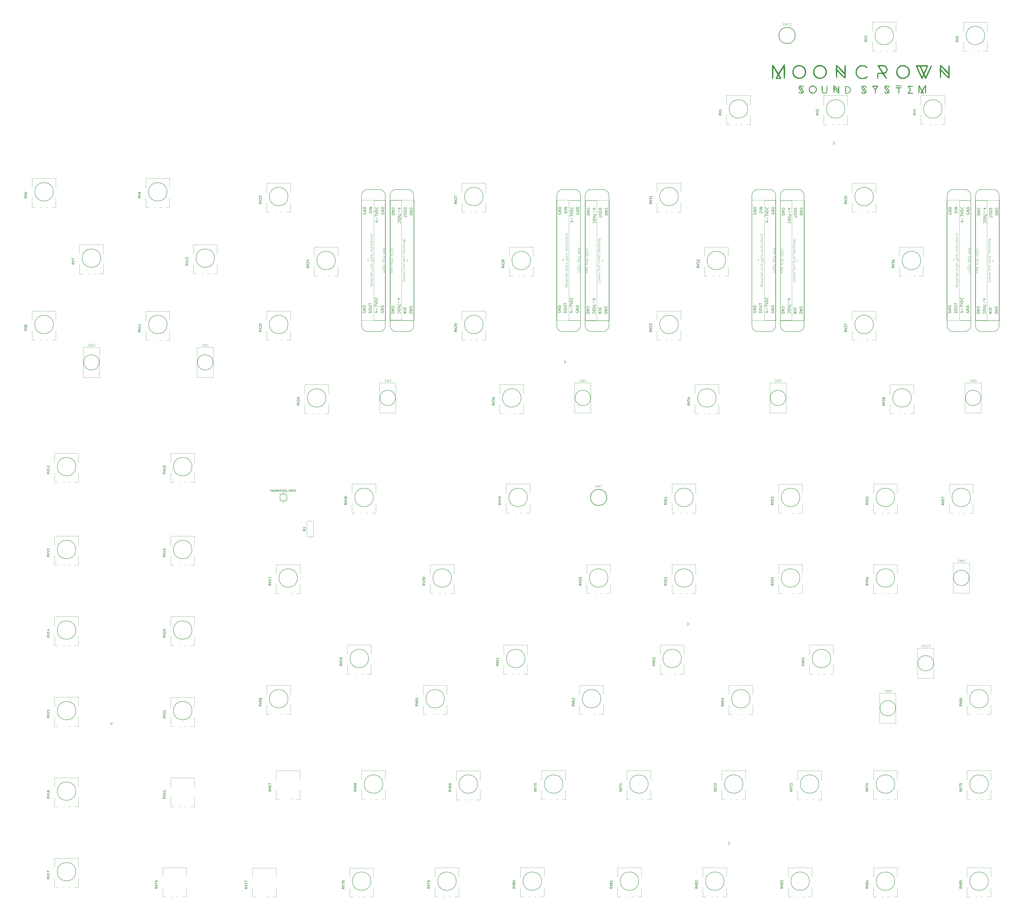
<source format=gbr>
%TF.GenerationSoftware,KiCad,Pcbnew,8.0.5*%
%TF.CreationDate,2024-10-29T20:02:02+01:00*%
%TF.ProjectId,troublemaker,74726f75-626c-4656-9d61-6b65722e6b69,rev?*%
%TF.SameCoordinates,Original*%
%TF.FileFunction,Legend,Top*%
%TF.FilePolarity,Positive*%
%FSLAX46Y46*%
G04 Gerber Fmt 4.6, Leading zero omitted, Abs format (unit mm)*
G04 Created by KiCad (PCBNEW 8.0.5) date 2024-10-29 20:02:02*
%MOMM*%
%LPD*%
G01*
G04 APERTURE LIST*
%ADD10C,0.200000*%
%ADD11C,0.150000*%
%ADD12C,0.100000*%
%ADD13C,0.127000*%
%ADD14C,0.010000*%
%ADD15C,0.120000*%
%ADD16C,0.050000*%
%ADD17C,0.203200*%
G04 APERTURE END LIST*
D10*
X202533203Y-149200200D02*
X202533203Y-94200200D01*
X355199869Y-149200200D02*
X355199869Y-94200195D01*
X425433206Y-57700195D02*
G75*
G02*
X417633206Y-57700195I-3900000J0D01*
G01*
X417633206Y-57700195D02*
G75*
G02*
X425433206Y-57700195I3900000J0D01*
G01*
X282366400Y-91700195D02*
G75*
G02*
X284866536Y-94181861I0J-2500205D01*
G01*
X347699900Y-151700196D02*
X352699869Y-151700196D01*
X334099869Y-121700196D02*
G75*
G02*
X326299869Y-121700196I-3900000J0D01*
G01*
X326299869Y-121700196D02*
G75*
G02*
X334099869Y-121700196I3900000J0D01*
G01*
X265366500Y-151700196D02*
G75*
G02*
X262866504Y-149200196I0J2499996D01*
G01*
X437533202Y-149200200D02*
G75*
G02*
X435038199Y-151700197I-2500002J0D01*
G01*
X194783203Y-179700197D02*
G75*
G02*
X188283203Y-179700197I-3250000J0D01*
G01*
X188283203Y-179700197D02*
G75*
G02*
X194783203Y-179700197I3250000J0D01*
G01*
X59933201Y-277700198D02*
G75*
G02*
X52133201Y-277700198I-3900000J0D01*
G01*
X52133201Y-277700198D02*
G75*
G02*
X59933201Y-277700198I3900000J0D01*
G01*
X249433203Y-289700198D02*
G75*
G02*
X241633203Y-289700198I-3900000J0D01*
G01*
X241633203Y-289700198D02*
G75*
G02*
X249433203Y-289700198I3900000J0D01*
G01*
X365400000Y-221699999D02*
G75*
G02*
X357600000Y-221699999I-3900000J0D01*
G01*
X357600000Y-221699999D02*
G75*
G02*
X365400000Y-221699999I3900000J0D01*
G01*
X365400000Y-255700000D02*
G75*
G02*
X357600000Y-255700000I-3900000J0D01*
G01*
X357600000Y-255700000D02*
G75*
G02*
X365400000Y-255700000I3900000J0D01*
G01*
X192533203Y-94200200D02*
X192533203Y-149200200D01*
X202533203Y-149200200D02*
G75*
G02*
X200038677Y-151700197I-2500003J0D01*
G01*
X396433202Y-148700196D02*
G75*
G02*
X388633202Y-148700196I-3900000J0D01*
G01*
X388633202Y-148700196D02*
G75*
G02*
X396433202Y-148700196I3900000J0D01*
G01*
X352699900Y-91700195D02*
G75*
G02*
X355199905Y-94200195I0J-2500005D01*
G01*
X183033203Y-91700195D02*
X188033200Y-91700195D01*
X444933204Y-306700198D02*
G75*
G02*
X437133204Y-306700198I-3900000J0D01*
G01*
X437133204Y-306700198D02*
G75*
G02*
X444933204Y-306700198I3900000J0D01*
G01*
X183433203Y-289700198D02*
G75*
G02*
X175633203Y-289700198I-3900000J0D01*
G01*
X175633203Y-289700198D02*
G75*
G02*
X183433203Y-289700198I3900000J0D01*
G01*
X355199869Y-149200200D02*
G75*
G02*
X352699869Y-151700169I-2499969J0D01*
G01*
X436783206Y-255700198D02*
G75*
G02*
X430283206Y-255700198I-3250000J0D01*
G01*
X430283206Y-255700198D02*
G75*
G02*
X436783206Y-255700198I3250000J0D01*
G01*
X185433203Y-221700197D02*
G75*
G02*
X177633203Y-221700197I-3900000J0D01*
G01*
X177633203Y-221700197D02*
G75*
G02*
X185433203Y-221700197I3900000J0D01*
G01*
X435033200Y-91700195D02*
X430033202Y-91700195D01*
X359700000Y-151700196D02*
X364699870Y-151700196D01*
X315433203Y-289700198D02*
G75*
G02*
X307633203Y-289700198I-3900000J0D01*
G01*
X307633203Y-289700198D02*
G75*
G02*
X315433203Y-289700198I3900000J0D01*
G01*
X149033202Y-221700197D02*
G75*
G02*
X146033202Y-221700197I-1500000J0D01*
G01*
X146033202Y-221700197D02*
G75*
G02*
X149033202Y-221700197I1500000J0D01*
G01*
X200033200Y-91700195D02*
X195033203Y-91700195D01*
X98433201Y-148700196D02*
G75*
G02*
X90633201Y-148700196I-3900000J0D01*
G01*
X90633201Y-148700196D02*
G75*
G02*
X98433201Y-148700196I3900000J0D01*
G01*
X180533203Y-94200200D02*
G75*
G02*
X183033203Y-91700203I2499997J0D01*
G01*
X272866536Y-149200200D02*
G75*
G02*
X270366536Y-151700236I-2500036J0D01*
G01*
X59933201Y-243700198D02*
G75*
G02*
X52133201Y-243700198I-3900000J0D01*
G01*
X52133201Y-243700198D02*
G75*
G02*
X59933201Y-243700198I3900000J0D01*
G01*
X364699900Y-91700195D02*
G75*
G02*
X367199905Y-94200195I0J-2500005D01*
G01*
X229433203Y-342700199D02*
G75*
G02*
X221633203Y-342700199I-3900000J0D01*
G01*
X221633203Y-342700199D02*
G75*
G02*
X229433203Y-342700199I3900000J0D01*
G01*
X192533203Y-94200200D02*
G75*
G02*
X195033203Y-91700203I2499997J0D01*
G01*
X437533202Y-149200200D02*
X437533202Y-94200200D01*
X364699900Y-91700195D02*
X359688499Y-91700195D01*
X262866536Y-94200300D02*
X262866536Y-149200196D01*
X149433202Y-306700198D02*
G75*
G02*
X141633202Y-306700198I-3900000J0D01*
G01*
X141633202Y-306700198D02*
G75*
G02*
X149433202Y-306700198I3900000J0D01*
G01*
X231766535Y-148700196D02*
G75*
G02*
X223966535Y-148700196I-3900000J0D01*
G01*
X223966535Y-148700196D02*
G75*
G02*
X231766535Y-148700196I3900000J0D01*
G01*
X270366400Y-91700195D02*
X265349425Y-91700195D01*
X149433202Y-94700195D02*
G75*
G02*
X141633202Y-94700195I-3900000J0D01*
G01*
X141633202Y-94700195D02*
G75*
G02*
X149433202Y-94700195I3900000J0D01*
G01*
X277366500Y-151700196D02*
X282366536Y-151700196D01*
X447033200Y-91700195D02*
X442033202Y-91700195D01*
X50433201Y-148700196D02*
G75*
G02*
X42633201Y-148700196I-3900000J0D01*
G01*
X42633201Y-148700196D02*
G75*
G02*
X50433201Y-148700196I3900000J0D01*
G01*
X265433204Y-342700199D02*
G75*
G02*
X257633204Y-342700199I-3900000J0D01*
G01*
X257633204Y-342700199D02*
G75*
G02*
X265433204Y-342700199I3900000J0D01*
G01*
X272866536Y-149200200D02*
X272866536Y-94181861D01*
X270366400Y-91700195D02*
G75*
G02*
X272866536Y-94181861I0J-2500205D01*
G01*
X404933206Y-26700194D02*
G75*
G02*
X397133206Y-26700194I-3900000J0D01*
G01*
X397133206Y-26700194D02*
G75*
G02*
X404933206Y-26700194I3900000J0D01*
G01*
X274866536Y-94200200D02*
X274866536Y-149200196D01*
X231766535Y-94700195D02*
G75*
G02*
X223966535Y-94700195I-3900000J0D01*
G01*
X223966535Y-94700195D02*
G75*
G02*
X231766535Y-94700195I3900000J0D01*
G01*
X352699900Y-91700195D02*
X347688499Y-91700195D01*
X153433202Y-255700198D02*
G75*
G02*
X145633202Y-255700198I-3900000J0D01*
G01*
X145633202Y-255700198D02*
G75*
G02*
X153433202Y-255700198I3900000J0D01*
G01*
X190533203Y-149200200D02*
G75*
G02*
X188027723Y-151700197I-2500003J0D01*
G01*
X330099869Y-179700197D02*
G75*
G02*
X322299869Y-179700197I-3900000J0D01*
G01*
X322299869Y-179700197D02*
G75*
G02*
X330099869Y-179700197I3900000J0D01*
G01*
X262866536Y-94200300D02*
G75*
G02*
X265349425Y-91700196I2500164J0D01*
G01*
X195033200Y-151700196D02*
G75*
G02*
X192533204Y-149200200I0J2499996D01*
G01*
X297433204Y-383700200D02*
G75*
G02*
X289633204Y-383700200I-3900000J0D01*
G01*
X289633204Y-383700200D02*
G75*
G02*
X297433204Y-383700200I3900000J0D01*
G01*
X427533202Y-94200200D02*
X427533202Y-149200200D01*
X108933202Y-311700199D02*
G75*
G02*
X101133202Y-311700199I-3900000J0D01*
G01*
X101133202Y-311700199D02*
G75*
G02*
X108933202Y-311700199I3900000J0D01*
G01*
X284433204Y-255700198D02*
G75*
G02*
X276633204Y-255700198I-3900000J0D01*
G01*
X276633204Y-255700198D02*
G75*
G02*
X284433204Y-255700198I3900000J0D01*
G01*
X59933201Y-345700199D02*
G75*
G02*
X52133201Y-345700199I-3900000J0D01*
G01*
X52133201Y-345700199D02*
G75*
G02*
X59933201Y-345700199I3900000J0D01*
G01*
X405433206Y-221700197D02*
G75*
G02*
X397633206Y-221700197I-3900000J0D01*
G01*
X397633206Y-221700197D02*
G75*
G02*
X405433206Y-221700197I3900000J0D01*
G01*
X108933202Y-243700198D02*
G75*
G02*
X101133202Y-243700198I-3900000J0D01*
G01*
X101133202Y-243700198D02*
G75*
G02*
X108933202Y-243700198I3900000J0D01*
G01*
X118433201Y-120700196D02*
G75*
G02*
X110633201Y-120700196I-3900000J0D01*
G01*
X110633201Y-120700196D02*
G75*
G02*
X118433201Y-120700196I3900000J0D01*
G01*
X218433203Y-255700198D02*
G75*
G02*
X210633203Y-255700198I-3900000J0D01*
G01*
X210633203Y-255700198D02*
G75*
G02*
X218433203Y-255700198I3900000J0D01*
G01*
X357199869Y-94200200D02*
X357199869Y-149218127D01*
X314099869Y-148700196D02*
G75*
G02*
X306299869Y-148700196I-3900000J0D01*
G01*
X306299869Y-148700196D02*
G75*
G02*
X314099869Y-148700196I3900000J0D01*
G01*
X405433206Y-255700198D02*
G75*
G02*
X397633206Y-255700198I-3900000J0D01*
G01*
X397633206Y-255700198D02*
G75*
G02*
X405433206Y-255700198I3900000J0D01*
G01*
X427533202Y-94200200D02*
G75*
G02*
X430033202Y-91700202I2499998J0D01*
G01*
X169433202Y-121700196D02*
G75*
G02*
X161633202Y-121700196I-3900000J0D01*
G01*
X161633202Y-121700196D02*
G75*
G02*
X169433202Y-121700196I3900000J0D01*
G01*
X190533203Y-94200200D02*
X190533203Y-149200200D01*
X444933204Y-383700199D02*
G75*
G02*
X437133204Y-383700199I-3900000J0D01*
G01*
X437133204Y-383700199D02*
G75*
G02*
X444933204Y-383700199I3900000J0D01*
G01*
X59933201Y-379700200D02*
G75*
G02*
X52133201Y-379700200I-3900000J0D01*
G01*
X52133201Y-379700200D02*
G75*
G02*
X59933201Y-379700200I3900000J0D01*
G01*
X188033200Y-91700195D02*
G75*
G02*
X190533205Y-94200200I0J-2500005D01*
G01*
X396433202Y-94700195D02*
G75*
G02*
X388633202Y-94700195I-3900000J0D01*
G01*
X388633202Y-94700195D02*
G75*
G02*
X396433202Y-94700195I3900000J0D01*
G01*
X250433204Y-221700197D02*
G75*
G02*
X242633204Y-221700197I-3900000J0D01*
G01*
X242633204Y-221700197D02*
G75*
G02*
X250433204Y-221700197I3900000J0D01*
G01*
X108933202Y-277700198D02*
G75*
G02*
X101133202Y-277700198I-3900000J0D01*
G01*
X101133202Y-277700198D02*
G75*
G02*
X108933202Y-277700198I3900000J0D01*
G01*
X320433205Y-255700198D02*
G75*
G02*
X312633205Y-255700198I-3900000J0D01*
G01*
X312633205Y-255700198D02*
G75*
G02*
X320433205Y-255700198I3900000J0D01*
G01*
X405433206Y-342700199D02*
G75*
G02*
X397633206Y-342700199I-3900000J0D01*
G01*
X397633206Y-342700199D02*
G75*
G02*
X405433206Y-342700199I3900000J0D01*
G01*
X359700000Y-151700196D02*
G75*
G02*
X357199870Y-149218127I0J2500196D01*
G01*
X320433205Y-221700197D02*
G75*
G02*
X312633205Y-221700197I-3900000J0D01*
G01*
X312633205Y-221700197D02*
G75*
G02*
X320433205Y-221700197I3900000J0D01*
G01*
X117783201Y-164700196D02*
G75*
G02*
X111283201Y-164700196I-3250000J0D01*
G01*
X111283201Y-164700196D02*
G75*
G02*
X117783201Y-164700196I3250000J0D01*
G01*
X314099869Y-94700195D02*
G75*
G02*
X306299869Y-94700195I-3900000J0D01*
G01*
X306299869Y-94700195D02*
G75*
G02*
X314099869Y-94700195I3900000J0D01*
G01*
X369433205Y-383700200D02*
G75*
G02*
X361633205Y-383700200I-3900000J0D01*
G01*
X361633205Y-383700200D02*
G75*
G02*
X369433205Y-383700200I3900000J0D01*
G01*
X251766536Y-121700196D02*
G75*
G02*
X243966536Y-121700196I-3900000J0D01*
G01*
X243966536Y-121700196D02*
G75*
G02*
X251766536Y-121700196I3900000J0D01*
G01*
X284866536Y-149200200D02*
G75*
G02*
X282366536Y-151700236I-2500036J0D01*
G01*
X98433201Y-92700195D02*
G75*
G02*
X90633201Y-92700195I-3900000J0D01*
G01*
X90633201Y-92700195D02*
G75*
G02*
X98433201Y-92700195I3900000J0D01*
G01*
X405783206Y-310700199D02*
G75*
G02*
X399283206Y-310700199I-3250000J0D01*
G01*
X399283206Y-310700199D02*
G75*
G02*
X405783206Y-310700199I3250000J0D01*
G01*
X200033200Y-91700195D02*
G75*
G02*
X202533205Y-94200200I0J-2500005D01*
G01*
X439533202Y-94200200D02*
X439533202Y-149200200D01*
X421783206Y-291700198D02*
G75*
G02*
X415283206Y-291700198I-3250000J0D01*
G01*
X415283206Y-291700198D02*
G75*
G02*
X421783206Y-291700198I3250000J0D01*
G01*
X359449869Y-179700197D02*
G75*
G02*
X352949869Y-179700197I-3250000J0D01*
G01*
X352949869Y-179700197D02*
G75*
G02*
X359449869Y-179700197I3250000J0D01*
G01*
X277116536Y-179700197D02*
G75*
G02*
X270616536Y-179700197I-3250000J0D01*
G01*
X270616536Y-179700197D02*
G75*
G02*
X277116536Y-179700197I3250000J0D01*
G01*
X439533202Y-94200200D02*
G75*
G02*
X442033202Y-91700202I2499998J0D01*
G01*
X189433203Y-342700199D02*
G75*
G02*
X181633203Y-342700199I-3900000J0D01*
G01*
X181633203Y-342700199D02*
G75*
G02*
X189433203Y-342700199I3900000J0D01*
G01*
X184433203Y-383700200D02*
G75*
G02*
X176633203Y-383700200I-3900000J0D01*
G01*
X176633203Y-383700200D02*
G75*
G02*
X184433203Y-383700200I3900000J0D01*
G01*
X443433207Y-26700194D02*
G75*
G02*
X435633207Y-26700194I-3900000J0D01*
G01*
X435633207Y-26700194D02*
G75*
G02*
X443433207Y-26700194I3900000J0D01*
G01*
X412433202Y-179700197D02*
G75*
G02*
X404633202Y-179700197I-3900000J0D01*
G01*
X404633202Y-179700197D02*
G75*
G02*
X412433202Y-179700197I3900000J0D01*
G01*
X367199870Y-149200200D02*
X367199870Y-94200195D01*
X256433204Y-383700200D02*
G75*
G02*
X248633204Y-383700200I-3900000J0D01*
G01*
X248633204Y-383700200D02*
G75*
G02*
X256433204Y-383700200I3900000J0D01*
G01*
X437433206Y-221700197D02*
G75*
G02*
X429633206Y-221700197I-3900000J0D01*
G01*
X429633206Y-221700197D02*
G75*
G02*
X437433206Y-221700197I3900000J0D01*
G01*
X357199869Y-94200200D02*
G75*
G02*
X359688499Y-91700195I2500031J0D01*
G01*
X180533203Y-149200200D02*
X180533203Y-94200200D01*
X188027723Y-151700196D02*
X183033200Y-151700196D01*
X345199869Y-94200200D02*
X345199869Y-149218127D01*
X281433202Y-306700198D02*
G75*
G02*
X273633202Y-306700198I-3900000J0D01*
G01*
X273633202Y-306700198D02*
G75*
G02*
X281433202Y-306700198I3900000J0D01*
G01*
X378433203Y-289700198D02*
G75*
G02*
X370633203Y-289700198I-3900000J0D01*
G01*
X370633203Y-289700198D02*
G75*
G02*
X378433203Y-289700198I3900000J0D01*
G01*
X347699900Y-151700196D02*
G75*
G02*
X345199870Y-149218127I100J2500196D01*
G01*
X59933201Y-208700197D02*
G75*
G02*
X52133201Y-208700197I-3900000J0D01*
G01*
X52133201Y-208700197D02*
G75*
G02*
X59933201Y-208700197I3900000J0D01*
G01*
X284866536Y-149200200D02*
X284866536Y-94181861D01*
X449533203Y-149200200D02*
X449533203Y-94200200D01*
X70433201Y-120700196D02*
G75*
G02*
X62633201Y-120700196I-3900000J0D01*
G01*
X62633201Y-120700196D02*
G75*
G02*
X70433201Y-120700196I3900000J0D01*
G01*
X384433206Y-57700195D02*
G75*
G02*
X376633206Y-57700195I-3900000J0D01*
G01*
X376633206Y-57700195D02*
G75*
G02*
X384433206Y-57700195I3900000J0D01*
G01*
X345199869Y-94200200D02*
G75*
G02*
X347688499Y-91700195I2500031J0D01*
G01*
X183033200Y-151700196D02*
G75*
G02*
X180533204Y-149200200I0J2499996D01*
G01*
X449533203Y-149200200D02*
G75*
G02*
X447038677Y-151700197I-2500003J0D01*
G01*
X301433204Y-342700199D02*
G75*
G02*
X293633204Y-342700199I-3900000J0D01*
G01*
X293633204Y-342700199D02*
G75*
G02*
X301433204Y-342700199I3900000J0D01*
G01*
X373433205Y-342700199D02*
G75*
G02*
X365633205Y-342700199I-3900000J0D01*
G01*
X365633205Y-342700199D02*
G75*
G02*
X373433205Y-342700199I3900000J0D01*
G01*
X441783202Y-179700197D02*
G75*
G02*
X435283202Y-179700197I-3250000J0D01*
G01*
X435283202Y-179700197D02*
G75*
G02*
X441783202Y-179700197I3250000J0D01*
G01*
X265366500Y-151700196D02*
X270366536Y-151700196D01*
X442033200Y-151700196D02*
X447038677Y-151700196D01*
X343433205Y-57700195D02*
G75*
G02*
X335633205Y-57700195I-3900000J0D01*
G01*
X335633205Y-57700195D02*
G75*
G02*
X343433205Y-57700195I3900000J0D01*
G01*
X447033200Y-91700195D02*
G75*
G02*
X449533205Y-94200200I0J-2500005D01*
G01*
X430033200Y-151700196D02*
X435038199Y-151700196D01*
X69783201Y-164700196D02*
G75*
G02*
X63283201Y-164700196I-3250000J0D01*
G01*
X63283201Y-164700196D02*
G75*
G02*
X69783201Y-164700196I3250000J0D01*
G01*
X442033200Y-151700196D02*
G75*
G02*
X439533204Y-149200200I0J2499996D01*
G01*
X363533205Y-26700194D02*
G75*
G02*
X356533205Y-26700194I-3500000J0D01*
G01*
X356533205Y-26700194D02*
G75*
G02*
X363533205Y-26700194I3500000J0D01*
G01*
X333433205Y-383700200D02*
G75*
G02*
X325633205Y-383700200I-3900000J0D01*
G01*
X325633205Y-383700200D02*
G75*
G02*
X333433205Y-383700200I3900000J0D01*
G01*
X367199870Y-149200200D02*
G75*
G02*
X364699870Y-151700170I-2499970J0D01*
G01*
X416433202Y-121700196D02*
G75*
G02*
X408633202Y-121700196I-3900000J0D01*
G01*
X408633202Y-121700196D02*
G75*
G02*
X416433202Y-121700196I3900000J0D01*
G01*
X220433203Y-383700200D02*
G75*
G02*
X212633203Y-383700200I-3900000J0D01*
G01*
X212633203Y-383700200D02*
G75*
G02*
X220433203Y-383700200I3900000J0D01*
G01*
X430033200Y-151700196D02*
G75*
G02*
X427533204Y-149200200I0J2499996D01*
G01*
X50433201Y-92700195D02*
G75*
G02*
X42633201Y-92700195I-3900000J0D01*
G01*
X42633201Y-92700195D02*
G75*
G02*
X50433201Y-92700195I3900000J0D01*
G01*
X284033204Y-221700197D02*
G75*
G02*
X277033204Y-221700197I-3500000J0D01*
G01*
X277033204Y-221700197D02*
G75*
G02*
X284033204Y-221700197I3500000J0D01*
G01*
X405433206Y-383700200D02*
G75*
G02*
X397633206Y-383700200I-3900000J0D01*
G01*
X397633206Y-383700200D02*
G75*
G02*
X405433206Y-383700200I3900000J0D01*
G01*
X59933201Y-311700199D02*
G75*
G02*
X52133201Y-311700199I-3900000J0D01*
G01*
X52133201Y-311700199D02*
G75*
G02*
X59933201Y-311700199I3900000J0D01*
G01*
X435033200Y-91700195D02*
G75*
G02*
X437533205Y-94200200I0J-2500005D01*
G01*
X195033200Y-151700196D02*
X200038677Y-151700196D01*
X149433202Y-148700196D02*
G75*
G02*
X141633202Y-148700196I-3900000J0D01*
G01*
X141633202Y-148700196D02*
G75*
G02*
X149433202Y-148700196I3900000J0D01*
G01*
X108933202Y-208700197D02*
G75*
G02*
X101133202Y-208700197I-3900000J0D01*
G01*
X101133202Y-208700197D02*
G75*
G02*
X108933202Y-208700197I3900000J0D01*
G01*
X165433202Y-179700197D02*
G75*
G02*
X157633202Y-179700197I-3900000J0D01*
G01*
X157633202Y-179700197D02*
G75*
G02*
X165433202Y-179700197I3900000J0D01*
G01*
X215433202Y-306700198D02*
G75*
G02*
X207633202Y-306700198I-3900000J0D01*
G01*
X207633202Y-306700198D02*
G75*
G02*
X215433202Y-306700198I3900000J0D01*
G01*
X282366400Y-91700195D02*
X277349425Y-91700195D01*
X341433205Y-342700199D02*
G75*
G02*
X333633205Y-342700199I-3900000J0D01*
G01*
X333633205Y-342700199D02*
G75*
G02*
X341433205Y-342700199I3900000J0D01*
G01*
X247766536Y-179700197D02*
G75*
G02*
X239966536Y-179700197I-3900000J0D01*
G01*
X239966536Y-179700197D02*
G75*
G02*
X247766536Y-179700197I3900000J0D01*
G01*
X344433202Y-306700198D02*
G75*
G02*
X336633202Y-306700198I-3900000J0D01*
G01*
X336633202Y-306700198D02*
G75*
G02*
X344433202Y-306700198I3900000J0D01*
G01*
X444933204Y-342700199D02*
G75*
G02*
X437133204Y-342700199I-3900000J0D01*
G01*
X437133204Y-342700199D02*
G75*
G02*
X444933204Y-342700199I3900000J0D01*
G01*
X274866536Y-94200200D02*
G75*
G02*
X277349425Y-91700196I2500164J-100D01*
G01*
X277366500Y-151700196D02*
G75*
G02*
X274866504Y-149200196I0J2499996D01*
G01*
D11*
X156884819Y-235146666D02*
X156408628Y-235479999D01*
X156884819Y-235718094D02*
X155884819Y-235718094D01*
X155884819Y-235718094D02*
X155884819Y-235337142D01*
X155884819Y-235337142D02*
X155932438Y-235241904D01*
X155932438Y-235241904D02*
X155980057Y-235194285D01*
X155980057Y-235194285D02*
X156075295Y-235146666D01*
X156075295Y-235146666D02*
X156218152Y-235146666D01*
X156218152Y-235146666D02*
X156313390Y-235194285D01*
X156313390Y-235194285D02*
X156361009Y-235241904D01*
X156361009Y-235241904D02*
X156408628Y-235337142D01*
X156408628Y-235337142D02*
X156408628Y-235718094D01*
X156884819Y-234194285D02*
X156884819Y-234765713D01*
X156884819Y-234479999D02*
X155884819Y-234479999D01*
X155884819Y-234479999D02*
X156027676Y-234575237D01*
X156027676Y-234575237D02*
X156122914Y-234670475D01*
X156122914Y-234670475D02*
X156170533Y-234765713D01*
X432304819Y-28795238D02*
X431828628Y-29128571D01*
X432304819Y-29366666D02*
X431304819Y-29366666D01*
X431304819Y-29366666D02*
X431304819Y-28985714D01*
X431304819Y-28985714D02*
X431352438Y-28890476D01*
X431352438Y-28890476D02*
X431400057Y-28842857D01*
X431400057Y-28842857D02*
X431495295Y-28795238D01*
X431495295Y-28795238D02*
X431638152Y-28795238D01*
X431638152Y-28795238D02*
X431733390Y-28842857D01*
X431733390Y-28842857D02*
X431781009Y-28890476D01*
X431781009Y-28890476D02*
X431828628Y-28985714D01*
X431828628Y-28985714D02*
X431828628Y-29366666D01*
X431304819Y-28509523D02*
X432304819Y-28176190D01*
X432304819Y-28176190D02*
X431304819Y-27842857D01*
X431304819Y-27033333D02*
X431304819Y-27509523D01*
X431304819Y-27509523D02*
X431781009Y-27557142D01*
X431781009Y-27557142D02*
X431733390Y-27509523D01*
X431733390Y-27509523D02*
X431685771Y-27414285D01*
X431685771Y-27414285D02*
X431685771Y-27176190D01*
X431685771Y-27176190D02*
X431733390Y-27080952D01*
X431733390Y-27080952D02*
X431781009Y-27033333D01*
X431781009Y-27033333D02*
X431876247Y-26985714D01*
X431876247Y-26985714D02*
X432114342Y-26985714D01*
X432114342Y-26985714D02*
X432209580Y-27033333D01*
X432209580Y-27033333D02*
X432257200Y-27080952D01*
X432257200Y-27080952D02*
X432304819Y-27176190D01*
X432304819Y-27176190D02*
X432304819Y-27414285D01*
X432304819Y-27414285D02*
X432257200Y-27509523D01*
X432257200Y-27509523D02*
X432209580Y-27557142D01*
D12*
X416720476Y-284849800D02*
X416863333Y-284897419D01*
X416863333Y-284897419D02*
X417101428Y-284897419D01*
X417101428Y-284897419D02*
X417196666Y-284849800D01*
X417196666Y-284849800D02*
X417244285Y-284802180D01*
X417244285Y-284802180D02*
X417291904Y-284706942D01*
X417291904Y-284706942D02*
X417291904Y-284611704D01*
X417291904Y-284611704D02*
X417244285Y-284516466D01*
X417244285Y-284516466D02*
X417196666Y-284468847D01*
X417196666Y-284468847D02*
X417101428Y-284421228D01*
X417101428Y-284421228D02*
X416910952Y-284373609D01*
X416910952Y-284373609D02*
X416815714Y-284325990D01*
X416815714Y-284325990D02*
X416768095Y-284278371D01*
X416768095Y-284278371D02*
X416720476Y-284183133D01*
X416720476Y-284183133D02*
X416720476Y-284087895D01*
X416720476Y-284087895D02*
X416768095Y-283992657D01*
X416768095Y-283992657D02*
X416815714Y-283945038D01*
X416815714Y-283945038D02*
X416910952Y-283897419D01*
X416910952Y-283897419D02*
X417149047Y-283897419D01*
X417149047Y-283897419D02*
X417291904Y-283945038D01*
X417625238Y-283897419D02*
X417863333Y-284897419D01*
X417863333Y-284897419D02*
X418053809Y-284183133D01*
X418053809Y-284183133D02*
X418244285Y-284897419D01*
X418244285Y-284897419D02*
X418482381Y-283897419D01*
X419387142Y-284897419D02*
X418815714Y-284897419D01*
X419101428Y-284897419D02*
X419101428Y-283897419D01*
X419101428Y-283897419D02*
X419006190Y-284040276D01*
X419006190Y-284040276D02*
X418910952Y-284135514D01*
X418910952Y-284135514D02*
X418815714Y-284183133D01*
X420006190Y-283897419D02*
X420101428Y-283897419D01*
X420101428Y-283897419D02*
X420196666Y-283945038D01*
X420196666Y-283945038D02*
X420244285Y-283992657D01*
X420244285Y-283992657D02*
X420291904Y-284087895D01*
X420291904Y-284087895D02*
X420339523Y-284278371D01*
X420339523Y-284278371D02*
X420339523Y-284516466D01*
X420339523Y-284516466D02*
X420291904Y-284706942D01*
X420291904Y-284706942D02*
X420244285Y-284802180D01*
X420244285Y-284802180D02*
X420196666Y-284849800D01*
X420196666Y-284849800D02*
X420101428Y-284897419D01*
X420101428Y-284897419D02*
X420006190Y-284897419D01*
X420006190Y-284897419D02*
X419910952Y-284849800D01*
X419910952Y-284849800D02*
X419863333Y-284802180D01*
X419863333Y-284802180D02*
X419815714Y-284706942D01*
X419815714Y-284706942D02*
X419768095Y-284516466D01*
X419768095Y-284516466D02*
X419768095Y-284278371D01*
X419768095Y-284278371D02*
X419815714Y-284087895D01*
X419815714Y-284087895D02*
X419863333Y-283992657D01*
X419863333Y-283992657D02*
X419910952Y-283945038D01*
X419910952Y-283945038D02*
X420006190Y-283897419D01*
D11*
X303004819Y-151171428D02*
X302528628Y-151504761D01*
X303004819Y-151742856D02*
X302004819Y-151742856D01*
X302004819Y-151742856D02*
X302004819Y-151361904D01*
X302004819Y-151361904D02*
X302052438Y-151266666D01*
X302052438Y-151266666D02*
X302100057Y-151219047D01*
X302100057Y-151219047D02*
X302195295Y-151171428D01*
X302195295Y-151171428D02*
X302338152Y-151171428D01*
X302338152Y-151171428D02*
X302433390Y-151219047D01*
X302433390Y-151219047D02*
X302481009Y-151266666D01*
X302481009Y-151266666D02*
X302528628Y-151361904D01*
X302528628Y-151361904D02*
X302528628Y-151742856D01*
X302004819Y-150885713D02*
X303004819Y-150552380D01*
X303004819Y-150552380D02*
X302004819Y-150219047D01*
X302004819Y-149980951D02*
X302004819Y-149361904D01*
X302004819Y-149361904D02*
X302385771Y-149695237D01*
X302385771Y-149695237D02*
X302385771Y-149552380D01*
X302385771Y-149552380D02*
X302433390Y-149457142D01*
X302433390Y-149457142D02*
X302481009Y-149409523D01*
X302481009Y-149409523D02*
X302576247Y-149361904D01*
X302576247Y-149361904D02*
X302814342Y-149361904D01*
X302814342Y-149361904D02*
X302909580Y-149409523D01*
X302909580Y-149409523D02*
X302957200Y-149457142D01*
X302957200Y-149457142D02*
X303004819Y-149552380D01*
X303004819Y-149552380D02*
X303004819Y-149838094D01*
X303004819Y-149838094D02*
X302957200Y-149933332D01*
X302957200Y-149933332D02*
X302909580Y-149980951D01*
X302004819Y-149028570D02*
X302004819Y-148409523D01*
X302004819Y-148409523D02*
X302385771Y-148742856D01*
X302385771Y-148742856D02*
X302385771Y-148599999D01*
X302385771Y-148599999D02*
X302433390Y-148504761D01*
X302433390Y-148504761D02*
X302481009Y-148457142D01*
X302481009Y-148457142D02*
X302576247Y-148409523D01*
X302576247Y-148409523D02*
X302814342Y-148409523D01*
X302814342Y-148409523D02*
X302909580Y-148457142D01*
X302909580Y-148457142D02*
X302957200Y-148504761D01*
X302957200Y-148504761D02*
X303004819Y-148599999D01*
X303004819Y-148599999D02*
X303004819Y-148885713D01*
X303004819Y-148885713D02*
X302957200Y-148980951D01*
X302957200Y-148980951D02*
X302909580Y-149028570D01*
X303004819Y-97171428D02*
X302528628Y-97504761D01*
X303004819Y-97742856D02*
X302004819Y-97742856D01*
X302004819Y-97742856D02*
X302004819Y-97361904D01*
X302004819Y-97361904D02*
X302052438Y-97266666D01*
X302052438Y-97266666D02*
X302100057Y-97219047D01*
X302100057Y-97219047D02*
X302195295Y-97171428D01*
X302195295Y-97171428D02*
X302338152Y-97171428D01*
X302338152Y-97171428D02*
X302433390Y-97219047D01*
X302433390Y-97219047D02*
X302481009Y-97266666D01*
X302481009Y-97266666D02*
X302528628Y-97361904D01*
X302528628Y-97361904D02*
X302528628Y-97742856D01*
X302004819Y-96885713D02*
X303004819Y-96552380D01*
X303004819Y-96552380D02*
X302004819Y-96219047D01*
X302004819Y-95980951D02*
X302004819Y-95361904D01*
X302004819Y-95361904D02*
X302385771Y-95695237D01*
X302385771Y-95695237D02*
X302385771Y-95552380D01*
X302385771Y-95552380D02*
X302433390Y-95457142D01*
X302433390Y-95457142D02*
X302481009Y-95409523D01*
X302481009Y-95409523D02*
X302576247Y-95361904D01*
X302576247Y-95361904D02*
X302814342Y-95361904D01*
X302814342Y-95361904D02*
X302909580Y-95409523D01*
X302909580Y-95409523D02*
X302957200Y-95457142D01*
X302957200Y-95457142D02*
X303004819Y-95552380D01*
X303004819Y-95552380D02*
X303004819Y-95838094D01*
X303004819Y-95838094D02*
X302957200Y-95933332D01*
X302957200Y-95933332D02*
X302909580Y-95980951D01*
X303004819Y-94409523D02*
X303004819Y-94980951D01*
X303004819Y-94695237D02*
X302004819Y-94695237D01*
X302004819Y-94695237D02*
X302147676Y-94790475D01*
X302147676Y-94790475D02*
X302242914Y-94885713D01*
X302242914Y-94885713D02*
X302290533Y-94980951D01*
X394304819Y-345171428D02*
X393828628Y-345504761D01*
X394304819Y-345742856D02*
X393304819Y-345742856D01*
X393304819Y-345742856D02*
X393304819Y-345361904D01*
X393304819Y-345361904D02*
X393352438Y-345266666D01*
X393352438Y-345266666D02*
X393400057Y-345219047D01*
X393400057Y-345219047D02*
X393495295Y-345171428D01*
X393495295Y-345171428D02*
X393638152Y-345171428D01*
X393638152Y-345171428D02*
X393733390Y-345219047D01*
X393733390Y-345219047D02*
X393781009Y-345266666D01*
X393781009Y-345266666D02*
X393828628Y-345361904D01*
X393828628Y-345361904D02*
X393828628Y-345742856D01*
X393304819Y-344885713D02*
X394304819Y-344552380D01*
X394304819Y-344552380D02*
X393304819Y-344219047D01*
X393304819Y-343980951D02*
X393304819Y-343314285D01*
X393304819Y-343314285D02*
X394304819Y-343742856D01*
X393638152Y-342504761D02*
X394304819Y-342504761D01*
X393257200Y-342742856D02*
X393971485Y-342980951D01*
X393971485Y-342980951D02*
X393971485Y-342361904D01*
X309304819Y-258171428D02*
X308828628Y-258504761D01*
X309304819Y-258742856D02*
X308304819Y-258742856D01*
X308304819Y-258742856D02*
X308304819Y-258361904D01*
X308304819Y-258361904D02*
X308352438Y-258266666D01*
X308352438Y-258266666D02*
X308400057Y-258219047D01*
X308400057Y-258219047D02*
X308495295Y-258171428D01*
X308495295Y-258171428D02*
X308638152Y-258171428D01*
X308638152Y-258171428D02*
X308733390Y-258219047D01*
X308733390Y-258219047D02*
X308781009Y-258266666D01*
X308781009Y-258266666D02*
X308828628Y-258361904D01*
X308828628Y-258361904D02*
X308828628Y-258742856D01*
X308304819Y-257885713D02*
X309304819Y-257552380D01*
X309304819Y-257552380D02*
X308304819Y-257219047D01*
X308304819Y-256409523D02*
X308304819Y-256885713D01*
X308304819Y-256885713D02*
X308781009Y-256933332D01*
X308781009Y-256933332D02*
X308733390Y-256885713D01*
X308733390Y-256885713D02*
X308685771Y-256790475D01*
X308685771Y-256790475D02*
X308685771Y-256552380D01*
X308685771Y-256552380D02*
X308733390Y-256457142D01*
X308733390Y-256457142D02*
X308781009Y-256409523D01*
X308781009Y-256409523D02*
X308876247Y-256361904D01*
X308876247Y-256361904D02*
X309114342Y-256361904D01*
X309114342Y-256361904D02*
X309209580Y-256409523D01*
X309209580Y-256409523D02*
X309257200Y-256457142D01*
X309257200Y-256457142D02*
X309304819Y-256552380D01*
X309304819Y-256552380D02*
X309304819Y-256790475D01*
X309304819Y-256790475D02*
X309257200Y-256885713D01*
X309257200Y-256885713D02*
X309209580Y-256933332D01*
X308400057Y-255980951D02*
X308352438Y-255933332D01*
X308352438Y-255933332D02*
X308304819Y-255838094D01*
X308304819Y-255838094D02*
X308304819Y-255599999D01*
X308304819Y-255599999D02*
X308352438Y-255504761D01*
X308352438Y-255504761D02*
X308400057Y-255457142D01*
X308400057Y-255457142D02*
X308495295Y-255409523D01*
X308495295Y-255409523D02*
X308590533Y-255409523D01*
X308590533Y-255409523D02*
X308733390Y-255457142D01*
X308733390Y-255457142D02*
X309304819Y-256028570D01*
X309304819Y-256028570D02*
X309304819Y-255409523D01*
X414304819Y-59695238D02*
X413828628Y-60028571D01*
X414304819Y-60266666D02*
X413304819Y-60266666D01*
X413304819Y-60266666D02*
X413304819Y-59885714D01*
X413304819Y-59885714D02*
X413352438Y-59790476D01*
X413352438Y-59790476D02*
X413400057Y-59742857D01*
X413400057Y-59742857D02*
X413495295Y-59695238D01*
X413495295Y-59695238D02*
X413638152Y-59695238D01*
X413638152Y-59695238D02*
X413733390Y-59742857D01*
X413733390Y-59742857D02*
X413781009Y-59790476D01*
X413781009Y-59790476D02*
X413828628Y-59885714D01*
X413828628Y-59885714D02*
X413828628Y-60266666D01*
X413304819Y-59409523D02*
X414304819Y-59076190D01*
X414304819Y-59076190D02*
X413304819Y-58742857D01*
X413638152Y-57980952D02*
X414304819Y-57980952D01*
X413257200Y-58219047D02*
X413971485Y-58457142D01*
X413971485Y-58457142D02*
X413971485Y-57838095D01*
D12*
X280342580Y-112561903D02*
X281342580Y-112561903D01*
X281342580Y-112561903D02*
X280342580Y-113133331D01*
X280342580Y-113133331D02*
X281342580Y-113133331D01*
X280390200Y-113990474D02*
X280342580Y-113895236D01*
X280342580Y-113895236D02*
X280342580Y-113704760D01*
X280342580Y-113704760D02*
X280390200Y-113609522D01*
X280390200Y-113609522D02*
X280485438Y-113561903D01*
X280485438Y-113561903D02*
X280866390Y-113561903D01*
X280866390Y-113561903D02*
X280961628Y-113609522D01*
X280961628Y-113609522D02*
X281009247Y-113704760D01*
X281009247Y-113704760D02*
X281009247Y-113895236D01*
X281009247Y-113895236D02*
X280961628Y-113990474D01*
X280961628Y-113990474D02*
X280866390Y-114038093D01*
X280866390Y-114038093D02*
X280771152Y-114038093D01*
X280771152Y-114038093D02*
X280675914Y-113561903D01*
X280342580Y-114609522D02*
X280390200Y-114514284D01*
X280390200Y-114514284D02*
X280437819Y-114466665D01*
X280437819Y-114466665D02*
X280533057Y-114419046D01*
X280533057Y-114419046D02*
X280818771Y-114419046D01*
X280818771Y-114419046D02*
X280914009Y-114466665D01*
X280914009Y-114466665D02*
X280961628Y-114514284D01*
X280961628Y-114514284D02*
X281009247Y-114609522D01*
X281009247Y-114609522D02*
X281009247Y-114752379D01*
X281009247Y-114752379D02*
X280961628Y-114847617D01*
X280961628Y-114847617D02*
X280914009Y-114895236D01*
X280914009Y-114895236D02*
X280818771Y-114942855D01*
X280818771Y-114942855D02*
X280533057Y-114942855D01*
X280533057Y-114942855D02*
X280437819Y-114895236D01*
X280437819Y-114895236D02*
X280390200Y-114847617D01*
X280390200Y-114847617D02*
X280342580Y-114752379D01*
X280342580Y-114752379D02*
X280342580Y-114609522D01*
X281009247Y-115371427D02*
X280009247Y-115371427D01*
X280961628Y-115371427D02*
X281009247Y-115466665D01*
X281009247Y-115466665D02*
X281009247Y-115657141D01*
X281009247Y-115657141D02*
X280961628Y-115752379D01*
X280961628Y-115752379D02*
X280914009Y-115799998D01*
X280914009Y-115799998D02*
X280818771Y-115847617D01*
X280818771Y-115847617D02*
X280533057Y-115847617D01*
X280533057Y-115847617D02*
X280437819Y-115799998D01*
X280437819Y-115799998D02*
X280390200Y-115752379D01*
X280390200Y-115752379D02*
X280342580Y-115657141D01*
X280342580Y-115657141D02*
X280342580Y-115466665D01*
X280342580Y-115466665D02*
X280390200Y-115371427D01*
X280342580Y-116276189D02*
X281009247Y-116276189D01*
X281342580Y-116276189D02*
X281294961Y-116228570D01*
X281294961Y-116228570D02*
X281247342Y-116276189D01*
X281247342Y-116276189D02*
X281294961Y-116323808D01*
X281294961Y-116323808D02*
X281342580Y-116276189D01*
X281342580Y-116276189D02*
X281247342Y-116276189D01*
X280342580Y-116657141D02*
X281009247Y-117180950D01*
X281009247Y-116657141D02*
X280342580Y-117180950D01*
X280390200Y-117942855D02*
X280342580Y-117847617D01*
X280342580Y-117847617D02*
X280342580Y-117657141D01*
X280342580Y-117657141D02*
X280390200Y-117561903D01*
X280390200Y-117561903D02*
X280485438Y-117514284D01*
X280485438Y-117514284D02*
X280866390Y-117514284D01*
X280866390Y-117514284D02*
X280961628Y-117561903D01*
X280961628Y-117561903D02*
X281009247Y-117657141D01*
X281009247Y-117657141D02*
X281009247Y-117847617D01*
X281009247Y-117847617D02*
X280961628Y-117942855D01*
X280961628Y-117942855D02*
X280866390Y-117990474D01*
X280866390Y-117990474D02*
X280771152Y-117990474D01*
X280771152Y-117990474D02*
X280675914Y-117514284D01*
X280342580Y-118561903D02*
X280390200Y-118466665D01*
X280390200Y-118466665D02*
X280485438Y-118419046D01*
X280485438Y-118419046D02*
X281342580Y-118419046D01*
X280247342Y-118704761D02*
X280247342Y-119466665D01*
X280342580Y-119704761D02*
X281342580Y-119704761D01*
X280961628Y-119704761D02*
X281009247Y-119799999D01*
X281009247Y-119799999D02*
X281009247Y-119990475D01*
X281009247Y-119990475D02*
X280961628Y-120085713D01*
X280961628Y-120085713D02*
X280914009Y-120133332D01*
X280914009Y-120133332D02*
X280818771Y-120180951D01*
X280818771Y-120180951D02*
X280533057Y-120180951D01*
X280533057Y-120180951D02*
X280437819Y-120133332D01*
X280437819Y-120133332D02*
X280390200Y-120085713D01*
X280390200Y-120085713D02*
X280342580Y-119990475D01*
X280342580Y-119990475D02*
X280342580Y-119799999D01*
X280342580Y-119799999D02*
X280390200Y-119704761D01*
X280342580Y-121038094D02*
X280866390Y-121038094D01*
X280866390Y-121038094D02*
X280961628Y-120990475D01*
X280961628Y-120990475D02*
X281009247Y-120895237D01*
X281009247Y-120895237D02*
X281009247Y-120704761D01*
X281009247Y-120704761D02*
X280961628Y-120609523D01*
X280390200Y-121038094D02*
X280342580Y-120942856D01*
X280342580Y-120942856D02*
X280342580Y-120704761D01*
X280342580Y-120704761D02*
X280390200Y-120609523D01*
X280390200Y-120609523D02*
X280485438Y-120561904D01*
X280485438Y-120561904D02*
X280580676Y-120561904D01*
X280580676Y-120561904D02*
X280675914Y-120609523D01*
X280675914Y-120609523D02*
X280723533Y-120704761D01*
X280723533Y-120704761D02*
X280723533Y-120942856D01*
X280723533Y-120942856D02*
X280771152Y-121038094D01*
X280390200Y-121466666D02*
X280342580Y-121561904D01*
X280342580Y-121561904D02*
X280342580Y-121752380D01*
X280342580Y-121752380D02*
X280390200Y-121847618D01*
X280390200Y-121847618D02*
X280485438Y-121895237D01*
X280485438Y-121895237D02*
X280533057Y-121895237D01*
X280533057Y-121895237D02*
X280628295Y-121847618D01*
X280628295Y-121847618D02*
X280675914Y-121752380D01*
X280675914Y-121752380D02*
X280675914Y-121609523D01*
X280675914Y-121609523D02*
X280723533Y-121514285D01*
X280723533Y-121514285D02*
X280818771Y-121466666D01*
X280818771Y-121466666D02*
X280866390Y-121466666D01*
X280866390Y-121466666D02*
X280961628Y-121514285D01*
X280961628Y-121514285D02*
X281009247Y-121609523D01*
X281009247Y-121609523D02*
X281009247Y-121752380D01*
X281009247Y-121752380D02*
X280961628Y-121847618D01*
X280390200Y-122276190D02*
X280342580Y-122371428D01*
X280342580Y-122371428D02*
X280342580Y-122561904D01*
X280342580Y-122561904D02*
X280390200Y-122657142D01*
X280390200Y-122657142D02*
X280485438Y-122704761D01*
X280485438Y-122704761D02*
X280533057Y-122704761D01*
X280533057Y-122704761D02*
X280628295Y-122657142D01*
X280628295Y-122657142D02*
X280675914Y-122561904D01*
X280675914Y-122561904D02*
X280675914Y-122419047D01*
X280675914Y-122419047D02*
X280723533Y-122323809D01*
X280723533Y-122323809D02*
X280818771Y-122276190D01*
X280818771Y-122276190D02*
X280866390Y-122276190D01*
X280866390Y-122276190D02*
X280961628Y-122323809D01*
X280961628Y-122323809D02*
X281009247Y-122419047D01*
X281009247Y-122419047D02*
X281009247Y-122561904D01*
X281009247Y-122561904D02*
X280961628Y-122657142D01*
X280247342Y-122895238D02*
X280247342Y-123657142D01*
X280342580Y-124038095D02*
X280390200Y-123942857D01*
X280390200Y-123942857D02*
X280437819Y-123895238D01*
X280437819Y-123895238D02*
X280533057Y-123847619D01*
X280533057Y-123847619D02*
X280818771Y-123847619D01*
X280818771Y-123847619D02*
X280914009Y-123895238D01*
X280914009Y-123895238D02*
X280961628Y-123942857D01*
X280961628Y-123942857D02*
X281009247Y-124038095D01*
X281009247Y-124038095D02*
X281009247Y-124180952D01*
X281009247Y-124180952D02*
X280961628Y-124276190D01*
X280961628Y-124276190D02*
X280914009Y-124323809D01*
X280914009Y-124323809D02*
X280818771Y-124371428D01*
X280818771Y-124371428D02*
X280533057Y-124371428D01*
X280533057Y-124371428D02*
X280437819Y-124323809D01*
X280437819Y-124323809D02*
X280390200Y-124276190D01*
X280390200Y-124276190D02*
X280342580Y-124180952D01*
X280342580Y-124180952D02*
X280342580Y-124038095D01*
X281009247Y-125228571D02*
X280342580Y-125228571D01*
X281009247Y-124800000D02*
X280485438Y-124800000D01*
X280485438Y-124800000D02*
X280390200Y-124847619D01*
X280390200Y-124847619D02*
X280342580Y-124942857D01*
X280342580Y-124942857D02*
X280342580Y-125085714D01*
X280342580Y-125085714D02*
X280390200Y-125180952D01*
X280390200Y-125180952D02*
X280437819Y-125228571D01*
X281009247Y-125561905D02*
X281009247Y-125942857D01*
X281342580Y-125704762D02*
X280485438Y-125704762D01*
X280485438Y-125704762D02*
X280390200Y-125752381D01*
X280390200Y-125752381D02*
X280342580Y-125847619D01*
X280342580Y-125847619D02*
X280342580Y-125942857D01*
X280247342Y-126038096D02*
X280247342Y-126800000D01*
X280342580Y-127180953D02*
X280390200Y-127085715D01*
X280390200Y-127085715D02*
X280485438Y-127038096D01*
X280485438Y-127038096D02*
X281342580Y-127038096D01*
X280390200Y-127942858D02*
X280342580Y-127847620D01*
X280342580Y-127847620D02*
X280342580Y-127657144D01*
X280342580Y-127657144D02*
X280390200Y-127561906D01*
X280390200Y-127561906D02*
X280485438Y-127514287D01*
X280485438Y-127514287D02*
X280866390Y-127514287D01*
X280866390Y-127514287D02*
X280961628Y-127561906D01*
X280961628Y-127561906D02*
X281009247Y-127657144D01*
X281009247Y-127657144D02*
X281009247Y-127847620D01*
X281009247Y-127847620D02*
X280961628Y-127942858D01*
X280961628Y-127942858D02*
X280866390Y-127990477D01*
X280866390Y-127990477D02*
X280771152Y-127990477D01*
X280771152Y-127990477D02*
X280675914Y-127514287D01*
X281009247Y-128323811D02*
X280342580Y-128561906D01*
X280342580Y-128561906D02*
X281009247Y-128800001D01*
X280390200Y-129561906D02*
X280342580Y-129466668D01*
X280342580Y-129466668D02*
X280342580Y-129276192D01*
X280342580Y-129276192D02*
X280390200Y-129180954D01*
X280390200Y-129180954D02*
X280485438Y-129133335D01*
X280485438Y-129133335D02*
X280866390Y-129133335D01*
X280866390Y-129133335D02*
X280961628Y-129180954D01*
X280961628Y-129180954D02*
X281009247Y-129276192D01*
X281009247Y-129276192D02*
X281009247Y-129466668D01*
X281009247Y-129466668D02*
X280961628Y-129561906D01*
X280961628Y-129561906D02*
X280866390Y-129609525D01*
X280866390Y-129609525D02*
X280771152Y-129609525D01*
X280771152Y-129609525D02*
X280675914Y-129133335D01*
X280342580Y-130180954D02*
X280390200Y-130085716D01*
X280390200Y-130085716D02*
X280485438Y-130038097D01*
X280485438Y-130038097D02*
X281342580Y-130038097D01*
X280342580Y-131085716D02*
X280342580Y-130514288D01*
X280342580Y-130800002D02*
X281342580Y-130800002D01*
X281342580Y-130800002D02*
X281199723Y-130704764D01*
X281199723Y-130704764D02*
X281104485Y-130609526D01*
X281104485Y-130609526D02*
X281056866Y-130514288D01*
D11*
X282136532Y-121572495D02*
X282184151Y-121620114D01*
X282184151Y-121620114D02*
X282231770Y-121715352D01*
X282231770Y-121715352D02*
X282136532Y-121905828D01*
X282136532Y-121905828D02*
X282184151Y-122001066D01*
X282184151Y-122001066D02*
X282231770Y-122048685D01*
D13*
X278748485Y-138270982D02*
X277986485Y-138270982D01*
X279183914Y-137998839D02*
X278367485Y-137726696D01*
X278367485Y-137726696D02*
X278367485Y-138434267D01*
X278421914Y-138869695D02*
X278421914Y-139740553D01*
X279129485Y-140175981D02*
X279129485Y-140937981D01*
X279129485Y-140937981D02*
X277986485Y-140448124D01*
X279129485Y-141210124D02*
X277986485Y-141591124D01*
X277986485Y-141591124D02*
X279129485Y-141972124D01*
X277986485Y-142353123D02*
X279129485Y-142353123D01*
X279129485Y-142353123D02*
X279129485Y-142625266D01*
X279129485Y-142625266D02*
X279075056Y-142788552D01*
X279075056Y-142788552D02*
X278966199Y-142897409D01*
X278966199Y-142897409D02*
X278857342Y-142951838D01*
X278857342Y-142951838D02*
X278639628Y-143006266D01*
X278639628Y-143006266D02*
X278476342Y-143006266D01*
X278476342Y-143006266D02*
X278258628Y-142951838D01*
X278258628Y-142951838D02*
X278149771Y-142897409D01*
X278149771Y-142897409D02*
X278040914Y-142788552D01*
X278040914Y-142788552D02*
X277986485Y-142625266D01*
X277986485Y-142625266D02*
X277986485Y-142353123D01*
X278095342Y-144149266D02*
X278040914Y-144094838D01*
X278040914Y-144094838D02*
X277986485Y-143931552D01*
X277986485Y-143931552D02*
X277986485Y-143822695D01*
X277986485Y-143822695D02*
X278040914Y-143659409D01*
X278040914Y-143659409D02*
X278149771Y-143550552D01*
X278149771Y-143550552D02*
X278258628Y-143496123D01*
X278258628Y-143496123D02*
X278476342Y-143441695D01*
X278476342Y-143441695D02*
X278639628Y-143441695D01*
X278639628Y-143441695D02*
X278857342Y-143496123D01*
X278857342Y-143496123D02*
X278966199Y-143550552D01*
X278966199Y-143550552D02*
X279075056Y-143659409D01*
X279075056Y-143659409D02*
X279129485Y-143822695D01*
X279129485Y-143822695D02*
X279129485Y-143931552D01*
X279129485Y-143931552D02*
X279075056Y-144094838D01*
X279075056Y-144094838D02*
X279020628Y-144149266D01*
D12*
X275157580Y-117252380D02*
X275157580Y-116776190D01*
X275157580Y-116776190D02*
X276157580Y-116776190D01*
X275681390Y-117585714D02*
X275681390Y-117919047D01*
X275157580Y-118061904D02*
X275157580Y-117585714D01*
X275157580Y-117585714D02*
X276157580Y-117585714D01*
X276157580Y-117585714D02*
X276157580Y-118061904D01*
X275157580Y-118490476D02*
X276157580Y-118490476D01*
X276157580Y-118490476D02*
X276157580Y-118728571D01*
X276157580Y-118728571D02*
X276109961Y-118871428D01*
X276109961Y-118871428D02*
X276014723Y-118966666D01*
X276014723Y-118966666D02*
X275919485Y-119014285D01*
X275919485Y-119014285D02*
X275729009Y-119061904D01*
X275729009Y-119061904D02*
X275586152Y-119061904D01*
X275586152Y-119061904D02*
X275395676Y-119014285D01*
X275395676Y-119014285D02*
X275300438Y-118966666D01*
X275300438Y-118966666D02*
X275205200Y-118871428D01*
X275205200Y-118871428D02*
X275157580Y-118728571D01*
X275157580Y-118728571D02*
X275157580Y-118490476D01*
X275205200Y-119442857D02*
X275157580Y-119538095D01*
X275157580Y-119538095D02*
X275157580Y-119728571D01*
X275157580Y-119728571D02*
X275205200Y-119823809D01*
X275205200Y-119823809D02*
X275300438Y-119871428D01*
X275300438Y-119871428D02*
X275348057Y-119871428D01*
X275348057Y-119871428D02*
X275443295Y-119823809D01*
X275443295Y-119823809D02*
X275490914Y-119728571D01*
X275490914Y-119728571D02*
X275490914Y-119585714D01*
X275490914Y-119585714D02*
X275538533Y-119490476D01*
X275538533Y-119490476D02*
X275633771Y-119442857D01*
X275633771Y-119442857D02*
X275681390Y-119442857D01*
X275681390Y-119442857D02*
X275776628Y-119490476D01*
X275776628Y-119490476D02*
X275824247Y-119585714D01*
X275824247Y-119585714D02*
X275824247Y-119728571D01*
X275824247Y-119728571D02*
X275776628Y-119823809D01*
X275824247Y-120919048D02*
X275824247Y-121300000D01*
X276157580Y-121061905D02*
X275300438Y-121061905D01*
X275300438Y-121061905D02*
X275205200Y-121109524D01*
X275205200Y-121109524D02*
X275157580Y-121204762D01*
X275157580Y-121204762D02*
X275157580Y-121300000D01*
X275157580Y-121633334D02*
X276157580Y-121633334D01*
X275157580Y-122061905D02*
X275681390Y-122061905D01*
X275681390Y-122061905D02*
X275776628Y-122014286D01*
X275776628Y-122014286D02*
X275824247Y-121919048D01*
X275824247Y-121919048D02*
X275824247Y-121776191D01*
X275824247Y-121776191D02*
X275776628Y-121680953D01*
X275776628Y-121680953D02*
X275729009Y-121633334D01*
X275157580Y-122538096D02*
X275824247Y-122538096D01*
X276157580Y-122538096D02*
X276109961Y-122490477D01*
X276109961Y-122490477D02*
X276062342Y-122538096D01*
X276062342Y-122538096D02*
X276109961Y-122585715D01*
X276109961Y-122585715D02*
X276157580Y-122538096D01*
X276157580Y-122538096D02*
X276062342Y-122538096D01*
X275205200Y-122966667D02*
X275157580Y-123061905D01*
X275157580Y-123061905D02*
X275157580Y-123252381D01*
X275157580Y-123252381D02*
X275205200Y-123347619D01*
X275205200Y-123347619D02*
X275300438Y-123395238D01*
X275300438Y-123395238D02*
X275348057Y-123395238D01*
X275348057Y-123395238D02*
X275443295Y-123347619D01*
X275443295Y-123347619D02*
X275490914Y-123252381D01*
X275490914Y-123252381D02*
X275490914Y-123109524D01*
X275490914Y-123109524D02*
X275538533Y-123014286D01*
X275538533Y-123014286D02*
X275633771Y-122966667D01*
X275633771Y-122966667D02*
X275681390Y-122966667D01*
X275681390Y-122966667D02*
X275776628Y-123014286D01*
X275776628Y-123014286D02*
X275824247Y-123109524D01*
X275824247Y-123109524D02*
X275824247Y-123252381D01*
X275824247Y-123252381D02*
X275776628Y-123347619D01*
X275824247Y-124490477D02*
X275157580Y-124680953D01*
X275157580Y-124680953D02*
X275633771Y-124871429D01*
X275633771Y-124871429D02*
X275157580Y-125061905D01*
X275157580Y-125061905D02*
X275824247Y-125252381D01*
X275157580Y-126061905D02*
X275681390Y-126061905D01*
X275681390Y-126061905D02*
X275776628Y-126014286D01*
X275776628Y-126014286D02*
X275824247Y-125919048D01*
X275824247Y-125919048D02*
X275824247Y-125728572D01*
X275824247Y-125728572D02*
X275776628Y-125633334D01*
X275205200Y-126061905D02*
X275157580Y-125966667D01*
X275157580Y-125966667D02*
X275157580Y-125728572D01*
X275157580Y-125728572D02*
X275205200Y-125633334D01*
X275205200Y-125633334D02*
X275300438Y-125585715D01*
X275300438Y-125585715D02*
X275395676Y-125585715D01*
X275395676Y-125585715D02*
X275490914Y-125633334D01*
X275490914Y-125633334D02*
X275538533Y-125728572D01*
X275538533Y-125728572D02*
X275538533Y-125966667D01*
X275538533Y-125966667D02*
X275586152Y-126061905D01*
X275824247Y-126442858D02*
X275157580Y-126680953D01*
X275824247Y-126919048D02*
X275157580Y-126680953D01*
X275157580Y-126680953D02*
X274919485Y-126585715D01*
X274919485Y-126585715D02*
X274871866Y-126538096D01*
X274871866Y-126538096D02*
X274824247Y-126442858D01*
D13*
X280526485Y-141754408D02*
X281669485Y-141754408D01*
X281669485Y-141754408D02*
X281669485Y-142026551D01*
X281669485Y-142026551D02*
X281615056Y-142189837D01*
X281615056Y-142189837D02*
X281506199Y-142298694D01*
X281506199Y-142298694D02*
X281397342Y-142353123D01*
X281397342Y-142353123D02*
X281179628Y-142407551D01*
X281179628Y-142407551D02*
X281016342Y-142407551D01*
X281016342Y-142407551D02*
X280798628Y-142353123D01*
X280798628Y-142353123D02*
X280689771Y-142298694D01*
X280689771Y-142298694D02*
X280580914Y-142189837D01*
X280580914Y-142189837D02*
X280526485Y-142026551D01*
X280526485Y-142026551D02*
X280526485Y-141754408D01*
X280526485Y-142897408D02*
X281669485Y-142897408D01*
X280526485Y-143441694D02*
X281669485Y-143441694D01*
X281669485Y-143441694D02*
X280526485Y-144094837D01*
X280526485Y-144094837D02*
X281669485Y-144094837D01*
X276535056Y-141754409D02*
X276589485Y-141645552D01*
X276589485Y-141645552D02*
X276589485Y-141482266D01*
X276589485Y-141482266D02*
X276535056Y-141318980D01*
X276535056Y-141318980D02*
X276426199Y-141210123D01*
X276426199Y-141210123D02*
X276317342Y-141155694D01*
X276317342Y-141155694D02*
X276099628Y-141101266D01*
X276099628Y-141101266D02*
X275936342Y-141101266D01*
X275936342Y-141101266D02*
X275718628Y-141155694D01*
X275718628Y-141155694D02*
X275609771Y-141210123D01*
X275609771Y-141210123D02*
X275500914Y-141318980D01*
X275500914Y-141318980D02*
X275446485Y-141482266D01*
X275446485Y-141482266D02*
X275446485Y-141591123D01*
X275446485Y-141591123D02*
X275500914Y-141754409D01*
X275500914Y-141754409D02*
X275555342Y-141808837D01*
X275555342Y-141808837D02*
X275936342Y-141808837D01*
X275936342Y-141808837D02*
X275936342Y-141591123D01*
X275446485Y-142298694D02*
X276589485Y-142298694D01*
X276589485Y-142298694D02*
X275446485Y-142951837D01*
X275446485Y-142951837D02*
X276589485Y-142951837D01*
X275446485Y-143496123D02*
X276589485Y-143496123D01*
X276589485Y-143496123D02*
X276589485Y-143768266D01*
X276589485Y-143768266D02*
X276535056Y-143931552D01*
X276535056Y-143931552D02*
X276426199Y-144040409D01*
X276426199Y-144040409D02*
X276317342Y-144094838D01*
X276317342Y-144094838D02*
X276099628Y-144149266D01*
X276099628Y-144149266D02*
X275936342Y-144149266D01*
X275936342Y-144149266D02*
X275718628Y-144094838D01*
X275718628Y-144094838D02*
X275609771Y-144040409D01*
X275609771Y-144040409D02*
X275500914Y-143931552D01*
X275500914Y-143931552D02*
X275446485Y-143768266D01*
X275446485Y-143768266D02*
X275446485Y-143496123D01*
X280661485Y-99579694D02*
X281804485Y-99579694D01*
X281804485Y-99579694D02*
X281804485Y-99851837D01*
X281804485Y-99851837D02*
X281750056Y-100015123D01*
X281750056Y-100015123D02*
X281641199Y-100123980D01*
X281641199Y-100123980D02*
X281532342Y-100178409D01*
X281532342Y-100178409D02*
X281314628Y-100232837D01*
X281314628Y-100232837D02*
X281151342Y-100232837D01*
X281151342Y-100232837D02*
X280933628Y-100178409D01*
X280933628Y-100178409D02*
X280824771Y-100123980D01*
X280824771Y-100123980D02*
X280715914Y-100015123D01*
X280715914Y-100015123D02*
X280661485Y-99851837D01*
X280661485Y-99851837D02*
X280661485Y-99579694D01*
X281804485Y-100940409D02*
X281804485Y-101158123D01*
X281804485Y-101158123D02*
X281750056Y-101266980D01*
X281750056Y-101266980D02*
X281641199Y-101375837D01*
X281641199Y-101375837D02*
X281423485Y-101430266D01*
X281423485Y-101430266D02*
X281042485Y-101430266D01*
X281042485Y-101430266D02*
X280824771Y-101375837D01*
X280824771Y-101375837D02*
X280715914Y-101266980D01*
X280715914Y-101266980D02*
X280661485Y-101158123D01*
X280661485Y-101158123D02*
X280661485Y-100940409D01*
X280661485Y-100940409D02*
X280715914Y-100831552D01*
X280715914Y-100831552D02*
X280824771Y-100722694D01*
X280824771Y-100722694D02*
X281042485Y-100668266D01*
X281042485Y-100668266D02*
X281423485Y-100668266D01*
X281423485Y-100668266D02*
X281641199Y-100722694D01*
X281641199Y-100722694D02*
X281750056Y-100831552D01*
X281750056Y-100831552D02*
X281804485Y-100940409D01*
X281804485Y-101920123D02*
X280879199Y-101920123D01*
X280879199Y-101920123D02*
X280770342Y-101974552D01*
X280770342Y-101974552D02*
X280715914Y-102028981D01*
X280715914Y-102028981D02*
X280661485Y-102137838D01*
X280661485Y-102137838D02*
X280661485Y-102355552D01*
X280661485Y-102355552D02*
X280715914Y-102464409D01*
X280715914Y-102464409D02*
X280770342Y-102518838D01*
X280770342Y-102518838D02*
X280879199Y-102573266D01*
X280879199Y-102573266D02*
X281804485Y-102573266D01*
X281804485Y-102954267D02*
X281804485Y-103607410D01*
X280661485Y-103280838D02*
X281804485Y-103280838D01*
X276670056Y-100178409D02*
X276724485Y-100069552D01*
X276724485Y-100069552D02*
X276724485Y-99906266D01*
X276724485Y-99906266D02*
X276670056Y-99742980D01*
X276670056Y-99742980D02*
X276561199Y-99634123D01*
X276561199Y-99634123D02*
X276452342Y-99579694D01*
X276452342Y-99579694D02*
X276234628Y-99525266D01*
X276234628Y-99525266D02*
X276071342Y-99525266D01*
X276071342Y-99525266D02*
X275853628Y-99579694D01*
X275853628Y-99579694D02*
X275744771Y-99634123D01*
X275744771Y-99634123D02*
X275635914Y-99742980D01*
X275635914Y-99742980D02*
X275581485Y-99906266D01*
X275581485Y-99906266D02*
X275581485Y-100015123D01*
X275581485Y-100015123D02*
X275635914Y-100178409D01*
X275635914Y-100178409D02*
X275690342Y-100232837D01*
X275690342Y-100232837D02*
X276071342Y-100232837D01*
X276071342Y-100232837D02*
X276071342Y-100015123D01*
X275581485Y-100722694D02*
X276724485Y-100722694D01*
X276724485Y-100722694D02*
X275581485Y-101375837D01*
X275581485Y-101375837D02*
X276724485Y-101375837D01*
X275581485Y-101920123D02*
X276724485Y-101920123D01*
X276724485Y-101920123D02*
X276724485Y-102192266D01*
X276724485Y-102192266D02*
X276670056Y-102355552D01*
X276670056Y-102355552D02*
X276561199Y-102464409D01*
X276561199Y-102464409D02*
X276452342Y-102518838D01*
X276452342Y-102518838D02*
X276234628Y-102573266D01*
X276234628Y-102573266D02*
X276071342Y-102573266D01*
X276071342Y-102573266D02*
X275853628Y-102518838D01*
X275853628Y-102518838D02*
X275744771Y-102464409D01*
X275744771Y-102464409D02*
X275635914Y-102355552D01*
X275635914Y-102355552D02*
X275581485Y-102192266D01*
X275581485Y-102192266D02*
X275581485Y-101920123D01*
X284290056Y-100178409D02*
X284344485Y-100069552D01*
X284344485Y-100069552D02*
X284344485Y-99906266D01*
X284344485Y-99906266D02*
X284290056Y-99742980D01*
X284290056Y-99742980D02*
X284181199Y-99634123D01*
X284181199Y-99634123D02*
X284072342Y-99579694D01*
X284072342Y-99579694D02*
X283854628Y-99525266D01*
X283854628Y-99525266D02*
X283691342Y-99525266D01*
X283691342Y-99525266D02*
X283473628Y-99579694D01*
X283473628Y-99579694D02*
X283364771Y-99634123D01*
X283364771Y-99634123D02*
X283255914Y-99742980D01*
X283255914Y-99742980D02*
X283201485Y-99906266D01*
X283201485Y-99906266D02*
X283201485Y-100015123D01*
X283201485Y-100015123D02*
X283255914Y-100178409D01*
X283255914Y-100178409D02*
X283310342Y-100232837D01*
X283310342Y-100232837D02*
X283691342Y-100232837D01*
X283691342Y-100232837D02*
X283691342Y-100015123D01*
X283201485Y-100722694D02*
X284344485Y-100722694D01*
X284344485Y-100722694D02*
X283201485Y-101375837D01*
X283201485Y-101375837D02*
X284344485Y-101375837D01*
X283201485Y-101920123D02*
X284344485Y-101920123D01*
X284344485Y-101920123D02*
X284344485Y-102192266D01*
X284344485Y-102192266D02*
X284290056Y-102355552D01*
X284290056Y-102355552D02*
X284181199Y-102464409D01*
X284181199Y-102464409D02*
X284072342Y-102518838D01*
X284072342Y-102518838D02*
X283854628Y-102573266D01*
X283854628Y-102573266D02*
X283691342Y-102573266D01*
X283691342Y-102573266D02*
X283473628Y-102518838D01*
X283473628Y-102518838D02*
X283364771Y-102464409D01*
X283364771Y-102464409D02*
X283255914Y-102355552D01*
X283255914Y-102355552D02*
X283201485Y-102192266D01*
X283201485Y-102192266D02*
X283201485Y-101920123D01*
X278883485Y-100069552D02*
X278121485Y-100069552D01*
X279318914Y-99797409D02*
X278502485Y-99525266D01*
X278502485Y-99525266D02*
X278502485Y-100232837D01*
X278556914Y-100668265D02*
X278556914Y-101539123D01*
X279264485Y-101974551D02*
X279264485Y-102736551D01*
X279264485Y-102736551D02*
X278121485Y-102246694D01*
X279264485Y-103008694D02*
X278121485Y-103389694D01*
X278121485Y-103389694D02*
X279264485Y-103770694D01*
X278121485Y-104151693D02*
X279264485Y-104151693D01*
X279264485Y-104151693D02*
X279264485Y-104423836D01*
X279264485Y-104423836D02*
X279210056Y-104587122D01*
X279210056Y-104587122D02*
X279101199Y-104695979D01*
X279101199Y-104695979D02*
X278992342Y-104750408D01*
X278992342Y-104750408D02*
X278774628Y-104804836D01*
X278774628Y-104804836D02*
X278611342Y-104804836D01*
X278611342Y-104804836D02*
X278393628Y-104750408D01*
X278393628Y-104750408D02*
X278284771Y-104695979D01*
X278284771Y-104695979D02*
X278175914Y-104587122D01*
X278175914Y-104587122D02*
X278121485Y-104423836D01*
X278121485Y-104423836D02*
X278121485Y-104151693D01*
X278230342Y-105947836D02*
X278175914Y-105893408D01*
X278175914Y-105893408D02*
X278121485Y-105730122D01*
X278121485Y-105730122D02*
X278121485Y-105621265D01*
X278121485Y-105621265D02*
X278175914Y-105457979D01*
X278175914Y-105457979D02*
X278284771Y-105349122D01*
X278284771Y-105349122D02*
X278393628Y-105294693D01*
X278393628Y-105294693D02*
X278611342Y-105240265D01*
X278611342Y-105240265D02*
X278774628Y-105240265D01*
X278774628Y-105240265D02*
X278992342Y-105294693D01*
X278992342Y-105294693D02*
X279101199Y-105349122D01*
X279101199Y-105349122D02*
X279210056Y-105457979D01*
X279210056Y-105457979D02*
X279264485Y-105621265D01*
X279264485Y-105621265D02*
X279264485Y-105730122D01*
X279264485Y-105730122D02*
X279210056Y-105893408D01*
X279210056Y-105893408D02*
X279155628Y-105947836D01*
X284155056Y-141754409D02*
X284209485Y-141645552D01*
X284209485Y-141645552D02*
X284209485Y-141482266D01*
X284209485Y-141482266D02*
X284155056Y-141318980D01*
X284155056Y-141318980D02*
X284046199Y-141210123D01*
X284046199Y-141210123D02*
X283937342Y-141155694D01*
X283937342Y-141155694D02*
X283719628Y-141101266D01*
X283719628Y-141101266D02*
X283556342Y-141101266D01*
X283556342Y-141101266D02*
X283338628Y-141155694D01*
X283338628Y-141155694D02*
X283229771Y-141210123D01*
X283229771Y-141210123D02*
X283120914Y-141318980D01*
X283120914Y-141318980D02*
X283066485Y-141482266D01*
X283066485Y-141482266D02*
X283066485Y-141591123D01*
X283066485Y-141591123D02*
X283120914Y-141754409D01*
X283120914Y-141754409D02*
X283175342Y-141808837D01*
X283175342Y-141808837D02*
X283556342Y-141808837D01*
X283556342Y-141808837D02*
X283556342Y-141591123D01*
X283066485Y-142298694D02*
X284209485Y-142298694D01*
X284209485Y-142298694D02*
X283066485Y-142951837D01*
X283066485Y-142951837D02*
X284209485Y-142951837D01*
X283066485Y-143496123D02*
X284209485Y-143496123D01*
X284209485Y-143496123D02*
X284209485Y-143768266D01*
X284209485Y-143768266D02*
X284155056Y-143931552D01*
X284155056Y-143931552D02*
X284046199Y-144040409D01*
X284046199Y-144040409D02*
X283937342Y-144094838D01*
X283937342Y-144094838D02*
X283719628Y-144149266D01*
X283719628Y-144149266D02*
X283556342Y-144149266D01*
X283556342Y-144149266D02*
X283338628Y-144094838D01*
X283338628Y-144094838D02*
X283229771Y-144040409D01*
X283229771Y-144040409D02*
X283120914Y-143931552D01*
X283120914Y-143931552D02*
X283066485Y-143768266D01*
X283066485Y-143768266D02*
X283066485Y-143496123D01*
D12*
X432057419Y-132761905D02*
X431057419Y-132761905D01*
X431057419Y-132761905D02*
X432057419Y-132190477D01*
X432057419Y-132190477D02*
X431057419Y-132190477D01*
X432009800Y-131333334D02*
X432057419Y-131428572D01*
X432057419Y-131428572D02*
X432057419Y-131619048D01*
X432057419Y-131619048D02*
X432009800Y-131714286D01*
X432009800Y-131714286D02*
X431914561Y-131761905D01*
X431914561Y-131761905D02*
X431533609Y-131761905D01*
X431533609Y-131761905D02*
X431438371Y-131714286D01*
X431438371Y-131714286D02*
X431390752Y-131619048D01*
X431390752Y-131619048D02*
X431390752Y-131428572D01*
X431390752Y-131428572D02*
X431438371Y-131333334D01*
X431438371Y-131333334D02*
X431533609Y-131285715D01*
X431533609Y-131285715D02*
X431628847Y-131285715D01*
X431628847Y-131285715D02*
X431724085Y-131761905D01*
X432057419Y-130714286D02*
X432009800Y-130809524D01*
X432009800Y-130809524D02*
X431962180Y-130857143D01*
X431962180Y-130857143D02*
X431866942Y-130904762D01*
X431866942Y-130904762D02*
X431581228Y-130904762D01*
X431581228Y-130904762D02*
X431485990Y-130857143D01*
X431485990Y-130857143D02*
X431438371Y-130809524D01*
X431438371Y-130809524D02*
X431390752Y-130714286D01*
X431390752Y-130714286D02*
X431390752Y-130571429D01*
X431390752Y-130571429D02*
X431438371Y-130476191D01*
X431438371Y-130476191D02*
X431485990Y-130428572D01*
X431485990Y-130428572D02*
X431581228Y-130380953D01*
X431581228Y-130380953D02*
X431866942Y-130380953D01*
X431866942Y-130380953D02*
X431962180Y-130428572D01*
X431962180Y-130428572D02*
X432009800Y-130476191D01*
X432009800Y-130476191D02*
X432057419Y-130571429D01*
X432057419Y-130571429D02*
X432057419Y-130714286D01*
X431390752Y-129952381D02*
X432390752Y-129952381D01*
X431438371Y-129952381D02*
X431390752Y-129857143D01*
X431390752Y-129857143D02*
X431390752Y-129666667D01*
X431390752Y-129666667D02*
X431438371Y-129571429D01*
X431438371Y-129571429D02*
X431485990Y-129523810D01*
X431485990Y-129523810D02*
X431581228Y-129476191D01*
X431581228Y-129476191D02*
X431866942Y-129476191D01*
X431866942Y-129476191D02*
X431962180Y-129523810D01*
X431962180Y-129523810D02*
X432009800Y-129571429D01*
X432009800Y-129571429D02*
X432057419Y-129666667D01*
X432057419Y-129666667D02*
X432057419Y-129857143D01*
X432057419Y-129857143D02*
X432009800Y-129952381D01*
X432057419Y-129047619D02*
X431390752Y-129047619D01*
X431057419Y-129047619D02*
X431105038Y-129095238D01*
X431105038Y-129095238D02*
X431152657Y-129047619D01*
X431152657Y-129047619D02*
X431105038Y-129000000D01*
X431105038Y-129000000D02*
X431057419Y-129047619D01*
X431057419Y-129047619D02*
X431152657Y-129047619D01*
X432057419Y-128666667D02*
X431390752Y-128142858D01*
X431390752Y-128666667D02*
X432057419Y-128142858D01*
X432009800Y-127380953D02*
X432057419Y-127476191D01*
X432057419Y-127476191D02*
X432057419Y-127666667D01*
X432057419Y-127666667D02*
X432009800Y-127761905D01*
X432009800Y-127761905D02*
X431914561Y-127809524D01*
X431914561Y-127809524D02*
X431533609Y-127809524D01*
X431533609Y-127809524D02*
X431438371Y-127761905D01*
X431438371Y-127761905D02*
X431390752Y-127666667D01*
X431390752Y-127666667D02*
X431390752Y-127476191D01*
X431390752Y-127476191D02*
X431438371Y-127380953D01*
X431438371Y-127380953D02*
X431533609Y-127333334D01*
X431533609Y-127333334D02*
X431628847Y-127333334D01*
X431628847Y-127333334D02*
X431724085Y-127809524D01*
X432057419Y-126761905D02*
X432009800Y-126857143D01*
X432009800Y-126857143D02*
X431914561Y-126904762D01*
X431914561Y-126904762D02*
X431057419Y-126904762D01*
X432152657Y-126619048D02*
X432152657Y-125857143D01*
X432057419Y-125619047D02*
X431057419Y-125619047D01*
X432057419Y-125190476D02*
X431533609Y-125190476D01*
X431533609Y-125190476D02*
X431438371Y-125238095D01*
X431438371Y-125238095D02*
X431390752Y-125333333D01*
X431390752Y-125333333D02*
X431390752Y-125476190D01*
X431390752Y-125476190D02*
X431438371Y-125571428D01*
X431438371Y-125571428D02*
X431485990Y-125619047D01*
X432057419Y-124714285D02*
X431390752Y-124714285D01*
X431057419Y-124714285D02*
X431105038Y-124761904D01*
X431105038Y-124761904D02*
X431152657Y-124714285D01*
X431152657Y-124714285D02*
X431105038Y-124666666D01*
X431105038Y-124666666D02*
X431057419Y-124714285D01*
X431057419Y-124714285D02*
X431152657Y-124714285D01*
X431390752Y-123809524D02*
X432200276Y-123809524D01*
X432200276Y-123809524D02*
X432295514Y-123857143D01*
X432295514Y-123857143D02*
X432343133Y-123904762D01*
X432343133Y-123904762D02*
X432390752Y-124000000D01*
X432390752Y-124000000D02*
X432390752Y-124142857D01*
X432390752Y-124142857D02*
X432343133Y-124238095D01*
X432009800Y-123809524D02*
X432057419Y-123904762D01*
X432057419Y-123904762D02*
X432057419Y-124095238D01*
X432057419Y-124095238D02*
X432009800Y-124190476D01*
X432009800Y-124190476D02*
X431962180Y-124238095D01*
X431962180Y-124238095D02*
X431866942Y-124285714D01*
X431866942Y-124285714D02*
X431581228Y-124285714D01*
X431581228Y-124285714D02*
X431485990Y-124238095D01*
X431485990Y-124238095D02*
X431438371Y-124190476D01*
X431438371Y-124190476D02*
X431390752Y-124095238D01*
X431390752Y-124095238D02*
X431390752Y-123904762D01*
X431390752Y-123904762D02*
X431438371Y-123809524D01*
X432057419Y-123333333D02*
X431057419Y-123333333D01*
X432057419Y-122904762D02*
X431533609Y-122904762D01*
X431533609Y-122904762D02*
X431438371Y-122952381D01*
X431438371Y-122952381D02*
X431390752Y-123047619D01*
X431390752Y-123047619D02*
X431390752Y-123190476D01*
X431390752Y-123190476D02*
X431438371Y-123285714D01*
X431438371Y-123285714D02*
X431485990Y-123333333D01*
X432152657Y-122666667D02*
X432152657Y-121904762D01*
X431390752Y-121238095D02*
X432200276Y-121238095D01*
X432200276Y-121238095D02*
X432295514Y-121285714D01*
X432295514Y-121285714D02*
X432343133Y-121333333D01*
X432343133Y-121333333D02*
X432390752Y-121428571D01*
X432390752Y-121428571D02*
X432390752Y-121571428D01*
X432390752Y-121571428D02*
X432343133Y-121666666D01*
X432009800Y-121238095D02*
X432057419Y-121333333D01*
X432057419Y-121333333D02*
X432057419Y-121523809D01*
X432057419Y-121523809D02*
X432009800Y-121619047D01*
X432009800Y-121619047D02*
X431962180Y-121666666D01*
X431962180Y-121666666D02*
X431866942Y-121714285D01*
X431866942Y-121714285D02*
X431581228Y-121714285D01*
X431581228Y-121714285D02*
X431485990Y-121666666D01*
X431485990Y-121666666D02*
X431438371Y-121619047D01*
X431438371Y-121619047D02*
X431390752Y-121523809D01*
X431390752Y-121523809D02*
X431390752Y-121333333D01*
X431390752Y-121333333D02*
X431438371Y-121238095D01*
X432057419Y-120333333D02*
X431533609Y-120333333D01*
X431533609Y-120333333D02*
X431438371Y-120380952D01*
X431438371Y-120380952D02*
X431390752Y-120476190D01*
X431390752Y-120476190D02*
X431390752Y-120666666D01*
X431390752Y-120666666D02*
X431438371Y-120761904D01*
X432009800Y-120333333D02*
X432057419Y-120428571D01*
X432057419Y-120428571D02*
X432057419Y-120666666D01*
X432057419Y-120666666D02*
X432009800Y-120761904D01*
X432009800Y-120761904D02*
X431914561Y-120809523D01*
X431914561Y-120809523D02*
X431819323Y-120809523D01*
X431819323Y-120809523D02*
X431724085Y-120761904D01*
X431724085Y-120761904D02*
X431676466Y-120666666D01*
X431676466Y-120666666D02*
X431676466Y-120428571D01*
X431676466Y-120428571D02*
X431628847Y-120333333D01*
X432057419Y-119857142D02*
X431390752Y-119857142D01*
X431057419Y-119857142D02*
X431105038Y-119904761D01*
X431105038Y-119904761D02*
X431152657Y-119857142D01*
X431152657Y-119857142D02*
X431105038Y-119809523D01*
X431105038Y-119809523D02*
X431057419Y-119857142D01*
X431057419Y-119857142D02*
X431152657Y-119857142D01*
X431390752Y-119380952D02*
X432057419Y-119380952D01*
X431485990Y-119380952D02*
X431438371Y-119333333D01*
X431438371Y-119333333D02*
X431390752Y-119238095D01*
X431390752Y-119238095D02*
X431390752Y-119095238D01*
X431390752Y-119095238D02*
X431438371Y-119000000D01*
X431438371Y-119000000D02*
X431533609Y-118952381D01*
X431533609Y-118952381D02*
X432057419Y-118952381D01*
X432152657Y-118714286D02*
X432152657Y-117952381D01*
X432057419Y-117714285D02*
X431390752Y-117714285D01*
X431581228Y-117714285D02*
X431485990Y-117666666D01*
X431485990Y-117666666D02*
X431438371Y-117619047D01*
X431438371Y-117619047D02*
X431390752Y-117523809D01*
X431390752Y-117523809D02*
X431390752Y-117428571D01*
X432009800Y-116714285D02*
X432057419Y-116809523D01*
X432057419Y-116809523D02*
X432057419Y-116999999D01*
X432057419Y-116999999D02*
X432009800Y-117095237D01*
X432009800Y-117095237D02*
X431914561Y-117142856D01*
X431914561Y-117142856D02*
X431533609Y-117142856D01*
X431533609Y-117142856D02*
X431438371Y-117095237D01*
X431438371Y-117095237D02*
X431390752Y-116999999D01*
X431390752Y-116999999D02*
X431390752Y-116809523D01*
X431390752Y-116809523D02*
X431438371Y-116714285D01*
X431438371Y-116714285D02*
X431533609Y-116666666D01*
X431533609Y-116666666D02*
X431628847Y-116666666D01*
X431628847Y-116666666D02*
X431724085Y-117142856D01*
X432057419Y-115809523D02*
X431057419Y-115809523D01*
X432009800Y-115809523D02*
X432057419Y-115904761D01*
X432057419Y-115904761D02*
X432057419Y-116095237D01*
X432057419Y-116095237D02*
X432009800Y-116190475D01*
X432009800Y-116190475D02*
X431962180Y-116238094D01*
X431962180Y-116238094D02*
X431866942Y-116285713D01*
X431866942Y-116285713D02*
X431581228Y-116285713D01*
X431581228Y-116285713D02*
X431485990Y-116238094D01*
X431485990Y-116238094D02*
X431438371Y-116190475D01*
X431438371Y-116190475D02*
X431390752Y-116095237D01*
X431390752Y-116095237D02*
X431390752Y-115904761D01*
X431390752Y-115904761D02*
X431438371Y-115809523D01*
X431390752Y-114904761D02*
X432057419Y-114904761D01*
X431390752Y-115333332D02*
X431914561Y-115333332D01*
X431914561Y-115333332D02*
X432009800Y-115285713D01*
X432009800Y-115285713D02*
X432057419Y-115190475D01*
X432057419Y-115190475D02*
X432057419Y-115047618D01*
X432057419Y-115047618D02*
X432009800Y-114952380D01*
X432009800Y-114952380D02*
X431962180Y-114904761D01*
X432009800Y-113999999D02*
X432057419Y-114095237D01*
X432057419Y-114095237D02*
X432057419Y-114285713D01*
X432057419Y-114285713D02*
X432009800Y-114380951D01*
X432009800Y-114380951D02*
X431962180Y-114428570D01*
X431962180Y-114428570D02*
X431866942Y-114476189D01*
X431866942Y-114476189D02*
X431581228Y-114476189D01*
X431581228Y-114476189D02*
X431485990Y-114428570D01*
X431485990Y-114428570D02*
X431438371Y-114380951D01*
X431438371Y-114380951D02*
X431390752Y-114285713D01*
X431390752Y-114285713D02*
X431390752Y-114095237D01*
X431390752Y-114095237D02*
X431438371Y-113999999D01*
X431390752Y-113714284D02*
X431390752Y-113333332D01*
X431057419Y-113571427D02*
X431914561Y-113571427D01*
X431914561Y-113571427D02*
X432009800Y-113523808D01*
X432009800Y-113523808D02*
X432057419Y-113428570D01*
X432057419Y-113428570D02*
X432057419Y-113333332D01*
X432057419Y-112999998D02*
X431390752Y-112999998D01*
X431057419Y-112999998D02*
X431105038Y-113047617D01*
X431105038Y-113047617D02*
X431152657Y-112999998D01*
X431152657Y-112999998D02*
X431105038Y-112952379D01*
X431105038Y-112952379D02*
X431057419Y-112999998D01*
X431057419Y-112999998D02*
X431152657Y-112999998D01*
X432057419Y-112380951D02*
X432009800Y-112476189D01*
X432009800Y-112476189D02*
X431962180Y-112523808D01*
X431962180Y-112523808D02*
X431866942Y-112571427D01*
X431866942Y-112571427D02*
X431581228Y-112571427D01*
X431581228Y-112571427D02*
X431485990Y-112523808D01*
X431485990Y-112523808D02*
X431438371Y-112476189D01*
X431438371Y-112476189D02*
X431390752Y-112380951D01*
X431390752Y-112380951D02*
X431390752Y-112238094D01*
X431390752Y-112238094D02*
X431438371Y-112142856D01*
X431438371Y-112142856D02*
X431485990Y-112095237D01*
X431485990Y-112095237D02*
X431581228Y-112047618D01*
X431581228Y-112047618D02*
X431866942Y-112047618D01*
X431866942Y-112047618D02*
X431962180Y-112095237D01*
X431962180Y-112095237D02*
X432009800Y-112142856D01*
X432009800Y-112142856D02*
X432057419Y-112238094D01*
X432057419Y-112238094D02*
X432057419Y-112380951D01*
X431390752Y-111619046D02*
X432057419Y-111619046D01*
X431485990Y-111619046D02*
X431438371Y-111571427D01*
X431438371Y-111571427D02*
X431390752Y-111476189D01*
X431390752Y-111476189D02*
X431390752Y-111333332D01*
X431390752Y-111333332D02*
X431438371Y-111238094D01*
X431438371Y-111238094D02*
X431533609Y-111190475D01*
X431533609Y-111190475D02*
X432057419Y-111190475D01*
X432057419Y-110190475D02*
X432057419Y-110761903D01*
X432057419Y-110476189D02*
X431057419Y-110476189D01*
X431057419Y-110476189D02*
X431200276Y-110571427D01*
X431200276Y-110571427D02*
X431295514Y-110666665D01*
X431295514Y-110666665D02*
X431343133Y-110761903D01*
D11*
X430263467Y-121727504D02*
X430215848Y-121679885D01*
X430215848Y-121679885D02*
X430168229Y-121584647D01*
X430168229Y-121584647D02*
X430263467Y-121394171D01*
X430263467Y-121394171D02*
X430215848Y-121298933D01*
X430215848Y-121298933D02*
X430168229Y-121251314D01*
D13*
X431738514Y-143720305D02*
X430595514Y-143720305D01*
X430595514Y-143720305D02*
X430595514Y-143448162D01*
X430595514Y-143448162D02*
X430649943Y-143284876D01*
X430649943Y-143284876D02*
X430758800Y-143176019D01*
X430758800Y-143176019D02*
X430867657Y-143121590D01*
X430867657Y-143121590D02*
X431085371Y-143067162D01*
X431085371Y-143067162D02*
X431248657Y-143067162D01*
X431248657Y-143067162D02*
X431466371Y-143121590D01*
X431466371Y-143121590D02*
X431575228Y-143176019D01*
X431575228Y-143176019D02*
X431684086Y-143284876D01*
X431684086Y-143284876D02*
X431738514Y-143448162D01*
X431738514Y-143448162D02*
X431738514Y-143720305D01*
X430595514Y-142359590D02*
X430595514Y-142141876D01*
X430595514Y-142141876D02*
X430649943Y-142033019D01*
X430649943Y-142033019D02*
X430758800Y-141924162D01*
X430758800Y-141924162D02*
X430976514Y-141869733D01*
X430976514Y-141869733D02*
X431357514Y-141869733D01*
X431357514Y-141869733D02*
X431575228Y-141924162D01*
X431575228Y-141924162D02*
X431684086Y-142033019D01*
X431684086Y-142033019D02*
X431738514Y-142141876D01*
X431738514Y-142141876D02*
X431738514Y-142359590D01*
X431738514Y-142359590D02*
X431684086Y-142468448D01*
X431684086Y-142468448D02*
X431575228Y-142577305D01*
X431575228Y-142577305D02*
X431357514Y-142631733D01*
X431357514Y-142631733D02*
X430976514Y-142631733D01*
X430976514Y-142631733D02*
X430758800Y-142577305D01*
X430758800Y-142577305D02*
X430649943Y-142468448D01*
X430649943Y-142468448D02*
X430595514Y-142359590D01*
X430595514Y-141379876D02*
X431520800Y-141379876D01*
X431520800Y-141379876D02*
X431629657Y-141325447D01*
X431629657Y-141325447D02*
X431684086Y-141271019D01*
X431684086Y-141271019D02*
X431738514Y-141162161D01*
X431738514Y-141162161D02*
X431738514Y-140944447D01*
X431738514Y-140944447D02*
X431684086Y-140835590D01*
X431684086Y-140835590D02*
X431629657Y-140781161D01*
X431629657Y-140781161D02*
X431520800Y-140726733D01*
X431520800Y-140726733D02*
X430595514Y-140726733D01*
X430595514Y-140345732D02*
X430595514Y-139692590D01*
X431738514Y-140019161D02*
X430595514Y-140019161D01*
X433651514Y-105029018D02*
X434413514Y-105029018D01*
X433216086Y-105301160D02*
X434032514Y-105573303D01*
X434032514Y-105573303D02*
X434032514Y-104865732D01*
X433978086Y-104430304D02*
X433978086Y-103559447D01*
X433270514Y-103124018D02*
X433270514Y-102362018D01*
X433270514Y-102362018D02*
X434413514Y-102851875D01*
X433270514Y-102089875D02*
X434413514Y-101708875D01*
X434413514Y-101708875D02*
X433270514Y-101327875D01*
X434413514Y-100946876D02*
X433270514Y-100946876D01*
X433270514Y-100946876D02*
X433270514Y-100674733D01*
X433270514Y-100674733D02*
X433324943Y-100511447D01*
X433324943Y-100511447D02*
X433433800Y-100402590D01*
X433433800Y-100402590D02*
X433542657Y-100348161D01*
X433542657Y-100348161D02*
X433760371Y-100293733D01*
X433760371Y-100293733D02*
X433923657Y-100293733D01*
X433923657Y-100293733D02*
X434141371Y-100348161D01*
X434141371Y-100348161D02*
X434250228Y-100402590D01*
X434250228Y-100402590D02*
X434359086Y-100511447D01*
X434359086Y-100511447D02*
X434413514Y-100674733D01*
X434413514Y-100674733D02*
X434413514Y-100946876D01*
X434304657Y-99150733D02*
X434359086Y-99205161D01*
X434359086Y-99205161D02*
X434413514Y-99368447D01*
X434413514Y-99368447D02*
X434413514Y-99477304D01*
X434413514Y-99477304D02*
X434359086Y-99640590D01*
X434359086Y-99640590D02*
X434250228Y-99749447D01*
X434250228Y-99749447D02*
X434141371Y-99803876D01*
X434141371Y-99803876D02*
X433923657Y-99858304D01*
X433923657Y-99858304D02*
X433760371Y-99858304D01*
X433760371Y-99858304D02*
X433542657Y-99803876D01*
X433542657Y-99803876D02*
X433433800Y-99749447D01*
X433433800Y-99749447D02*
X433324943Y-99640590D01*
X433324943Y-99640590D02*
X433270514Y-99477304D01*
X433270514Y-99477304D02*
X433270514Y-99368447D01*
X433270514Y-99368447D02*
X433324943Y-99205161D01*
X433324943Y-99205161D02*
X433379371Y-99150733D01*
X431873514Y-101545591D02*
X430730514Y-101545591D01*
X430730514Y-101545591D02*
X430730514Y-101273448D01*
X430730514Y-101273448D02*
X430784943Y-101110162D01*
X430784943Y-101110162D02*
X430893800Y-101001305D01*
X430893800Y-101001305D02*
X431002657Y-100946876D01*
X431002657Y-100946876D02*
X431220371Y-100892448D01*
X431220371Y-100892448D02*
X431383657Y-100892448D01*
X431383657Y-100892448D02*
X431601371Y-100946876D01*
X431601371Y-100946876D02*
X431710228Y-101001305D01*
X431710228Y-101001305D02*
X431819086Y-101110162D01*
X431819086Y-101110162D02*
X431873514Y-101273448D01*
X431873514Y-101273448D02*
X431873514Y-101545591D01*
X431873514Y-100402591D02*
X430730514Y-100402591D01*
X431873514Y-99858305D02*
X430730514Y-99858305D01*
X430730514Y-99858305D02*
X431873514Y-99205162D01*
X431873514Y-99205162D02*
X430730514Y-99205162D01*
X433516514Y-143230448D02*
X434278514Y-143230448D01*
X433081086Y-143502590D02*
X433897514Y-143774733D01*
X433897514Y-143774733D02*
X433897514Y-143067162D01*
X433843086Y-142631734D02*
X433843086Y-141760877D01*
X433135514Y-141325448D02*
X433135514Y-140563448D01*
X433135514Y-140563448D02*
X434278514Y-141053305D01*
X433135514Y-140291305D02*
X434278514Y-139910305D01*
X434278514Y-139910305D02*
X433135514Y-139529305D01*
X434278514Y-139148306D02*
X433135514Y-139148306D01*
X433135514Y-139148306D02*
X433135514Y-138876163D01*
X433135514Y-138876163D02*
X433189943Y-138712877D01*
X433189943Y-138712877D02*
X433298800Y-138604020D01*
X433298800Y-138604020D02*
X433407657Y-138549591D01*
X433407657Y-138549591D02*
X433625371Y-138495163D01*
X433625371Y-138495163D02*
X433788657Y-138495163D01*
X433788657Y-138495163D02*
X434006371Y-138549591D01*
X434006371Y-138549591D02*
X434115228Y-138604020D01*
X434115228Y-138604020D02*
X434224086Y-138712877D01*
X434224086Y-138712877D02*
X434278514Y-138876163D01*
X434278514Y-138876163D02*
X434278514Y-139148306D01*
X434169657Y-137352163D02*
X434224086Y-137406591D01*
X434224086Y-137406591D02*
X434278514Y-137569877D01*
X434278514Y-137569877D02*
X434278514Y-137678734D01*
X434278514Y-137678734D02*
X434224086Y-137842020D01*
X434224086Y-137842020D02*
X434115228Y-137950877D01*
X434115228Y-137950877D02*
X434006371Y-138005306D01*
X434006371Y-138005306D02*
X433788657Y-138059734D01*
X433788657Y-138059734D02*
X433625371Y-138059734D01*
X433625371Y-138059734D02*
X433407657Y-138005306D01*
X433407657Y-138005306D02*
X433298800Y-137950877D01*
X433298800Y-137950877D02*
X433189943Y-137842020D01*
X433189943Y-137842020D02*
X433135514Y-137678734D01*
X433135514Y-137678734D02*
X433135514Y-137569877D01*
X433135514Y-137569877D02*
X433189943Y-137406591D01*
X433189943Y-137406591D02*
X433244371Y-137352163D01*
X428109943Y-143121590D02*
X428055514Y-143230448D01*
X428055514Y-143230448D02*
X428055514Y-143393733D01*
X428055514Y-143393733D02*
X428109943Y-143557019D01*
X428109943Y-143557019D02*
X428218800Y-143665876D01*
X428218800Y-143665876D02*
X428327657Y-143720305D01*
X428327657Y-143720305D02*
X428545371Y-143774733D01*
X428545371Y-143774733D02*
X428708657Y-143774733D01*
X428708657Y-143774733D02*
X428926371Y-143720305D01*
X428926371Y-143720305D02*
X429035228Y-143665876D01*
X429035228Y-143665876D02*
X429144086Y-143557019D01*
X429144086Y-143557019D02*
X429198514Y-143393733D01*
X429198514Y-143393733D02*
X429198514Y-143284876D01*
X429198514Y-143284876D02*
X429144086Y-143121590D01*
X429144086Y-143121590D02*
X429089657Y-143067162D01*
X429089657Y-143067162D02*
X428708657Y-143067162D01*
X428708657Y-143067162D02*
X428708657Y-143284876D01*
X429198514Y-142577305D02*
X428055514Y-142577305D01*
X428055514Y-142577305D02*
X429198514Y-141924162D01*
X429198514Y-141924162D02*
X428055514Y-141924162D01*
X429198514Y-141379876D02*
X428055514Y-141379876D01*
X428055514Y-141379876D02*
X428055514Y-141107733D01*
X428055514Y-141107733D02*
X428109943Y-140944447D01*
X428109943Y-140944447D02*
X428218800Y-140835590D01*
X428218800Y-140835590D02*
X428327657Y-140781161D01*
X428327657Y-140781161D02*
X428545371Y-140726733D01*
X428545371Y-140726733D02*
X428708657Y-140726733D01*
X428708657Y-140726733D02*
X428926371Y-140781161D01*
X428926371Y-140781161D02*
X429035228Y-140835590D01*
X429035228Y-140835590D02*
X429144086Y-140944447D01*
X429144086Y-140944447D02*
X429198514Y-141107733D01*
X429198514Y-141107733D02*
X429198514Y-141379876D01*
D12*
X437242419Y-126047619D02*
X437242419Y-126523809D01*
X437242419Y-126523809D02*
X436242419Y-126523809D01*
X436718609Y-125714285D02*
X436718609Y-125380952D01*
X437242419Y-125238095D02*
X437242419Y-125714285D01*
X437242419Y-125714285D02*
X436242419Y-125714285D01*
X436242419Y-125714285D02*
X436242419Y-125238095D01*
X437242419Y-124809523D02*
X436242419Y-124809523D01*
X436242419Y-124809523D02*
X436242419Y-124571428D01*
X436242419Y-124571428D02*
X436290038Y-124428571D01*
X436290038Y-124428571D02*
X436385276Y-124333333D01*
X436385276Y-124333333D02*
X436480514Y-124285714D01*
X436480514Y-124285714D02*
X436670990Y-124238095D01*
X436670990Y-124238095D02*
X436813847Y-124238095D01*
X436813847Y-124238095D02*
X437004323Y-124285714D01*
X437004323Y-124285714D02*
X437099561Y-124333333D01*
X437099561Y-124333333D02*
X437194800Y-124428571D01*
X437194800Y-124428571D02*
X437242419Y-124571428D01*
X437242419Y-124571428D02*
X437242419Y-124809523D01*
X437194800Y-123857142D02*
X437242419Y-123761904D01*
X437242419Y-123761904D02*
X437242419Y-123571428D01*
X437242419Y-123571428D02*
X437194800Y-123476190D01*
X437194800Y-123476190D02*
X437099561Y-123428571D01*
X437099561Y-123428571D02*
X437051942Y-123428571D01*
X437051942Y-123428571D02*
X436956704Y-123476190D01*
X436956704Y-123476190D02*
X436909085Y-123571428D01*
X436909085Y-123571428D02*
X436909085Y-123714285D01*
X436909085Y-123714285D02*
X436861466Y-123809523D01*
X436861466Y-123809523D02*
X436766228Y-123857142D01*
X436766228Y-123857142D02*
X436718609Y-123857142D01*
X436718609Y-123857142D02*
X436623371Y-123809523D01*
X436623371Y-123809523D02*
X436575752Y-123714285D01*
X436575752Y-123714285D02*
X436575752Y-123571428D01*
X436575752Y-123571428D02*
X436623371Y-123476190D01*
X436575752Y-122380951D02*
X436575752Y-121999999D01*
X436242419Y-122238094D02*
X437099561Y-122238094D01*
X437099561Y-122238094D02*
X437194800Y-122190475D01*
X437194800Y-122190475D02*
X437242419Y-122095237D01*
X437242419Y-122095237D02*
X437242419Y-121999999D01*
X437242419Y-121666665D02*
X436242419Y-121666665D01*
X437242419Y-121238094D02*
X436718609Y-121238094D01*
X436718609Y-121238094D02*
X436623371Y-121285713D01*
X436623371Y-121285713D02*
X436575752Y-121380951D01*
X436575752Y-121380951D02*
X436575752Y-121523808D01*
X436575752Y-121523808D02*
X436623371Y-121619046D01*
X436623371Y-121619046D02*
X436670990Y-121666665D01*
X437242419Y-120761903D02*
X436575752Y-120761903D01*
X436242419Y-120761903D02*
X436290038Y-120809522D01*
X436290038Y-120809522D02*
X436337657Y-120761903D01*
X436337657Y-120761903D02*
X436290038Y-120714284D01*
X436290038Y-120714284D02*
X436242419Y-120761903D01*
X436242419Y-120761903D02*
X436337657Y-120761903D01*
X437194800Y-120333332D02*
X437242419Y-120238094D01*
X437242419Y-120238094D02*
X437242419Y-120047618D01*
X437242419Y-120047618D02*
X437194800Y-119952380D01*
X437194800Y-119952380D02*
X437099561Y-119904761D01*
X437099561Y-119904761D02*
X437051942Y-119904761D01*
X437051942Y-119904761D02*
X436956704Y-119952380D01*
X436956704Y-119952380D02*
X436909085Y-120047618D01*
X436909085Y-120047618D02*
X436909085Y-120190475D01*
X436909085Y-120190475D02*
X436861466Y-120285713D01*
X436861466Y-120285713D02*
X436766228Y-120333332D01*
X436766228Y-120333332D02*
X436718609Y-120333332D01*
X436718609Y-120333332D02*
X436623371Y-120285713D01*
X436623371Y-120285713D02*
X436575752Y-120190475D01*
X436575752Y-120190475D02*
X436575752Y-120047618D01*
X436575752Y-120047618D02*
X436623371Y-119952380D01*
X436575752Y-118809522D02*
X437242419Y-118619046D01*
X437242419Y-118619046D02*
X436766228Y-118428570D01*
X436766228Y-118428570D02*
X437242419Y-118238094D01*
X437242419Y-118238094D02*
X436575752Y-118047618D01*
X437242419Y-117238094D02*
X436718609Y-117238094D01*
X436718609Y-117238094D02*
X436623371Y-117285713D01*
X436623371Y-117285713D02*
X436575752Y-117380951D01*
X436575752Y-117380951D02*
X436575752Y-117571427D01*
X436575752Y-117571427D02*
X436623371Y-117666665D01*
X437194800Y-117238094D02*
X437242419Y-117333332D01*
X437242419Y-117333332D02*
X437242419Y-117571427D01*
X437242419Y-117571427D02*
X437194800Y-117666665D01*
X437194800Y-117666665D02*
X437099561Y-117714284D01*
X437099561Y-117714284D02*
X437004323Y-117714284D01*
X437004323Y-117714284D02*
X436909085Y-117666665D01*
X436909085Y-117666665D02*
X436861466Y-117571427D01*
X436861466Y-117571427D02*
X436861466Y-117333332D01*
X436861466Y-117333332D02*
X436813847Y-117238094D01*
X436575752Y-116857141D02*
X437242419Y-116619046D01*
X436575752Y-116380951D02*
X437242419Y-116619046D01*
X437242419Y-116619046D02*
X437480514Y-116714284D01*
X437480514Y-116714284D02*
X437528133Y-116761903D01*
X437528133Y-116761903D02*
X437575752Y-116857141D01*
D13*
X428244943Y-101545590D02*
X428190514Y-101654448D01*
X428190514Y-101654448D02*
X428190514Y-101817733D01*
X428190514Y-101817733D02*
X428244943Y-101981019D01*
X428244943Y-101981019D02*
X428353800Y-102089876D01*
X428353800Y-102089876D02*
X428462657Y-102144305D01*
X428462657Y-102144305D02*
X428680371Y-102198733D01*
X428680371Y-102198733D02*
X428843657Y-102198733D01*
X428843657Y-102198733D02*
X429061371Y-102144305D01*
X429061371Y-102144305D02*
X429170228Y-102089876D01*
X429170228Y-102089876D02*
X429279086Y-101981019D01*
X429279086Y-101981019D02*
X429333514Y-101817733D01*
X429333514Y-101817733D02*
X429333514Y-101708876D01*
X429333514Y-101708876D02*
X429279086Y-101545590D01*
X429279086Y-101545590D02*
X429224657Y-101491162D01*
X429224657Y-101491162D02*
X428843657Y-101491162D01*
X428843657Y-101491162D02*
X428843657Y-101708876D01*
X429333514Y-101001305D02*
X428190514Y-101001305D01*
X428190514Y-101001305D02*
X429333514Y-100348162D01*
X429333514Y-100348162D02*
X428190514Y-100348162D01*
X429333514Y-99803876D02*
X428190514Y-99803876D01*
X428190514Y-99803876D02*
X428190514Y-99531733D01*
X428190514Y-99531733D02*
X428244943Y-99368447D01*
X428244943Y-99368447D02*
X428353800Y-99259590D01*
X428353800Y-99259590D02*
X428462657Y-99205161D01*
X428462657Y-99205161D02*
X428680371Y-99150733D01*
X428680371Y-99150733D02*
X428843657Y-99150733D01*
X428843657Y-99150733D02*
X429061371Y-99205161D01*
X429061371Y-99205161D02*
X429170228Y-99259590D01*
X429170228Y-99259590D02*
X429279086Y-99368447D01*
X429279086Y-99368447D02*
X429333514Y-99531733D01*
X429333514Y-99531733D02*
X429333514Y-99803876D01*
X435864943Y-101545590D02*
X435810514Y-101654448D01*
X435810514Y-101654448D02*
X435810514Y-101817733D01*
X435810514Y-101817733D02*
X435864943Y-101981019D01*
X435864943Y-101981019D02*
X435973800Y-102089876D01*
X435973800Y-102089876D02*
X436082657Y-102144305D01*
X436082657Y-102144305D02*
X436300371Y-102198733D01*
X436300371Y-102198733D02*
X436463657Y-102198733D01*
X436463657Y-102198733D02*
X436681371Y-102144305D01*
X436681371Y-102144305D02*
X436790228Y-102089876D01*
X436790228Y-102089876D02*
X436899086Y-101981019D01*
X436899086Y-101981019D02*
X436953514Y-101817733D01*
X436953514Y-101817733D02*
X436953514Y-101708876D01*
X436953514Y-101708876D02*
X436899086Y-101545590D01*
X436899086Y-101545590D02*
X436844657Y-101491162D01*
X436844657Y-101491162D02*
X436463657Y-101491162D01*
X436463657Y-101491162D02*
X436463657Y-101708876D01*
X436953514Y-101001305D02*
X435810514Y-101001305D01*
X435810514Y-101001305D02*
X436953514Y-100348162D01*
X436953514Y-100348162D02*
X435810514Y-100348162D01*
X436953514Y-99803876D02*
X435810514Y-99803876D01*
X435810514Y-99803876D02*
X435810514Y-99531733D01*
X435810514Y-99531733D02*
X435864943Y-99368447D01*
X435864943Y-99368447D02*
X435973800Y-99259590D01*
X435973800Y-99259590D02*
X436082657Y-99205161D01*
X436082657Y-99205161D02*
X436300371Y-99150733D01*
X436300371Y-99150733D02*
X436463657Y-99150733D01*
X436463657Y-99150733D02*
X436681371Y-99205161D01*
X436681371Y-99205161D02*
X436790228Y-99259590D01*
X436790228Y-99259590D02*
X436899086Y-99368447D01*
X436899086Y-99368447D02*
X436953514Y-99531733D01*
X436953514Y-99531733D02*
X436953514Y-99803876D01*
X435729943Y-143121590D02*
X435675514Y-143230448D01*
X435675514Y-143230448D02*
X435675514Y-143393733D01*
X435675514Y-143393733D02*
X435729943Y-143557019D01*
X435729943Y-143557019D02*
X435838800Y-143665876D01*
X435838800Y-143665876D02*
X435947657Y-143720305D01*
X435947657Y-143720305D02*
X436165371Y-143774733D01*
X436165371Y-143774733D02*
X436328657Y-143774733D01*
X436328657Y-143774733D02*
X436546371Y-143720305D01*
X436546371Y-143720305D02*
X436655228Y-143665876D01*
X436655228Y-143665876D02*
X436764086Y-143557019D01*
X436764086Y-143557019D02*
X436818514Y-143393733D01*
X436818514Y-143393733D02*
X436818514Y-143284876D01*
X436818514Y-143284876D02*
X436764086Y-143121590D01*
X436764086Y-143121590D02*
X436709657Y-143067162D01*
X436709657Y-143067162D02*
X436328657Y-143067162D01*
X436328657Y-143067162D02*
X436328657Y-143284876D01*
X436818514Y-142577305D02*
X435675514Y-142577305D01*
X435675514Y-142577305D02*
X436818514Y-141924162D01*
X436818514Y-141924162D02*
X435675514Y-141924162D01*
X436818514Y-141379876D02*
X435675514Y-141379876D01*
X435675514Y-141379876D02*
X435675514Y-141107733D01*
X435675514Y-141107733D02*
X435729943Y-140944447D01*
X435729943Y-140944447D02*
X435838800Y-140835590D01*
X435838800Y-140835590D02*
X435947657Y-140781161D01*
X435947657Y-140781161D02*
X436165371Y-140726733D01*
X436165371Y-140726733D02*
X436328657Y-140726733D01*
X436328657Y-140726733D02*
X436546371Y-140781161D01*
X436546371Y-140781161D02*
X436655228Y-140835590D01*
X436655228Y-140835590D02*
X436764086Y-140944447D01*
X436764086Y-140944447D02*
X436818514Y-141107733D01*
X436818514Y-141107733D02*
X436818514Y-141379876D01*
D11*
X367304819Y-292171428D02*
X366828628Y-292504761D01*
X367304819Y-292742856D02*
X366304819Y-292742856D01*
X366304819Y-292742856D02*
X366304819Y-292361904D01*
X366304819Y-292361904D02*
X366352438Y-292266666D01*
X366352438Y-292266666D02*
X366400057Y-292219047D01*
X366400057Y-292219047D02*
X366495295Y-292171428D01*
X366495295Y-292171428D02*
X366638152Y-292171428D01*
X366638152Y-292171428D02*
X366733390Y-292219047D01*
X366733390Y-292219047D02*
X366781009Y-292266666D01*
X366781009Y-292266666D02*
X366828628Y-292361904D01*
X366828628Y-292361904D02*
X366828628Y-292742856D01*
X366304819Y-291885713D02*
X367304819Y-291552380D01*
X367304819Y-291552380D02*
X366304819Y-291219047D01*
X366304819Y-290457142D02*
X366304819Y-290647618D01*
X366304819Y-290647618D02*
X366352438Y-290742856D01*
X366352438Y-290742856D02*
X366400057Y-290790475D01*
X366400057Y-290790475D02*
X366542914Y-290885713D01*
X366542914Y-290885713D02*
X366733390Y-290933332D01*
X366733390Y-290933332D02*
X367114342Y-290933332D01*
X367114342Y-290933332D02*
X367209580Y-290885713D01*
X367209580Y-290885713D02*
X367257200Y-290838094D01*
X367257200Y-290838094D02*
X367304819Y-290742856D01*
X367304819Y-290742856D02*
X367304819Y-290552380D01*
X367304819Y-290552380D02*
X367257200Y-290457142D01*
X367257200Y-290457142D02*
X367209580Y-290409523D01*
X367209580Y-290409523D02*
X367114342Y-290361904D01*
X367114342Y-290361904D02*
X366876247Y-290361904D01*
X366876247Y-290361904D02*
X366781009Y-290409523D01*
X366781009Y-290409523D02*
X366733390Y-290457142D01*
X366733390Y-290457142D02*
X366685771Y-290552380D01*
X366685771Y-290552380D02*
X366685771Y-290742856D01*
X366685771Y-290742856D02*
X366733390Y-290838094D01*
X366733390Y-290838094D02*
X366781009Y-290885713D01*
X366781009Y-290885713D02*
X366876247Y-290933332D01*
X366304819Y-289457142D02*
X366304819Y-289933332D01*
X366304819Y-289933332D02*
X366781009Y-289980951D01*
X366781009Y-289980951D02*
X366733390Y-289933332D01*
X366733390Y-289933332D02*
X366685771Y-289838094D01*
X366685771Y-289838094D02*
X366685771Y-289599999D01*
X366685771Y-289599999D02*
X366733390Y-289504761D01*
X366733390Y-289504761D02*
X366781009Y-289457142D01*
X366781009Y-289457142D02*
X366876247Y-289409523D01*
X366876247Y-289409523D02*
X367114342Y-289409523D01*
X367114342Y-289409523D02*
X367209580Y-289457142D01*
X367209580Y-289457142D02*
X367257200Y-289504761D01*
X367257200Y-289504761D02*
X367304819Y-289599999D01*
X367304819Y-289599999D02*
X367304819Y-289838094D01*
X367304819Y-289838094D02*
X367257200Y-289933332D01*
X367257200Y-289933332D02*
X367209580Y-289980951D01*
X332304819Y-59695238D02*
X331828628Y-60028571D01*
X332304819Y-60266666D02*
X331304819Y-60266666D01*
X331304819Y-60266666D02*
X331304819Y-59885714D01*
X331304819Y-59885714D02*
X331352438Y-59790476D01*
X331352438Y-59790476D02*
X331400057Y-59742857D01*
X331400057Y-59742857D02*
X331495295Y-59695238D01*
X331495295Y-59695238D02*
X331638152Y-59695238D01*
X331638152Y-59695238D02*
X331733390Y-59742857D01*
X331733390Y-59742857D02*
X331781009Y-59790476D01*
X331781009Y-59790476D02*
X331828628Y-59885714D01*
X331828628Y-59885714D02*
X331828628Y-60266666D01*
X331304819Y-59409523D02*
X332304819Y-59076190D01*
X332304819Y-59076190D02*
X331304819Y-58742857D01*
X332304819Y-57885714D02*
X332304819Y-58457142D01*
X332304819Y-58171428D02*
X331304819Y-58171428D01*
X331304819Y-58171428D02*
X331447676Y-58266666D01*
X331447676Y-58266666D02*
X331542914Y-58361904D01*
X331542914Y-58361904D02*
X331590533Y-58457142D01*
X354304819Y-224271428D02*
X353828628Y-224604761D01*
X354304819Y-224842856D02*
X353304819Y-224842856D01*
X353304819Y-224842856D02*
X353304819Y-224461904D01*
X353304819Y-224461904D02*
X353352438Y-224366666D01*
X353352438Y-224366666D02*
X353400057Y-224319047D01*
X353400057Y-224319047D02*
X353495295Y-224271428D01*
X353495295Y-224271428D02*
X353638152Y-224271428D01*
X353638152Y-224271428D02*
X353733390Y-224319047D01*
X353733390Y-224319047D02*
X353781009Y-224366666D01*
X353781009Y-224366666D02*
X353828628Y-224461904D01*
X353828628Y-224461904D02*
X353828628Y-224842856D01*
X353304819Y-223985713D02*
X354304819Y-223652380D01*
X354304819Y-223652380D02*
X353304819Y-223319047D01*
X353304819Y-222509523D02*
X353304819Y-222985713D01*
X353304819Y-222985713D02*
X353781009Y-223033332D01*
X353781009Y-223033332D02*
X353733390Y-222985713D01*
X353733390Y-222985713D02*
X353685771Y-222890475D01*
X353685771Y-222890475D02*
X353685771Y-222652380D01*
X353685771Y-222652380D02*
X353733390Y-222557142D01*
X353733390Y-222557142D02*
X353781009Y-222509523D01*
X353781009Y-222509523D02*
X353876247Y-222461904D01*
X353876247Y-222461904D02*
X354114342Y-222461904D01*
X354114342Y-222461904D02*
X354209580Y-222509523D01*
X354209580Y-222509523D02*
X354257200Y-222557142D01*
X354257200Y-222557142D02*
X354304819Y-222652380D01*
X354304819Y-222652380D02*
X354304819Y-222890475D01*
X354304819Y-222890475D02*
X354257200Y-222985713D01*
X354257200Y-222985713D02*
X354209580Y-223033332D01*
X353304819Y-222128570D02*
X353304819Y-221509523D01*
X353304819Y-221509523D02*
X353685771Y-221842856D01*
X353685771Y-221842856D02*
X353685771Y-221699999D01*
X353685771Y-221699999D02*
X353733390Y-221604761D01*
X353733390Y-221604761D02*
X353781009Y-221557142D01*
X353781009Y-221557142D02*
X353876247Y-221509523D01*
X353876247Y-221509523D02*
X354114342Y-221509523D01*
X354114342Y-221509523D02*
X354209580Y-221557142D01*
X354209580Y-221557142D02*
X354257200Y-221604761D01*
X354257200Y-221604761D02*
X354304819Y-221699999D01*
X354304819Y-221699999D02*
X354304819Y-221985713D01*
X354304819Y-221985713D02*
X354257200Y-222080951D01*
X354257200Y-222080951D02*
X354209580Y-222128570D01*
D12*
X362642580Y-112919046D02*
X363642580Y-112919046D01*
X363642580Y-112919046D02*
X362642580Y-113490474D01*
X362642580Y-113490474D02*
X363642580Y-113490474D01*
X362690200Y-114347617D02*
X362642580Y-114252379D01*
X362642580Y-114252379D02*
X362642580Y-114061903D01*
X362642580Y-114061903D02*
X362690200Y-113966665D01*
X362690200Y-113966665D02*
X362785438Y-113919046D01*
X362785438Y-113919046D02*
X363166390Y-113919046D01*
X363166390Y-113919046D02*
X363261628Y-113966665D01*
X363261628Y-113966665D02*
X363309247Y-114061903D01*
X363309247Y-114061903D02*
X363309247Y-114252379D01*
X363309247Y-114252379D02*
X363261628Y-114347617D01*
X363261628Y-114347617D02*
X363166390Y-114395236D01*
X363166390Y-114395236D02*
X363071152Y-114395236D01*
X363071152Y-114395236D02*
X362975914Y-113919046D01*
X362642580Y-114966665D02*
X362690200Y-114871427D01*
X362690200Y-114871427D02*
X362737819Y-114823808D01*
X362737819Y-114823808D02*
X362833057Y-114776189D01*
X362833057Y-114776189D02*
X363118771Y-114776189D01*
X363118771Y-114776189D02*
X363214009Y-114823808D01*
X363214009Y-114823808D02*
X363261628Y-114871427D01*
X363261628Y-114871427D02*
X363309247Y-114966665D01*
X363309247Y-114966665D02*
X363309247Y-115109522D01*
X363309247Y-115109522D02*
X363261628Y-115204760D01*
X363261628Y-115204760D02*
X363214009Y-115252379D01*
X363214009Y-115252379D02*
X363118771Y-115299998D01*
X363118771Y-115299998D02*
X362833057Y-115299998D01*
X362833057Y-115299998D02*
X362737819Y-115252379D01*
X362737819Y-115252379D02*
X362690200Y-115204760D01*
X362690200Y-115204760D02*
X362642580Y-115109522D01*
X362642580Y-115109522D02*
X362642580Y-114966665D01*
X363309247Y-115728570D02*
X362309247Y-115728570D01*
X363261628Y-115728570D02*
X363309247Y-115823808D01*
X363309247Y-115823808D02*
X363309247Y-116014284D01*
X363309247Y-116014284D02*
X363261628Y-116109522D01*
X363261628Y-116109522D02*
X363214009Y-116157141D01*
X363214009Y-116157141D02*
X363118771Y-116204760D01*
X363118771Y-116204760D02*
X362833057Y-116204760D01*
X362833057Y-116204760D02*
X362737819Y-116157141D01*
X362737819Y-116157141D02*
X362690200Y-116109522D01*
X362690200Y-116109522D02*
X362642580Y-116014284D01*
X362642580Y-116014284D02*
X362642580Y-115823808D01*
X362642580Y-115823808D02*
X362690200Y-115728570D01*
X362642580Y-116633332D02*
X363309247Y-116633332D01*
X363642580Y-116633332D02*
X363594961Y-116585713D01*
X363594961Y-116585713D02*
X363547342Y-116633332D01*
X363547342Y-116633332D02*
X363594961Y-116680951D01*
X363594961Y-116680951D02*
X363642580Y-116633332D01*
X363642580Y-116633332D02*
X363547342Y-116633332D01*
X362642580Y-117014284D02*
X363309247Y-117538093D01*
X363309247Y-117014284D02*
X362642580Y-117538093D01*
X362690200Y-118299998D02*
X362642580Y-118204760D01*
X362642580Y-118204760D02*
X362642580Y-118014284D01*
X362642580Y-118014284D02*
X362690200Y-117919046D01*
X362690200Y-117919046D02*
X362785438Y-117871427D01*
X362785438Y-117871427D02*
X363166390Y-117871427D01*
X363166390Y-117871427D02*
X363261628Y-117919046D01*
X363261628Y-117919046D02*
X363309247Y-118014284D01*
X363309247Y-118014284D02*
X363309247Y-118204760D01*
X363309247Y-118204760D02*
X363261628Y-118299998D01*
X363261628Y-118299998D02*
X363166390Y-118347617D01*
X363166390Y-118347617D02*
X363071152Y-118347617D01*
X363071152Y-118347617D02*
X362975914Y-117871427D01*
X362642580Y-118919046D02*
X362690200Y-118823808D01*
X362690200Y-118823808D02*
X362785438Y-118776189D01*
X362785438Y-118776189D02*
X363642580Y-118776189D01*
X362547342Y-119061904D02*
X362547342Y-119823808D01*
X362642580Y-120061904D02*
X363309247Y-120061904D01*
X363214009Y-120061904D02*
X363261628Y-120109523D01*
X363261628Y-120109523D02*
X363309247Y-120204761D01*
X363309247Y-120204761D02*
X363309247Y-120347618D01*
X363309247Y-120347618D02*
X363261628Y-120442856D01*
X363261628Y-120442856D02*
X363166390Y-120490475D01*
X363166390Y-120490475D02*
X362642580Y-120490475D01*
X363166390Y-120490475D02*
X363261628Y-120538094D01*
X363261628Y-120538094D02*
X363309247Y-120633332D01*
X363309247Y-120633332D02*
X363309247Y-120776189D01*
X363309247Y-120776189D02*
X363261628Y-120871428D01*
X363261628Y-120871428D02*
X363166390Y-120919047D01*
X363166390Y-120919047D02*
X362642580Y-120919047D01*
X362642580Y-121395237D02*
X363309247Y-121395237D01*
X363642580Y-121395237D02*
X363594961Y-121347618D01*
X363594961Y-121347618D02*
X363547342Y-121395237D01*
X363547342Y-121395237D02*
X363594961Y-121442856D01*
X363594961Y-121442856D02*
X363642580Y-121395237D01*
X363642580Y-121395237D02*
X363547342Y-121395237D01*
X362642580Y-122299998D02*
X363642580Y-122299998D01*
X362690200Y-122299998D02*
X362642580Y-122204760D01*
X362642580Y-122204760D02*
X362642580Y-122014284D01*
X362642580Y-122014284D02*
X362690200Y-121919046D01*
X362690200Y-121919046D02*
X362737819Y-121871427D01*
X362737819Y-121871427D02*
X362833057Y-121823808D01*
X362833057Y-121823808D02*
X363118771Y-121823808D01*
X363118771Y-121823808D02*
X363214009Y-121871427D01*
X363214009Y-121871427D02*
X363261628Y-121919046D01*
X363261628Y-121919046D02*
X363309247Y-122014284D01*
X363309247Y-122014284D02*
X363309247Y-122204760D01*
X363309247Y-122204760D02*
X363261628Y-122299998D01*
X362547342Y-122538094D02*
X362547342Y-123299998D01*
X362642580Y-123680951D02*
X362690200Y-123585713D01*
X362690200Y-123585713D02*
X362737819Y-123538094D01*
X362737819Y-123538094D02*
X362833057Y-123490475D01*
X362833057Y-123490475D02*
X363118771Y-123490475D01*
X363118771Y-123490475D02*
X363214009Y-123538094D01*
X363214009Y-123538094D02*
X363261628Y-123585713D01*
X363261628Y-123585713D02*
X363309247Y-123680951D01*
X363309247Y-123680951D02*
X363309247Y-123823808D01*
X363309247Y-123823808D02*
X363261628Y-123919046D01*
X363261628Y-123919046D02*
X363214009Y-123966665D01*
X363214009Y-123966665D02*
X363118771Y-124014284D01*
X363118771Y-124014284D02*
X362833057Y-124014284D01*
X362833057Y-124014284D02*
X362737819Y-123966665D01*
X362737819Y-123966665D02*
X362690200Y-123919046D01*
X362690200Y-123919046D02*
X362642580Y-123823808D01*
X362642580Y-123823808D02*
X362642580Y-123680951D01*
X363309247Y-124871427D02*
X362642580Y-124871427D01*
X363309247Y-124442856D02*
X362785438Y-124442856D01*
X362785438Y-124442856D02*
X362690200Y-124490475D01*
X362690200Y-124490475D02*
X362642580Y-124585713D01*
X362642580Y-124585713D02*
X362642580Y-124728570D01*
X362642580Y-124728570D02*
X362690200Y-124823808D01*
X362690200Y-124823808D02*
X362737819Y-124871427D01*
X363309247Y-125204761D02*
X363309247Y-125585713D01*
X363642580Y-125347618D02*
X362785438Y-125347618D01*
X362785438Y-125347618D02*
X362690200Y-125395237D01*
X362690200Y-125395237D02*
X362642580Y-125490475D01*
X362642580Y-125490475D02*
X362642580Y-125585713D01*
X362547342Y-125680952D02*
X362547342Y-126442856D01*
X362642580Y-126823809D02*
X362690200Y-126728571D01*
X362690200Y-126728571D02*
X362785438Y-126680952D01*
X362785438Y-126680952D02*
X363642580Y-126680952D01*
X362690200Y-127585714D02*
X362642580Y-127490476D01*
X362642580Y-127490476D02*
X362642580Y-127300000D01*
X362642580Y-127300000D02*
X362690200Y-127204762D01*
X362690200Y-127204762D02*
X362785438Y-127157143D01*
X362785438Y-127157143D02*
X363166390Y-127157143D01*
X363166390Y-127157143D02*
X363261628Y-127204762D01*
X363261628Y-127204762D02*
X363309247Y-127300000D01*
X363309247Y-127300000D02*
X363309247Y-127490476D01*
X363309247Y-127490476D02*
X363261628Y-127585714D01*
X363261628Y-127585714D02*
X363166390Y-127633333D01*
X363166390Y-127633333D02*
X363071152Y-127633333D01*
X363071152Y-127633333D02*
X362975914Y-127157143D01*
X363309247Y-127966667D02*
X362642580Y-128204762D01*
X362642580Y-128204762D02*
X363309247Y-128442857D01*
X362690200Y-129204762D02*
X362642580Y-129109524D01*
X362642580Y-129109524D02*
X362642580Y-128919048D01*
X362642580Y-128919048D02*
X362690200Y-128823810D01*
X362690200Y-128823810D02*
X362785438Y-128776191D01*
X362785438Y-128776191D02*
X363166390Y-128776191D01*
X363166390Y-128776191D02*
X363261628Y-128823810D01*
X363261628Y-128823810D02*
X363309247Y-128919048D01*
X363309247Y-128919048D02*
X363309247Y-129109524D01*
X363309247Y-129109524D02*
X363261628Y-129204762D01*
X363261628Y-129204762D02*
X363166390Y-129252381D01*
X363166390Y-129252381D02*
X363071152Y-129252381D01*
X363071152Y-129252381D02*
X362975914Y-128776191D01*
X362642580Y-129823810D02*
X362690200Y-129728572D01*
X362690200Y-129728572D02*
X362785438Y-129680953D01*
X362785438Y-129680953D02*
X363642580Y-129680953D01*
X362642580Y-130728572D02*
X362642580Y-130157144D01*
X362642580Y-130442858D02*
X363642580Y-130442858D01*
X363642580Y-130442858D02*
X363499723Y-130347620D01*
X363499723Y-130347620D02*
X363404485Y-130252382D01*
X363404485Y-130252382D02*
X363356866Y-130157144D01*
D11*
X364436532Y-121572495D02*
X364484151Y-121620114D01*
X364484151Y-121620114D02*
X364531770Y-121715352D01*
X364531770Y-121715352D02*
X364436532Y-121905828D01*
X364436532Y-121905828D02*
X364484151Y-122001066D01*
X364484151Y-122001066D02*
X364531770Y-122048685D01*
D13*
X358970056Y-100178409D02*
X359024485Y-100069552D01*
X359024485Y-100069552D02*
X359024485Y-99906266D01*
X359024485Y-99906266D02*
X358970056Y-99742980D01*
X358970056Y-99742980D02*
X358861199Y-99634123D01*
X358861199Y-99634123D02*
X358752342Y-99579694D01*
X358752342Y-99579694D02*
X358534628Y-99525266D01*
X358534628Y-99525266D02*
X358371342Y-99525266D01*
X358371342Y-99525266D02*
X358153628Y-99579694D01*
X358153628Y-99579694D02*
X358044771Y-99634123D01*
X358044771Y-99634123D02*
X357935914Y-99742980D01*
X357935914Y-99742980D02*
X357881485Y-99906266D01*
X357881485Y-99906266D02*
X357881485Y-100015123D01*
X357881485Y-100015123D02*
X357935914Y-100178409D01*
X357935914Y-100178409D02*
X357990342Y-100232837D01*
X357990342Y-100232837D02*
X358371342Y-100232837D01*
X358371342Y-100232837D02*
X358371342Y-100015123D01*
X357881485Y-100722694D02*
X359024485Y-100722694D01*
X359024485Y-100722694D02*
X357881485Y-101375837D01*
X357881485Y-101375837D02*
X359024485Y-101375837D01*
X357881485Y-101920123D02*
X359024485Y-101920123D01*
X359024485Y-101920123D02*
X359024485Y-102192266D01*
X359024485Y-102192266D02*
X358970056Y-102355552D01*
X358970056Y-102355552D02*
X358861199Y-102464409D01*
X358861199Y-102464409D02*
X358752342Y-102518838D01*
X358752342Y-102518838D02*
X358534628Y-102573266D01*
X358534628Y-102573266D02*
X358371342Y-102573266D01*
X358371342Y-102573266D02*
X358153628Y-102518838D01*
X358153628Y-102518838D02*
X358044771Y-102464409D01*
X358044771Y-102464409D02*
X357935914Y-102355552D01*
X357935914Y-102355552D02*
X357881485Y-102192266D01*
X357881485Y-102192266D02*
X357881485Y-101920123D01*
X366455056Y-141754409D02*
X366509485Y-141645552D01*
X366509485Y-141645552D02*
X366509485Y-141482266D01*
X366509485Y-141482266D02*
X366455056Y-141318980D01*
X366455056Y-141318980D02*
X366346199Y-141210123D01*
X366346199Y-141210123D02*
X366237342Y-141155694D01*
X366237342Y-141155694D02*
X366019628Y-141101266D01*
X366019628Y-141101266D02*
X365856342Y-141101266D01*
X365856342Y-141101266D02*
X365638628Y-141155694D01*
X365638628Y-141155694D02*
X365529771Y-141210123D01*
X365529771Y-141210123D02*
X365420914Y-141318980D01*
X365420914Y-141318980D02*
X365366485Y-141482266D01*
X365366485Y-141482266D02*
X365366485Y-141591123D01*
X365366485Y-141591123D02*
X365420914Y-141754409D01*
X365420914Y-141754409D02*
X365475342Y-141808837D01*
X365475342Y-141808837D02*
X365856342Y-141808837D01*
X365856342Y-141808837D02*
X365856342Y-141591123D01*
X365366485Y-142298694D02*
X366509485Y-142298694D01*
X366509485Y-142298694D02*
X365366485Y-142951837D01*
X365366485Y-142951837D02*
X366509485Y-142951837D01*
X365366485Y-143496123D02*
X366509485Y-143496123D01*
X366509485Y-143496123D02*
X366509485Y-143768266D01*
X366509485Y-143768266D02*
X366455056Y-143931552D01*
X366455056Y-143931552D02*
X366346199Y-144040409D01*
X366346199Y-144040409D02*
X366237342Y-144094838D01*
X366237342Y-144094838D02*
X366019628Y-144149266D01*
X366019628Y-144149266D02*
X365856342Y-144149266D01*
X365856342Y-144149266D02*
X365638628Y-144094838D01*
X365638628Y-144094838D02*
X365529771Y-144040409D01*
X365529771Y-144040409D02*
X365420914Y-143931552D01*
X365420914Y-143931552D02*
X365366485Y-143768266D01*
X365366485Y-143768266D02*
X365366485Y-143496123D01*
D12*
X357457580Y-117252380D02*
X357457580Y-116776190D01*
X357457580Y-116776190D02*
X358457580Y-116776190D01*
X357981390Y-117585714D02*
X357981390Y-117919047D01*
X357457580Y-118061904D02*
X357457580Y-117585714D01*
X357457580Y-117585714D02*
X358457580Y-117585714D01*
X358457580Y-117585714D02*
X358457580Y-118061904D01*
X357457580Y-118490476D02*
X358457580Y-118490476D01*
X358457580Y-118490476D02*
X358457580Y-118728571D01*
X358457580Y-118728571D02*
X358409961Y-118871428D01*
X358409961Y-118871428D02*
X358314723Y-118966666D01*
X358314723Y-118966666D02*
X358219485Y-119014285D01*
X358219485Y-119014285D02*
X358029009Y-119061904D01*
X358029009Y-119061904D02*
X357886152Y-119061904D01*
X357886152Y-119061904D02*
X357695676Y-119014285D01*
X357695676Y-119014285D02*
X357600438Y-118966666D01*
X357600438Y-118966666D02*
X357505200Y-118871428D01*
X357505200Y-118871428D02*
X357457580Y-118728571D01*
X357457580Y-118728571D02*
X357457580Y-118490476D01*
X357505200Y-119442857D02*
X357457580Y-119538095D01*
X357457580Y-119538095D02*
X357457580Y-119728571D01*
X357457580Y-119728571D02*
X357505200Y-119823809D01*
X357505200Y-119823809D02*
X357600438Y-119871428D01*
X357600438Y-119871428D02*
X357648057Y-119871428D01*
X357648057Y-119871428D02*
X357743295Y-119823809D01*
X357743295Y-119823809D02*
X357790914Y-119728571D01*
X357790914Y-119728571D02*
X357790914Y-119585714D01*
X357790914Y-119585714D02*
X357838533Y-119490476D01*
X357838533Y-119490476D02*
X357933771Y-119442857D01*
X357933771Y-119442857D02*
X357981390Y-119442857D01*
X357981390Y-119442857D02*
X358076628Y-119490476D01*
X358076628Y-119490476D02*
X358124247Y-119585714D01*
X358124247Y-119585714D02*
X358124247Y-119728571D01*
X358124247Y-119728571D02*
X358076628Y-119823809D01*
X358124247Y-120919048D02*
X358124247Y-121300000D01*
X358457580Y-121061905D02*
X357600438Y-121061905D01*
X357600438Y-121061905D02*
X357505200Y-121109524D01*
X357505200Y-121109524D02*
X357457580Y-121204762D01*
X357457580Y-121204762D02*
X357457580Y-121300000D01*
X357457580Y-121633334D02*
X358457580Y-121633334D01*
X357457580Y-122061905D02*
X357981390Y-122061905D01*
X357981390Y-122061905D02*
X358076628Y-122014286D01*
X358076628Y-122014286D02*
X358124247Y-121919048D01*
X358124247Y-121919048D02*
X358124247Y-121776191D01*
X358124247Y-121776191D02*
X358076628Y-121680953D01*
X358076628Y-121680953D02*
X358029009Y-121633334D01*
X357457580Y-122538096D02*
X358124247Y-122538096D01*
X358457580Y-122538096D02*
X358409961Y-122490477D01*
X358409961Y-122490477D02*
X358362342Y-122538096D01*
X358362342Y-122538096D02*
X358409961Y-122585715D01*
X358409961Y-122585715D02*
X358457580Y-122538096D01*
X358457580Y-122538096D02*
X358362342Y-122538096D01*
X357505200Y-122966667D02*
X357457580Y-123061905D01*
X357457580Y-123061905D02*
X357457580Y-123252381D01*
X357457580Y-123252381D02*
X357505200Y-123347619D01*
X357505200Y-123347619D02*
X357600438Y-123395238D01*
X357600438Y-123395238D02*
X357648057Y-123395238D01*
X357648057Y-123395238D02*
X357743295Y-123347619D01*
X357743295Y-123347619D02*
X357790914Y-123252381D01*
X357790914Y-123252381D02*
X357790914Y-123109524D01*
X357790914Y-123109524D02*
X357838533Y-123014286D01*
X357838533Y-123014286D02*
X357933771Y-122966667D01*
X357933771Y-122966667D02*
X357981390Y-122966667D01*
X357981390Y-122966667D02*
X358076628Y-123014286D01*
X358076628Y-123014286D02*
X358124247Y-123109524D01*
X358124247Y-123109524D02*
X358124247Y-123252381D01*
X358124247Y-123252381D02*
X358076628Y-123347619D01*
X358124247Y-124490477D02*
X357457580Y-124680953D01*
X357457580Y-124680953D02*
X357933771Y-124871429D01*
X357933771Y-124871429D02*
X357457580Y-125061905D01*
X357457580Y-125061905D02*
X358124247Y-125252381D01*
X357457580Y-126061905D02*
X357981390Y-126061905D01*
X357981390Y-126061905D02*
X358076628Y-126014286D01*
X358076628Y-126014286D02*
X358124247Y-125919048D01*
X358124247Y-125919048D02*
X358124247Y-125728572D01*
X358124247Y-125728572D02*
X358076628Y-125633334D01*
X357505200Y-126061905D02*
X357457580Y-125966667D01*
X357457580Y-125966667D02*
X357457580Y-125728572D01*
X357457580Y-125728572D02*
X357505200Y-125633334D01*
X357505200Y-125633334D02*
X357600438Y-125585715D01*
X357600438Y-125585715D02*
X357695676Y-125585715D01*
X357695676Y-125585715D02*
X357790914Y-125633334D01*
X357790914Y-125633334D02*
X357838533Y-125728572D01*
X357838533Y-125728572D02*
X357838533Y-125966667D01*
X357838533Y-125966667D02*
X357886152Y-126061905D01*
X358124247Y-126442858D02*
X357457580Y-126680953D01*
X358124247Y-126919048D02*
X357457580Y-126680953D01*
X357457580Y-126680953D02*
X357219485Y-126585715D01*
X357219485Y-126585715D02*
X357171866Y-126538096D01*
X357171866Y-126538096D02*
X357124247Y-126442858D01*
D13*
X362826485Y-141754408D02*
X363969485Y-141754408D01*
X363969485Y-141754408D02*
X363969485Y-142026551D01*
X363969485Y-142026551D02*
X363915056Y-142189837D01*
X363915056Y-142189837D02*
X363806199Y-142298694D01*
X363806199Y-142298694D02*
X363697342Y-142353123D01*
X363697342Y-142353123D02*
X363479628Y-142407551D01*
X363479628Y-142407551D02*
X363316342Y-142407551D01*
X363316342Y-142407551D02*
X363098628Y-142353123D01*
X363098628Y-142353123D02*
X362989771Y-142298694D01*
X362989771Y-142298694D02*
X362880914Y-142189837D01*
X362880914Y-142189837D02*
X362826485Y-142026551D01*
X362826485Y-142026551D02*
X362826485Y-141754408D01*
X362826485Y-142897408D02*
X363969485Y-142897408D01*
X362826485Y-143441694D02*
X363969485Y-143441694D01*
X363969485Y-143441694D02*
X362826485Y-144094837D01*
X362826485Y-144094837D02*
X363969485Y-144094837D01*
X361048485Y-138270982D02*
X360286485Y-138270982D01*
X361483914Y-137998839D02*
X360667485Y-137726696D01*
X360667485Y-137726696D02*
X360667485Y-138434267D01*
X360721914Y-138869695D02*
X360721914Y-139740553D01*
X361429485Y-140175981D02*
X361429485Y-140937981D01*
X361429485Y-140937981D02*
X360286485Y-140448124D01*
X361429485Y-141210124D02*
X360286485Y-141591124D01*
X360286485Y-141591124D02*
X361429485Y-141972124D01*
X360286485Y-142353123D02*
X361429485Y-142353123D01*
X361429485Y-142353123D02*
X361429485Y-142625266D01*
X361429485Y-142625266D02*
X361375056Y-142788552D01*
X361375056Y-142788552D02*
X361266199Y-142897409D01*
X361266199Y-142897409D02*
X361157342Y-142951838D01*
X361157342Y-142951838D02*
X360939628Y-143006266D01*
X360939628Y-143006266D02*
X360776342Y-143006266D01*
X360776342Y-143006266D02*
X360558628Y-142951838D01*
X360558628Y-142951838D02*
X360449771Y-142897409D01*
X360449771Y-142897409D02*
X360340914Y-142788552D01*
X360340914Y-142788552D02*
X360286485Y-142625266D01*
X360286485Y-142625266D02*
X360286485Y-142353123D01*
X360395342Y-144149266D02*
X360340914Y-144094838D01*
X360340914Y-144094838D02*
X360286485Y-143931552D01*
X360286485Y-143931552D02*
X360286485Y-143822695D01*
X360286485Y-143822695D02*
X360340914Y-143659409D01*
X360340914Y-143659409D02*
X360449771Y-143550552D01*
X360449771Y-143550552D02*
X360558628Y-143496123D01*
X360558628Y-143496123D02*
X360776342Y-143441695D01*
X360776342Y-143441695D02*
X360939628Y-143441695D01*
X360939628Y-143441695D02*
X361157342Y-143496123D01*
X361157342Y-143496123D02*
X361266199Y-143550552D01*
X361266199Y-143550552D02*
X361375056Y-143659409D01*
X361375056Y-143659409D02*
X361429485Y-143822695D01*
X361429485Y-143822695D02*
X361429485Y-143931552D01*
X361429485Y-143931552D02*
X361375056Y-144094838D01*
X361375056Y-144094838D02*
X361320628Y-144149266D01*
X361183485Y-100069552D02*
X360421485Y-100069552D01*
X361618914Y-99797409D02*
X360802485Y-99525266D01*
X360802485Y-99525266D02*
X360802485Y-100232837D01*
X360856914Y-100668265D02*
X360856914Y-101539123D01*
X361564485Y-101974551D02*
X361564485Y-102736551D01*
X361564485Y-102736551D02*
X360421485Y-102246694D01*
X361564485Y-103008694D02*
X360421485Y-103389694D01*
X360421485Y-103389694D02*
X361564485Y-103770694D01*
X360421485Y-104151693D02*
X361564485Y-104151693D01*
X361564485Y-104151693D02*
X361564485Y-104423836D01*
X361564485Y-104423836D02*
X361510056Y-104587122D01*
X361510056Y-104587122D02*
X361401199Y-104695979D01*
X361401199Y-104695979D02*
X361292342Y-104750408D01*
X361292342Y-104750408D02*
X361074628Y-104804836D01*
X361074628Y-104804836D02*
X360911342Y-104804836D01*
X360911342Y-104804836D02*
X360693628Y-104750408D01*
X360693628Y-104750408D02*
X360584771Y-104695979D01*
X360584771Y-104695979D02*
X360475914Y-104587122D01*
X360475914Y-104587122D02*
X360421485Y-104423836D01*
X360421485Y-104423836D02*
X360421485Y-104151693D01*
X360530342Y-105947836D02*
X360475914Y-105893408D01*
X360475914Y-105893408D02*
X360421485Y-105730122D01*
X360421485Y-105730122D02*
X360421485Y-105621265D01*
X360421485Y-105621265D02*
X360475914Y-105457979D01*
X360475914Y-105457979D02*
X360584771Y-105349122D01*
X360584771Y-105349122D02*
X360693628Y-105294693D01*
X360693628Y-105294693D02*
X360911342Y-105240265D01*
X360911342Y-105240265D02*
X361074628Y-105240265D01*
X361074628Y-105240265D02*
X361292342Y-105294693D01*
X361292342Y-105294693D02*
X361401199Y-105349122D01*
X361401199Y-105349122D02*
X361510056Y-105457979D01*
X361510056Y-105457979D02*
X361564485Y-105621265D01*
X361564485Y-105621265D02*
X361564485Y-105730122D01*
X361564485Y-105730122D02*
X361510056Y-105893408D01*
X361510056Y-105893408D02*
X361455628Y-105947836D01*
X366590056Y-100178409D02*
X366644485Y-100069552D01*
X366644485Y-100069552D02*
X366644485Y-99906266D01*
X366644485Y-99906266D02*
X366590056Y-99742980D01*
X366590056Y-99742980D02*
X366481199Y-99634123D01*
X366481199Y-99634123D02*
X366372342Y-99579694D01*
X366372342Y-99579694D02*
X366154628Y-99525266D01*
X366154628Y-99525266D02*
X365991342Y-99525266D01*
X365991342Y-99525266D02*
X365773628Y-99579694D01*
X365773628Y-99579694D02*
X365664771Y-99634123D01*
X365664771Y-99634123D02*
X365555914Y-99742980D01*
X365555914Y-99742980D02*
X365501485Y-99906266D01*
X365501485Y-99906266D02*
X365501485Y-100015123D01*
X365501485Y-100015123D02*
X365555914Y-100178409D01*
X365555914Y-100178409D02*
X365610342Y-100232837D01*
X365610342Y-100232837D02*
X365991342Y-100232837D01*
X365991342Y-100232837D02*
X365991342Y-100015123D01*
X365501485Y-100722694D02*
X366644485Y-100722694D01*
X366644485Y-100722694D02*
X365501485Y-101375837D01*
X365501485Y-101375837D02*
X366644485Y-101375837D01*
X365501485Y-101920123D02*
X366644485Y-101920123D01*
X366644485Y-101920123D02*
X366644485Y-102192266D01*
X366644485Y-102192266D02*
X366590056Y-102355552D01*
X366590056Y-102355552D02*
X366481199Y-102464409D01*
X366481199Y-102464409D02*
X366372342Y-102518838D01*
X366372342Y-102518838D02*
X366154628Y-102573266D01*
X366154628Y-102573266D02*
X365991342Y-102573266D01*
X365991342Y-102573266D02*
X365773628Y-102518838D01*
X365773628Y-102518838D02*
X365664771Y-102464409D01*
X365664771Y-102464409D02*
X365555914Y-102355552D01*
X365555914Y-102355552D02*
X365501485Y-102192266D01*
X365501485Y-102192266D02*
X365501485Y-101920123D01*
X358835056Y-141754409D02*
X358889485Y-141645552D01*
X358889485Y-141645552D02*
X358889485Y-141482266D01*
X358889485Y-141482266D02*
X358835056Y-141318980D01*
X358835056Y-141318980D02*
X358726199Y-141210123D01*
X358726199Y-141210123D02*
X358617342Y-141155694D01*
X358617342Y-141155694D02*
X358399628Y-141101266D01*
X358399628Y-141101266D02*
X358236342Y-141101266D01*
X358236342Y-141101266D02*
X358018628Y-141155694D01*
X358018628Y-141155694D02*
X357909771Y-141210123D01*
X357909771Y-141210123D02*
X357800914Y-141318980D01*
X357800914Y-141318980D02*
X357746485Y-141482266D01*
X357746485Y-141482266D02*
X357746485Y-141591123D01*
X357746485Y-141591123D02*
X357800914Y-141754409D01*
X357800914Y-141754409D02*
X357855342Y-141808837D01*
X357855342Y-141808837D02*
X358236342Y-141808837D01*
X358236342Y-141808837D02*
X358236342Y-141591123D01*
X357746485Y-142298694D02*
X358889485Y-142298694D01*
X358889485Y-142298694D02*
X357746485Y-142951837D01*
X357746485Y-142951837D02*
X358889485Y-142951837D01*
X357746485Y-143496123D02*
X358889485Y-143496123D01*
X358889485Y-143496123D02*
X358889485Y-143768266D01*
X358889485Y-143768266D02*
X358835056Y-143931552D01*
X358835056Y-143931552D02*
X358726199Y-144040409D01*
X358726199Y-144040409D02*
X358617342Y-144094838D01*
X358617342Y-144094838D02*
X358399628Y-144149266D01*
X358399628Y-144149266D02*
X358236342Y-144149266D01*
X358236342Y-144149266D02*
X358018628Y-144094838D01*
X358018628Y-144094838D02*
X357909771Y-144040409D01*
X357909771Y-144040409D02*
X357800914Y-143931552D01*
X357800914Y-143931552D02*
X357746485Y-143768266D01*
X357746485Y-143768266D02*
X357746485Y-143496123D01*
X362961485Y-99579694D02*
X364104485Y-99579694D01*
X364104485Y-99579694D02*
X364104485Y-99851837D01*
X364104485Y-99851837D02*
X364050056Y-100015123D01*
X364050056Y-100015123D02*
X363941199Y-100123980D01*
X363941199Y-100123980D02*
X363832342Y-100178409D01*
X363832342Y-100178409D02*
X363614628Y-100232837D01*
X363614628Y-100232837D02*
X363451342Y-100232837D01*
X363451342Y-100232837D02*
X363233628Y-100178409D01*
X363233628Y-100178409D02*
X363124771Y-100123980D01*
X363124771Y-100123980D02*
X363015914Y-100015123D01*
X363015914Y-100015123D02*
X362961485Y-99851837D01*
X362961485Y-99851837D02*
X362961485Y-99579694D01*
X364104485Y-100940409D02*
X364104485Y-101158123D01*
X364104485Y-101158123D02*
X364050056Y-101266980D01*
X364050056Y-101266980D02*
X363941199Y-101375837D01*
X363941199Y-101375837D02*
X363723485Y-101430266D01*
X363723485Y-101430266D02*
X363342485Y-101430266D01*
X363342485Y-101430266D02*
X363124771Y-101375837D01*
X363124771Y-101375837D02*
X363015914Y-101266980D01*
X363015914Y-101266980D02*
X362961485Y-101158123D01*
X362961485Y-101158123D02*
X362961485Y-100940409D01*
X362961485Y-100940409D02*
X363015914Y-100831552D01*
X363015914Y-100831552D02*
X363124771Y-100722694D01*
X363124771Y-100722694D02*
X363342485Y-100668266D01*
X363342485Y-100668266D02*
X363723485Y-100668266D01*
X363723485Y-100668266D02*
X363941199Y-100722694D01*
X363941199Y-100722694D02*
X364050056Y-100831552D01*
X364050056Y-100831552D02*
X364104485Y-100940409D01*
X364104485Y-101920123D02*
X363179199Y-101920123D01*
X363179199Y-101920123D02*
X363070342Y-101974552D01*
X363070342Y-101974552D02*
X363015914Y-102028981D01*
X363015914Y-102028981D02*
X362961485Y-102137838D01*
X362961485Y-102137838D02*
X362961485Y-102355552D01*
X362961485Y-102355552D02*
X363015914Y-102464409D01*
X363015914Y-102464409D02*
X363070342Y-102518838D01*
X363070342Y-102518838D02*
X363179199Y-102573266D01*
X363179199Y-102573266D02*
X364104485Y-102573266D01*
X364104485Y-102954267D02*
X364104485Y-103607410D01*
X362961485Y-103280838D02*
X364104485Y-103280838D01*
D11*
X154304819Y-182171428D02*
X153828628Y-182504761D01*
X154304819Y-182742856D02*
X153304819Y-182742856D01*
X153304819Y-182742856D02*
X153304819Y-182361904D01*
X153304819Y-182361904D02*
X153352438Y-182266666D01*
X153352438Y-182266666D02*
X153400057Y-182219047D01*
X153400057Y-182219047D02*
X153495295Y-182171428D01*
X153495295Y-182171428D02*
X153638152Y-182171428D01*
X153638152Y-182171428D02*
X153733390Y-182219047D01*
X153733390Y-182219047D02*
X153781009Y-182266666D01*
X153781009Y-182266666D02*
X153828628Y-182361904D01*
X153828628Y-182361904D02*
X153828628Y-182742856D01*
X153304819Y-181885713D02*
X154304819Y-181552380D01*
X154304819Y-181552380D02*
X153304819Y-181219047D01*
X153400057Y-180933332D02*
X153352438Y-180885713D01*
X153352438Y-180885713D02*
X153304819Y-180790475D01*
X153304819Y-180790475D02*
X153304819Y-180552380D01*
X153304819Y-180552380D02*
X153352438Y-180457142D01*
X153352438Y-180457142D02*
X153400057Y-180409523D01*
X153400057Y-180409523D02*
X153495295Y-180361904D01*
X153495295Y-180361904D02*
X153590533Y-180361904D01*
X153590533Y-180361904D02*
X153733390Y-180409523D01*
X153733390Y-180409523D02*
X154304819Y-180980951D01*
X154304819Y-180980951D02*
X154304819Y-180361904D01*
X153304819Y-179504761D02*
X153304819Y-179695237D01*
X153304819Y-179695237D02*
X153352438Y-179790475D01*
X153352438Y-179790475D02*
X153400057Y-179838094D01*
X153400057Y-179838094D02*
X153542914Y-179933332D01*
X153542914Y-179933332D02*
X153733390Y-179980951D01*
X153733390Y-179980951D02*
X154114342Y-179980951D01*
X154114342Y-179980951D02*
X154209580Y-179933332D01*
X154209580Y-179933332D02*
X154257200Y-179885713D01*
X154257200Y-179885713D02*
X154304819Y-179790475D01*
X154304819Y-179790475D02*
X154304819Y-179599999D01*
X154304819Y-179599999D02*
X154257200Y-179504761D01*
X154257200Y-179504761D02*
X154209580Y-179457142D01*
X154209580Y-179457142D02*
X154114342Y-179409523D01*
X154114342Y-179409523D02*
X153876247Y-179409523D01*
X153876247Y-179409523D02*
X153781009Y-179457142D01*
X153781009Y-179457142D02*
X153733390Y-179504761D01*
X153733390Y-179504761D02*
X153685771Y-179599999D01*
X153685771Y-179599999D02*
X153685771Y-179790475D01*
X153685771Y-179790475D02*
X153733390Y-179885713D01*
X153733390Y-179885713D02*
X153781009Y-179933332D01*
X153781009Y-179933332D02*
X153876247Y-179980951D01*
X173304819Y-386271428D02*
X172828628Y-386604761D01*
X173304819Y-386842856D02*
X172304819Y-386842856D01*
X172304819Y-386842856D02*
X172304819Y-386461904D01*
X172304819Y-386461904D02*
X172352438Y-386366666D01*
X172352438Y-386366666D02*
X172400057Y-386319047D01*
X172400057Y-386319047D02*
X172495295Y-386271428D01*
X172495295Y-386271428D02*
X172638152Y-386271428D01*
X172638152Y-386271428D02*
X172733390Y-386319047D01*
X172733390Y-386319047D02*
X172781009Y-386366666D01*
X172781009Y-386366666D02*
X172828628Y-386461904D01*
X172828628Y-386461904D02*
X172828628Y-386842856D01*
X172304819Y-385985713D02*
X173304819Y-385652380D01*
X173304819Y-385652380D02*
X172304819Y-385319047D01*
X172304819Y-385080951D02*
X172304819Y-384414285D01*
X172304819Y-384414285D02*
X173304819Y-384842856D01*
X172733390Y-383890475D02*
X172685771Y-383985713D01*
X172685771Y-383985713D02*
X172638152Y-384033332D01*
X172638152Y-384033332D02*
X172542914Y-384080951D01*
X172542914Y-384080951D02*
X172495295Y-384080951D01*
X172495295Y-384080951D02*
X172400057Y-384033332D01*
X172400057Y-384033332D02*
X172352438Y-383985713D01*
X172352438Y-383985713D02*
X172304819Y-383890475D01*
X172304819Y-383890475D02*
X172304819Y-383699999D01*
X172304819Y-383699999D02*
X172352438Y-383604761D01*
X172352438Y-383604761D02*
X172400057Y-383557142D01*
X172400057Y-383557142D02*
X172495295Y-383509523D01*
X172495295Y-383509523D02*
X172542914Y-383509523D01*
X172542914Y-383509523D02*
X172638152Y-383557142D01*
X172638152Y-383557142D02*
X172685771Y-383604761D01*
X172685771Y-383604761D02*
X172733390Y-383699999D01*
X172733390Y-383699999D02*
X172733390Y-383890475D01*
X172733390Y-383890475D02*
X172781009Y-383985713D01*
X172781009Y-383985713D02*
X172828628Y-384033332D01*
X172828628Y-384033332D02*
X172923866Y-384080951D01*
X172923866Y-384080951D02*
X173114342Y-384080951D01*
X173114342Y-384080951D02*
X173209580Y-384033332D01*
X173209580Y-384033332D02*
X173257200Y-383985713D01*
X173257200Y-383985713D02*
X173304819Y-383890475D01*
X173304819Y-383890475D02*
X173304819Y-383699999D01*
X173304819Y-383699999D02*
X173257200Y-383604761D01*
X173257200Y-383604761D02*
X173209580Y-383557142D01*
X173209580Y-383557142D02*
X173114342Y-383509523D01*
X173114342Y-383509523D02*
X172923866Y-383509523D01*
X172923866Y-383509523D02*
X172828628Y-383557142D01*
X172828628Y-383557142D02*
X172781009Y-383604761D01*
X172781009Y-383604761D02*
X172733390Y-383699999D01*
X309304819Y-224171428D02*
X308828628Y-224504761D01*
X309304819Y-224742856D02*
X308304819Y-224742856D01*
X308304819Y-224742856D02*
X308304819Y-224361904D01*
X308304819Y-224361904D02*
X308352438Y-224266666D01*
X308352438Y-224266666D02*
X308400057Y-224219047D01*
X308400057Y-224219047D02*
X308495295Y-224171428D01*
X308495295Y-224171428D02*
X308638152Y-224171428D01*
X308638152Y-224171428D02*
X308733390Y-224219047D01*
X308733390Y-224219047D02*
X308781009Y-224266666D01*
X308781009Y-224266666D02*
X308828628Y-224361904D01*
X308828628Y-224361904D02*
X308828628Y-224742856D01*
X308304819Y-223885713D02*
X309304819Y-223552380D01*
X309304819Y-223552380D02*
X308304819Y-223219047D01*
X308304819Y-222409523D02*
X308304819Y-222885713D01*
X308304819Y-222885713D02*
X308781009Y-222933332D01*
X308781009Y-222933332D02*
X308733390Y-222885713D01*
X308733390Y-222885713D02*
X308685771Y-222790475D01*
X308685771Y-222790475D02*
X308685771Y-222552380D01*
X308685771Y-222552380D02*
X308733390Y-222457142D01*
X308733390Y-222457142D02*
X308781009Y-222409523D01*
X308781009Y-222409523D02*
X308876247Y-222361904D01*
X308876247Y-222361904D02*
X309114342Y-222361904D01*
X309114342Y-222361904D02*
X309209580Y-222409523D01*
X309209580Y-222409523D02*
X309257200Y-222457142D01*
X309257200Y-222457142D02*
X309304819Y-222552380D01*
X309304819Y-222552380D02*
X309304819Y-222790475D01*
X309304819Y-222790475D02*
X309257200Y-222885713D01*
X309257200Y-222885713D02*
X309209580Y-222933332D01*
X309304819Y-221409523D02*
X309304819Y-221980951D01*
X309304819Y-221695237D02*
X308304819Y-221695237D01*
X308304819Y-221695237D02*
X308447676Y-221790475D01*
X308447676Y-221790475D02*
X308542914Y-221885713D01*
X308542914Y-221885713D02*
X308590533Y-221980951D01*
X207304819Y-258171428D02*
X206828628Y-258504761D01*
X207304819Y-258742856D02*
X206304819Y-258742856D01*
X206304819Y-258742856D02*
X206304819Y-258361904D01*
X206304819Y-258361904D02*
X206352438Y-258266666D01*
X206352438Y-258266666D02*
X206400057Y-258219047D01*
X206400057Y-258219047D02*
X206495295Y-258171428D01*
X206495295Y-258171428D02*
X206638152Y-258171428D01*
X206638152Y-258171428D02*
X206733390Y-258219047D01*
X206733390Y-258219047D02*
X206781009Y-258266666D01*
X206781009Y-258266666D02*
X206828628Y-258361904D01*
X206828628Y-258361904D02*
X206828628Y-258742856D01*
X206304819Y-257885713D02*
X207304819Y-257552380D01*
X207304819Y-257552380D02*
X206304819Y-257219047D01*
X206304819Y-256980951D02*
X206304819Y-256361904D01*
X206304819Y-256361904D02*
X206685771Y-256695237D01*
X206685771Y-256695237D02*
X206685771Y-256552380D01*
X206685771Y-256552380D02*
X206733390Y-256457142D01*
X206733390Y-256457142D02*
X206781009Y-256409523D01*
X206781009Y-256409523D02*
X206876247Y-256361904D01*
X206876247Y-256361904D02*
X207114342Y-256361904D01*
X207114342Y-256361904D02*
X207209580Y-256409523D01*
X207209580Y-256409523D02*
X207257200Y-256457142D01*
X207257200Y-256457142D02*
X207304819Y-256552380D01*
X207304819Y-256552380D02*
X207304819Y-256838094D01*
X207304819Y-256838094D02*
X207257200Y-256933332D01*
X207257200Y-256933332D02*
X207209580Y-256980951D01*
X207304819Y-255885713D02*
X207304819Y-255695237D01*
X207304819Y-255695237D02*
X207257200Y-255599999D01*
X207257200Y-255599999D02*
X207209580Y-255552380D01*
X207209580Y-255552380D02*
X207066723Y-255457142D01*
X207066723Y-255457142D02*
X206876247Y-255409523D01*
X206876247Y-255409523D02*
X206495295Y-255409523D01*
X206495295Y-255409523D02*
X206400057Y-255457142D01*
X206400057Y-255457142D02*
X206352438Y-255504761D01*
X206352438Y-255504761D02*
X206304819Y-255599999D01*
X206304819Y-255599999D02*
X206304819Y-255790475D01*
X206304819Y-255790475D02*
X206352438Y-255885713D01*
X206352438Y-255885713D02*
X206400057Y-255933332D01*
X206400057Y-255933332D02*
X206495295Y-255980951D01*
X206495295Y-255980951D02*
X206733390Y-255980951D01*
X206733390Y-255980951D02*
X206828628Y-255933332D01*
X206828628Y-255933332D02*
X206876247Y-255885713D01*
X206876247Y-255885713D02*
X206923866Y-255790475D01*
X206923866Y-255790475D02*
X206923866Y-255599999D01*
X206923866Y-255599999D02*
X206876247Y-255504761D01*
X206876247Y-255504761D02*
X206828628Y-255457142D01*
X206828628Y-255457142D02*
X206733390Y-255409523D01*
X245304819Y-386171428D02*
X244828628Y-386504761D01*
X245304819Y-386742856D02*
X244304819Y-386742856D01*
X244304819Y-386742856D02*
X244304819Y-386361904D01*
X244304819Y-386361904D02*
X244352438Y-386266666D01*
X244352438Y-386266666D02*
X244400057Y-386219047D01*
X244400057Y-386219047D02*
X244495295Y-386171428D01*
X244495295Y-386171428D02*
X244638152Y-386171428D01*
X244638152Y-386171428D02*
X244733390Y-386219047D01*
X244733390Y-386219047D02*
X244781009Y-386266666D01*
X244781009Y-386266666D02*
X244828628Y-386361904D01*
X244828628Y-386361904D02*
X244828628Y-386742856D01*
X244304819Y-385885713D02*
X245304819Y-385552380D01*
X245304819Y-385552380D02*
X244304819Y-385219047D01*
X244733390Y-384742856D02*
X244685771Y-384838094D01*
X244685771Y-384838094D02*
X244638152Y-384885713D01*
X244638152Y-384885713D02*
X244542914Y-384933332D01*
X244542914Y-384933332D02*
X244495295Y-384933332D01*
X244495295Y-384933332D02*
X244400057Y-384885713D01*
X244400057Y-384885713D02*
X244352438Y-384838094D01*
X244352438Y-384838094D02*
X244304819Y-384742856D01*
X244304819Y-384742856D02*
X244304819Y-384552380D01*
X244304819Y-384552380D02*
X244352438Y-384457142D01*
X244352438Y-384457142D02*
X244400057Y-384409523D01*
X244400057Y-384409523D02*
X244495295Y-384361904D01*
X244495295Y-384361904D02*
X244542914Y-384361904D01*
X244542914Y-384361904D02*
X244638152Y-384409523D01*
X244638152Y-384409523D02*
X244685771Y-384457142D01*
X244685771Y-384457142D02*
X244733390Y-384552380D01*
X244733390Y-384552380D02*
X244733390Y-384742856D01*
X244733390Y-384742856D02*
X244781009Y-384838094D01*
X244781009Y-384838094D02*
X244828628Y-384885713D01*
X244828628Y-384885713D02*
X244923866Y-384933332D01*
X244923866Y-384933332D02*
X245114342Y-384933332D01*
X245114342Y-384933332D02*
X245209580Y-384885713D01*
X245209580Y-384885713D02*
X245257200Y-384838094D01*
X245257200Y-384838094D02*
X245304819Y-384742856D01*
X245304819Y-384742856D02*
X245304819Y-384552380D01*
X245304819Y-384552380D02*
X245257200Y-384457142D01*
X245257200Y-384457142D02*
X245209580Y-384409523D01*
X245209580Y-384409523D02*
X245114342Y-384361904D01*
X245114342Y-384361904D02*
X244923866Y-384361904D01*
X244923866Y-384361904D02*
X244828628Y-384409523D01*
X244828628Y-384409523D02*
X244781009Y-384457142D01*
X244781009Y-384457142D02*
X244733390Y-384552380D01*
X244304819Y-383742856D02*
X244304819Y-383647618D01*
X244304819Y-383647618D02*
X244352438Y-383552380D01*
X244352438Y-383552380D02*
X244400057Y-383504761D01*
X244400057Y-383504761D02*
X244495295Y-383457142D01*
X244495295Y-383457142D02*
X244685771Y-383409523D01*
X244685771Y-383409523D02*
X244923866Y-383409523D01*
X244923866Y-383409523D02*
X245114342Y-383457142D01*
X245114342Y-383457142D02*
X245209580Y-383504761D01*
X245209580Y-383504761D02*
X245257200Y-383552380D01*
X245257200Y-383552380D02*
X245304819Y-383647618D01*
X245304819Y-383647618D02*
X245304819Y-383742856D01*
X245304819Y-383742856D02*
X245257200Y-383838094D01*
X245257200Y-383838094D02*
X245209580Y-383885713D01*
X245209580Y-383885713D02*
X245114342Y-383933332D01*
X245114342Y-383933332D02*
X244923866Y-383980951D01*
X244923866Y-383980951D02*
X244685771Y-383980951D01*
X244685771Y-383980951D02*
X244495295Y-383933332D01*
X244495295Y-383933332D02*
X244400057Y-383885713D01*
X244400057Y-383885713D02*
X244352438Y-383838094D01*
X244352438Y-383838094D02*
X244304819Y-383742856D01*
X239304819Y-224171428D02*
X238828628Y-224504761D01*
X239304819Y-224742856D02*
X238304819Y-224742856D01*
X238304819Y-224742856D02*
X238304819Y-224361904D01*
X238304819Y-224361904D02*
X238352438Y-224266666D01*
X238352438Y-224266666D02*
X238400057Y-224219047D01*
X238400057Y-224219047D02*
X238495295Y-224171428D01*
X238495295Y-224171428D02*
X238638152Y-224171428D01*
X238638152Y-224171428D02*
X238733390Y-224219047D01*
X238733390Y-224219047D02*
X238781009Y-224266666D01*
X238781009Y-224266666D02*
X238828628Y-224361904D01*
X238828628Y-224361904D02*
X238828628Y-224742856D01*
X238304819Y-223885713D02*
X239304819Y-223552380D01*
X239304819Y-223552380D02*
X238304819Y-223219047D01*
X238638152Y-222457142D02*
X239304819Y-222457142D01*
X238257200Y-222695237D02*
X238971485Y-222933332D01*
X238971485Y-222933332D02*
X238971485Y-222314285D01*
X239304819Y-221885713D02*
X239304819Y-221695237D01*
X239304819Y-221695237D02*
X239257200Y-221599999D01*
X239257200Y-221599999D02*
X239209580Y-221552380D01*
X239209580Y-221552380D02*
X239066723Y-221457142D01*
X239066723Y-221457142D02*
X238876247Y-221409523D01*
X238876247Y-221409523D02*
X238495295Y-221409523D01*
X238495295Y-221409523D02*
X238400057Y-221457142D01*
X238400057Y-221457142D02*
X238352438Y-221504761D01*
X238352438Y-221504761D02*
X238304819Y-221599999D01*
X238304819Y-221599999D02*
X238304819Y-221790475D01*
X238304819Y-221790475D02*
X238352438Y-221885713D01*
X238352438Y-221885713D02*
X238400057Y-221933332D01*
X238400057Y-221933332D02*
X238495295Y-221980951D01*
X238495295Y-221980951D02*
X238733390Y-221980951D01*
X238733390Y-221980951D02*
X238828628Y-221933332D01*
X238828628Y-221933332D02*
X238876247Y-221885713D01*
X238876247Y-221885713D02*
X238923866Y-221790475D01*
X238923866Y-221790475D02*
X238923866Y-221599999D01*
X238923866Y-221599999D02*
X238876247Y-221504761D01*
X238876247Y-221504761D02*
X238828628Y-221457142D01*
X238828628Y-221457142D02*
X238733390Y-221409523D01*
X142114047Y-218528152D02*
X142494999Y-218528152D01*
X142256904Y-218194819D02*
X142256904Y-219051961D01*
X142256904Y-219051961D02*
X142304523Y-219147200D01*
X142304523Y-219147200D02*
X142399761Y-219194819D01*
X142399761Y-219194819D02*
X142494999Y-219194819D01*
X143256904Y-219194819D02*
X143256904Y-218671009D01*
X143256904Y-218671009D02*
X143209285Y-218575771D01*
X143209285Y-218575771D02*
X143114047Y-218528152D01*
X143114047Y-218528152D02*
X142923571Y-218528152D01*
X142923571Y-218528152D02*
X142828333Y-218575771D01*
X143256904Y-219147200D02*
X143161666Y-219194819D01*
X143161666Y-219194819D02*
X142923571Y-219194819D01*
X142923571Y-219194819D02*
X142828333Y-219147200D01*
X142828333Y-219147200D02*
X142780714Y-219051961D01*
X142780714Y-219051961D02*
X142780714Y-218956723D01*
X142780714Y-218956723D02*
X142828333Y-218861485D01*
X142828333Y-218861485D02*
X142923571Y-218813866D01*
X142923571Y-218813866D02*
X143161666Y-218813866D01*
X143161666Y-218813866D02*
X143256904Y-218766247D01*
X143733095Y-218528152D02*
X143733095Y-219528152D01*
X143733095Y-218575771D02*
X143828333Y-218528152D01*
X143828333Y-218528152D02*
X144018809Y-218528152D01*
X144018809Y-218528152D02*
X144114047Y-218575771D01*
X144114047Y-218575771D02*
X144161666Y-218623390D01*
X144161666Y-218623390D02*
X144209285Y-218718628D01*
X144209285Y-218718628D02*
X144209285Y-219004342D01*
X144209285Y-219004342D02*
X144161666Y-219099580D01*
X144161666Y-219099580D02*
X144114047Y-219147200D01*
X144114047Y-219147200D02*
X144018809Y-219194819D01*
X144018809Y-219194819D02*
X143828333Y-219194819D01*
X143828333Y-219194819D02*
X143733095Y-219147200D01*
X144495000Y-218528152D02*
X144875952Y-218528152D01*
X144637857Y-218194819D02*
X144637857Y-219051961D01*
X144637857Y-219051961D02*
X144685476Y-219147200D01*
X144685476Y-219147200D02*
X144780714Y-219194819D01*
X144780714Y-219194819D02*
X144875952Y-219194819D01*
X145590238Y-219147200D02*
X145495000Y-219194819D01*
X145495000Y-219194819D02*
X145304524Y-219194819D01*
X145304524Y-219194819D02*
X145209286Y-219147200D01*
X145209286Y-219147200D02*
X145161667Y-219051961D01*
X145161667Y-219051961D02*
X145161667Y-218671009D01*
X145161667Y-218671009D02*
X145209286Y-218575771D01*
X145209286Y-218575771D02*
X145304524Y-218528152D01*
X145304524Y-218528152D02*
X145495000Y-218528152D01*
X145495000Y-218528152D02*
X145590238Y-218575771D01*
X145590238Y-218575771D02*
X145637857Y-218671009D01*
X145637857Y-218671009D02*
X145637857Y-218766247D01*
X145637857Y-218766247D02*
X145161667Y-218861485D01*
X146066429Y-219194819D02*
X146066429Y-218528152D01*
X146066429Y-218623390D02*
X146114048Y-218575771D01*
X146114048Y-218575771D02*
X146209286Y-218528152D01*
X146209286Y-218528152D02*
X146352143Y-218528152D01*
X146352143Y-218528152D02*
X146447381Y-218575771D01*
X146447381Y-218575771D02*
X146495000Y-218671009D01*
X146495000Y-218671009D02*
X146495000Y-219194819D01*
X146495000Y-218671009D02*
X146542619Y-218575771D01*
X146542619Y-218575771D02*
X146637857Y-218528152D01*
X146637857Y-218528152D02*
X146780714Y-218528152D01*
X146780714Y-218528152D02*
X146875953Y-218575771D01*
X146875953Y-218575771D02*
X146923572Y-218671009D01*
X146923572Y-218671009D02*
X146923572Y-219194819D01*
X147399762Y-218528152D02*
X147399762Y-219528152D01*
X147399762Y-218575771D02*
X147495000Y-218528152D01*
X147495000Y-218528152D02*
X147685476Y-218528152D01*
X147685476Y-218528152D02*
X147780714Y-218575771D01*
X147780714Y-218575771D02*
X147828333Y-218623390D01*
X147828333Y-218623390D02*
X147875952Y-218718628D01*
X147875952Y-218718628D02*
X147875952Y-219004342D01*
X147875952Y-219004342D02*
X147828333Y-219099580D01*
X147828333Y-219099580D02*
X147780714Y-219147200D01*
X147780714Y-219147200D02*
X147685476Y-219194819D01*
X147685476Y-219194819D02*
X147495000Y-219194819D01*
X147495000Y-219194819D02*
X147399762Y-219147200D01*
X148447381Y-219194819D02*
X148352143Y-219147200D01*
X148352143Y-219147200D02*
X148304524Y-219099580D01*
X148304524Y-219099580D02*
X148256905Y-219004342D01*
X148256905Y-219004342D02*
X148256905Y-218718628D01*
X148256905Y-218718628D02*
X148304524Y-218623390D01*
X148304524Y-218623390D02*
X148352143Y-218575771D01*
X148352143Y-218575771D02*
X148447381Y-218528152D01*
X148447381Y-218528152D02*
X148590238Y-218528152D01*
X148590238Y-218528152D02*
X148685476Y-218575771D01*
X148685476Y-218575771D02*
X148733095Y-218623390D01*
X148733095Y-218623390D02*
X148780714Y-218718628D01*
X148780714Y-218718628D02*
X148780714Y-219004342D01*
X148780714Y-219004342D02*
X148733095Y-219099580D01*
X148733095Y-219099580D02*
X148685476Y-219147200D01*
X148685476Y-219147200D02*
X148590238Y-219194819D01*
X148590238Y-219194819D02*
X148447381Y-219194819D01*
X148971191Y-219290057D02*
X149733095Y-219290057D01*
X150114048Y-219194819D02*
X150018810Y-219147200D01*
X150018810Y-219147200D02*
X149971191Y-219051961D01*
X149971191Y-219051961D02*
X149971191Y-218194819D01*
X150875953Y-219147200D02*
X150780715Y-219194819D01*
X150780715Y-219194819D02*
X150590239Y-219194819D01*
X150590239Y-219194819D02*
X150495001Y-219147200D01*
X150495001Y-219147200D02*
X150447382Y-219051961D01*
X150447382Y-219051961D02*
X150447382Y-218671009D01*
X150447382Y-218671009D02*
X150495001Y-218575771D01*
X150495001Y-218575771D02*
X150590239Y-218528152D01*
X150590239Y-218528152D02*
X150780715Y-218528152D01*
X150780715Y-218528152D02*
X150875953Y-218575771D01*
X150875953Y-218575771D02*
X150923572Y-218671009D01*
X150923572Y-218671009D02*
X150923572Y-218766247D01*
X150923572Y-218766247D02*
X150447382Y-218861485D01*
X151780715Y-219194819D02*
X151780715Y-218194819D01*
X151780715Y-219147200D02*
X151685477Y-219194819D01*
X151685477Y-219194819D02*
X151495001Y-219194819D01*
X151495001Y-219194819D02*
X151399763Y-219147200D01*
X151399763Y-219147200D02*
X151352144Y-219099580D01*
X151352144Y-219099580D02*
X151304525Y-219004342D01*
X151304525Y-219004342D02*
X151304525Y-218718628D01*
X151304525Y-218718628D02*
X151352144Y-218623390D01*
X151352144Y-218623390D02*
X151399763Y-218575771D01*
X151399763Y-218575771D02*
X151495001Y-218528152D01*
X151495001Y-218528152D02*
X151685477Y-218528152D01*
X151685477Y-218528152D02*
X151780715Y-218575771D01*
X152780715Y-219194819D02*
X152209287Y-219194819D01*
X152495001Y-219194819D02*
X152495001Y-218194819D01*
X152495001Y-218194819D02*
X152399763Y-218337676D01*
X152399763Y-218337676D02*
X152304525Y-218432914D01*
X152304525Y-218432914D02*
X152209287Y-218480533D01*
X426304819Y-224271428D02*
X425828628Y-224604761D01*
X426304819Y-224842856D02*
X425304819Y-224842856D01*
X425304819Y-224842856D02*
X425304819Y-224461904D01*
X425304819Y-224461904D02*
X425352438Y-224366666D01*
X425352438Y-224366666D02*
X425400057Y-224319047D01*
X425400057Y-224319047D02*
X425495295Y-224271428D01*
X425495295Y-224271428D02*
X425638152Y-224271428D01*
X425638152Y-224271428D02*
X425733390Y-224319047D01*
X425733390Y-224319047D02*
X425781009Y-224366666D01*
X425781009Y-224366666D02*
X425828628Y-224461904D01*
X425828628Y-224461904D02*
X425828628Y-224842856D01*
X425304819Y-223985713D02*
X426304819Y-223652380D01*
X426304819Y-223652380D02*
X425304819Y-223319047D01*
X425304819Y-222509523D02*
X425304819Y-222985713D01*
X425304819Y-222985713D02*
X425781009Y-223033332D01*
X425781009Y-223033332D02*
X425733390Y-222985713D01*
X425733390Y-222985713D02*
X425685771Y-222890475D01*
X425685771Y-222890475D02*
X425685771Y-222652380D01*
X425685771Y-222652380D02*
X425733390Y-222557142D01*
X425733390Y-222557142D02*
X425781009Y-222509523D01*
X425781009Y-222509523D02*
X425876247Y-222461904D01*
X425876247Y-222461904D02*
X426114342Y-222461904D01*
X426114342Y-222461904D02*
X426209580Y-222509523D01*
X426209580Y-222509523D02*
X426257200Y-222557142D01*
X426257200Y-222557142D02*
X426304819Y-222652380D01*
X426304819Y-222652380D02*
X426304819Y-222890475D01*
X426304819Y-222890475D02*
X426257200Y-222985713D01*
X426257200Y-222985713D02*
X426209580Y-223033332D01*
X425304819Y-222128570D02*
X425304819Y-221461904D01*
X425304819Y-221461904D02*
X426304819Y-221890475D01*
X238304819Y-292171428D02*
X237828628Y-292504761D01*
X238304819Y-292742856D02*
X237304819Y-292742856D01*
X237304819Y-292742856D02*
X237304819Y-292361904D01*
X237304819Y-292361904D02*
X237352438Y-292266666D01*
X237352438Y-292266666D02*
X237400057Y-292219047D01*
X237400057Y-292219047D02*
X237495295Y-292171428D01*
X237495295Y-292171428D02*
X237638152Y-292171428D01*
X237638152Y-292171428D02*
X237733390Y-292219047D01*
X237733390Y-292219047D02*
X237781009Y-292266666D01*
X237781009Y-292266666D02*
X237828628Y-292361904D01*
X237828628Y-292361904D02*
X237828628Y-292742856D01*
X237304819Y-291885713D02*
X238304819Y-291552380D01*
X238304819Y-291552380D02*
X237304819Y-291219047D01*
X237304819Y-290457142D02*
X237304819Y-290647618D01*
X237304819Y-290647618D02*
X237352438Y-290742856D01*
X237352438Y-290742856D02*
X237400057Y-290790475D01*
X237400057Y-290790475D02*
X237542914Y-290885713D01*
X237542914Y-290885713D02*
X237733390Y-290933332D01*
X237733390Y-290933332D02*
X238114342Y-290933332D01*
X238114342Y-290933332D02*
X238209580Y-290885713D01*
X238209580Y-290885713D02*
X238257200Y-290838094D01*
X238257200Y-290838094D02*
X238304819Y-290742856D01*
X238304819Y-290742856D02*
X238304819Y-290552380D01*
X238304819Y-290552380D02*
X238257200Y-290457142D01*
X238257200Y-290457142D02*
X238209580Y-290409523D01*
X238209580Y-290409523D02*
X238114342Y-290361904D01*
X238114342Y-290361904D02*
X237876247Y-290361904D01*
X237876247Y-290361904D02*
X237781009Y-290409523D01*
X237781009Y-290409523D02*
X237733390Y-290457142D01*
X237733390Y-290457142D02*
X237685771Y-290552380D01*
X237685771Y-290552380D02*
X237685771Y-290742856D01*
X237685771Y-290742856D02*
X237733390Y-290838094D01*
X237733390Y-290838094D02*
X237781009Y-290885713D01*
X237781009Y-290885713D02*
X237876247Y-290933332D01*
X238304819Y-289409523D02*
X238304819Y-289980951D01*
X238304819Y-289695237D02*
X237304819Y-289695237D01*
X237304819Y-289695237D02*
X237447676Y-289790475D01*
X237447676Y-289790475D02*
X237542914Y-289885713D01*
X237542914Y-289885713D02*
X237590533Y-289980951D01*
X333304819Y-309171428D02*
X332828628Y-309504761D01*
X333304819Y-309742856D02*
X332304819Y-309742856D01*
X332304819Y-309742856D02*
X332304819Y-309361904D01*
X332304819Y-309361904D02*
X332352438Y-309266666D01*
X332352438Y-309266666D02*
X332400057Y-309219047D01*
X332400057Y-309219047D02*
X332495295Y-309171428D01*
X332495295Y-309171428D02*
X332638152Y-309171428D01*
X332638152Y-309171428D02*
X332733390Y-309219047D01*
X332733390Y-309219047D02*
X332781009Y-309266666D01*
X332781009Y-309266666D02*
X332828628Y-309361904D01*
X332828628Y-309361904D02*
X332828628Y-309742856D01*
X332304819Y-308885713D02*
X333304819Y-308552380D01*
X333304819Y-308552380D02*
X332304819Y-308219047D01*
X332304819Y-307457142D02*
X332304819Y-307647618D01*
X332304819Y-307647618D02*
X332352438Y-307742856D01*
X332352438Y-307742856D02*
X332400057Y-307790475D01*
X332400057Y-307790475D02*
X332542914Y-307885713D01*
X332542914Y-307885713D02*
X332733390Y-307933332D01*
X332733390Y-307933332D02*
X333114342Y-307933332D01*
X333114342Y-307933332D02*
X333209580Y-307885713D01*
X333209580Y-307885713D02*
X333257200Y-307838094D01*
X333257200Y-307838094D02*
X333304819Y-307742856D01*
X333304819Y-307742856D02*
X333304819Y-307552380D01*
X333304819Y-307552380D02*
X333257200Y-307457142D01*
X333257200Y-307457142D02*
X333209580Y-307409523D01*
X333209580Y-307409523D02*
X333114342Y-307361904D01*
X333114342Y-307361904D02*
X332876247Y-307361904D01*
X332876247Y-307361904D02*
X332781009Y-307409523D01*
X332781009Y-307409523D02*
X332733390Y-307457142D01*
X332733390Y-307457142D02*
X332685771Y-307552380D01*
X332685771Y-307552380D02*
X332685771Y-307742856D01*
X332685771Y-307742856D02*
X332733390Y-307838094D01*
X332733390Y-307838094D02*
X332781009Y-307885713D01*
X332781009Y-307885713D02*
X332876247Y-307933332D01*
X332638152Y-306504761D02*
X333304819Y-306504761D01*
X332257200Y-306742856D02*
X332971485Y-306980951D01*
X332971485Y-306980951D02*
X332971485Y-306361904D01*
X286304819Y-386171428D02*
X285828628Y-386504761D01*
X286304819Y-386742856D02*
X285304819Y-386742856D01*
X285304819Y-386742856D02*
X285304819Y-386361904D01*
X285304819Y-386361904D02*
X285352438Y-386266666D01*
X285352438Y-386266666D02*
X285400057Y-386219047D01*
X285400057Y-386219047D02*
X285495295Y-386171428D01*
X285495295Y-386171428D02*
X285638152Y-386171428D01*
X285638152Y-386171428D02*
X285733390Y-386219047D01*
X285733390Y-386219047D02*
X285781009Y-386266666D01*
X285781009Y-386266666D02*
X285828628Y-386361904D01*
X285828628Y-386361904D02*
X285828628Y-386742856D01*
X285304819Y-385885713D02*
X286304819Y-385552380D01*
X286304819Y-385552380D02*
X285304819Y-385219047D01*
X285733390Y-384742856D02*
X285685771Y-384838094D01*
X285685771Y-384838094D02*
X285638152Y-384885713D01*
X285638152Y-384885713D02*
X285542914Y-384933332D01*
X285542914Y-384933332D02*
X285495295Y-384933332D01*
X285495295Y-384933332D02*
X285400057Y-384885713D01*
X285400057Y-384885713D02*
X285352438Y-384838094D01*
X285352438Y-384838094D02*
X285304819Y-384742856D01*
X285304819Y-384742856D02*
X285304819Y-384552380D01*
X285304819Y-384552380D02*
X285352438Y-384457142D01*
X285352438Y-384457142D02*
X285400057Y-384409523D01*
X285400057Y-384409523D02*
X285495295Y-384361904D01*
X285495295Y-384361904D02*
X285542914Y-384361904D01*
X285542914Y-384361904D02*
X285638152Y-384409523D01*
X285638152Y-384409523D02*
X285685771Y-384457142D01*
X285685771Y-384457142D02*
X285733390Y-384552380D01*
X285733390Y-384552380D02*
X285733390Y-384742856D01*
X285733390Y-384742856D02*
X285781009Y-384838094D01*
X285781009Y-384838094D02*
X285828628Y-384885713D01*
X285828628Y-384885713D02*
X285923866Y-384933332D01*
X285923866Y-384933332D02*
X286114342Y-384933332D01*
X286114342Y-384933332D02*
X286209580Y-384885713D01*
X286209580Y-384885713D02*
X286257200Y-384838094D01*
X286257200Y-384838094D02*
X286304819Y-384742856D01*
X286304819Y-384742856D02*
X286304819Y-384552380D01*
X286304819Y-384552380D02*
X286257200Y-384457142D01*
X286257200Y-384457142D02*
X286209580Y-384409523D01*
X286209580Y-384409523D02*
X286114342Y-384361904D01*
X286114342Y-384361904D02*
X285923866Y-384361904D01*
X285923866Y-384361904D02*
X285828628Y-384409523D01*
X285828628Y-384409523D02*
X285781009Y-384457142D01*
X285781009Y-384457142D02*
X285733390Y-384552380D01*
X286304819Y-383409523D02*
X286304819Y-383980951D01*
X286304819Y-383695237D02*
X285304819Y-383695237D01*
X285304819Y-383695237D02*
X285447676Y-383790475D01*
X285447676Y-383790475D02*
X285542914Y-383885713D01*
X285542914Y-383885713D02*
X285590533Y-383980951D01*
X172304819Y-292171428D02*
X171828628Y-292504761D01*
X172304819Y-292742856D02*
X171304819Y-292742856D01*
X171304819Y-292742856D02*
X171304819Y-292361904D01*
X171304819Y-292361904D02*
X171352438Y-292266666D01*
X171352438Y-292266666D02*
X171400057Y-292219047D01*
X171400057Y-292219047D02*
X171495295Y-292171428D01*
X171495295Y-292171428D02*
X171638152Y-292171428D01*
X171638152Y-292171428D02*
X171733390Y-292219047D01*
X171733390Y-292219047D02*
X171781009Y-292266666D01*
X171781009Y-292266666D02*
X171828628Y-292361904D01*
X171828628Y-292361904D02*
X171828628Y-292742856D01*
X171304819Y-291885713D02*
X172304819Y-291552380D01*
X172304819Y-291552380D02*
X171304819Y-291219047D01*
X171304819Y-290409523D02*
X171304819Y-290885713D01*
X171304819Y-290885713D02*
X171781009Y-290933332D01*
X171781009Y-290933332D02*
X171733390Y-290885713D01*
X171733390Y-290885713D02*
X171685771Y-290790475D01*
X171685771Y-290790475D02*
X171685771Y-290552380D01*
X171685771Y-290552380D02*
X171733390Y-290457142D01*
X171733390Y-290457142D02*
X171781009Y-290409523D01*
X171781009Y-290409523D02*
X171876247Y-290361904D01*
X171876247Y-290361904D02*
X172114342Y-290361904D01*
X172114342Y-290361904D02*
X172209580Y-290409523D01*
X172209580Y-290409523D02*
X172257200Y-290457142D01*
X172257200Y-290457142D02*
X172304819Y-290552380D01*
X172304819Y-290552380D02*
X172304819Y-290790475D01*
X172304819Y-290790475D02*
X172257200Y-290885713D01*
X172257200Y-290885713D02*
X172209580Y-290933332D01*
X172304819Y-289885713D02*
X172304819Y-289695237D01*
X172304819Y-289695237D02*
X172257200Y-289599999D01*
X172257200Y-289599999D02*
X172209580Y-289552380D01*
X172209580Y-289552380D02*
X172066723Y-289457142D01*
X172066723Y-289457142D02*
X171876247Y-289409523D01*
X171876247Y-289409523D02*
X171495295Y-289409523D01*
X171495295Y-289409523D02*
X171400057Y-289457142D01*
X171400057Y-289457142D02*
X171352438Y-289504761D01*
X171352438Y-289504761D02*
X171304819Y-289599999D01*
X171304819Y-289599999D02*
X171304819Y-289790475D01*
X171304819Y-289790475D02*
X171352438Y-289885713D01*
X171352438Y-289885713D02*
X171400057Y-289933332D01*
X171400057Y-289933332D02*
X171495295Y-289980951D01*
X171495295Y-289980951D02*
X171733390Y-289980951D01*
X171733390Y-289980951D02*
X171828628Y-289933332D01*
X171828628Y-289933332D02*
X171876247Y-289885713D01*
X171876247Y-289885713D02*
X171923866Y-289790475D01*
X171923866Y-289790475D02*
X171923866Y-289599999D01*
X171923866Y-289599999D02*
X171876247Y-289504761D01*
X171876247Y-289504761D02*
X171828628Y-289457142D01*
X171828628Y-289457142D02*
X171733390Y-289409523D01*
D12*
X445042580Y-112680951D02*
X446042580Y-112680951D01*
X446042580Y-112680951D02*
X445042580Y-113252379D01*
X445042580Y-113252379D02*
X446042580Y-113252379D01*
X445090200Y-114109522D02*
X445042580Y-114014284D01*
X445042580Y-114014284D02*
X445042580Y-113823808D01*
X445042580Y-113823808D02*
X445090200Y-113728570D01*
X445090200Y-113728570D02*
X445185438Y-113680951D01*
X445185438Y-113680951D02*
X445566390Y-113680951D01*
X445566390Y-113680951D02*
X445661628Y-113728570D01*
X445661628Y-113728570D02*
X445709247Y-113823808D01*
X445709247Y-113823808D02*
X445709247Y-114014284D01*
X445709247Y-114014284D02*
X445661628Y-114109522D01*
X445661628Y-114109522D02*
X445566390Y-114157141D01*
X445566390Y-114157141D02*
X445471152Y-114157141D01*
X445471152Y-114157141D02*
X445375914Y-113680951D01*
X445042580Y-114728570D02*
X445090200Y-114633332D01*
X445090200Y-114633332D02*
X445137819Y-114585713D01*
X445137819Y-114585713D02*
X445233057Y-114538094D01*
X445233057Y-114538094D02*
X445518771Y-114538094D01*
X445518771Y-114538094D02*
X445614009Y-114585713D01*
X445614009Y-114585713D02*
X445661628Y-114633332D01*
X445661628Y-114633332D02*
X445709247Y-114728570D01*
X445709247Y-114728570D02*
X445709247Y-114871427D01*
X445709247Y-114871427D02*
X445661628Y-114966665D01*
X445661628Y-114966665D02*
X445614009Y-115014284D01*
X445614009Y-115014284D02*
X445518771Y-115061903D01*
X445518771Y-115061903D02*
X445233057Y-115061903D01*
X445233057Y-115061903D02*
X445137819Y-115014284D01*
X445137819Y-115014284D02*
X445090200Y-114966665D01*
X445090200Y-114966665D02*
X445042580Y-114871427D01*
X445042580Y-114871427D02*
X445042580Y-114728570D01*
X445709247Y-115490475D02*
X444709247Y-115490475D01*
X445661628Y-115490475D02*
X445709247Y-115585713D01*
X445709247Y-115585713D02*
X445709247Y-115776189D01*
X445709247Y-115776189D02*
X445661628Y-115871427D01*
X445661628Y-115871427D02*
X445614009Y-115919046D01*
X445614009Y-115919046D02*
X445518771Y-115966665D01*
X445518771Y-115966665D02*
X445233057Y-115966665D01*
X445233057Y-115966665D02*
X445137819Y-115919046D01*
X445137819Y-115919046D02*
X445090200Y-115871427D01*
X445090200Y-115871427D02*
X445042580Y-115776189D01*
X445042580Y-115776189D02*
X445042580Y-115585713D01*
X445042580Y-115585713D02*
X445090200Y-115490475D01*
X445042580Y-116395237D02*
X445709247Y-116395237D01*
X446042580Y-116395237D02*
X445994961Y-116347618D01*
X445994961Y-116347618D02*
X445947342Y-116395237D01*
X445947342Y-116395237D02*
X445994961Y-116442856D01*
X445994961Y-116442856D02*
X446042580Y-116395237D01*
X446042580Y-116395237D02*
X445947342Y-116395237D01*
X445042580Y-116776189D02*
X445709247Y-117299998D01*
X445709247Y-116776189D02*
X445042580Y-117299998D01*
X445090200Y-118061903D02*
X445042580Y-117966665D01*
X445042580Y-117966665D02*
X445042580Y-117776189D01*
X445042580Y-117776189D02*
X445090200Y-117680951D01*
X445090200Y-117680951D02*
X445185438Y-117633332D01*
X445185438Y-117633332D02*
X445566390Y-117633332D01*
X445566390Y-117633332D02*
X445661628Y-117680951D01*
X445661628Y-117680951D02*
X445709247Y-117776189D01*
X445709247Y-117776189D02*
X445709247Y-117966665D01*
X445709247Y-117966665D02*
X445661628Y-118061903D01*
X445661628Y-118061903D02*
X445566390Y-118109522D01*
X445566390Y-118109522D02*
X445471152Y-118109522D01*
X445471152Y-118109522D02*
X445375914Y-117633332D01*
X445042580Y-118680951D02*
X445090200Y-118585713D01*
X445090200Y-118585713D02*
X445185438Y-118538094D01*
X445185438Y-118538094D02*
X446042580Y-118538094D01*
X444947342Y-118823809D02*
X444947342Y-119585713D01*
X445042580Y-119823809D02*
X446042580Y-119823809D01*
X445042580Y-120252380D02*
X445566390Y-120252380D01*
X445566390Y-120252380D02*
X445661628Y-120204761D01*
X445661628Y-120204761D02*
X445709247Y-120109523D01*
X445709247Y-120109523D02*
X445709247Y-119966666D01*
X445709247Y-119966666D02*
X445661628Y-119871428D01*
X445661628Y-119871428D02*
X445614009Y-119823809D01*
X445042580Y-120728571D02*
X445709247Y-120728571D01*
X446042580Y-120728571D02*
X445994961Y-120680952D01*
X445994961Y-120680952D02*
X445947342Y-120728571D01*
X445947342Y-120728571D02*
X445994961Y-120776190D01*
X445994961Y-120776190D02*
X446042580Y-120728571D01*
X446042580Y-120728571D02*
X445947342Y-120728571D01*
X445709247Y-121633332D02*
X444899723Y-121633332D01*
X444899723Y-121633332D02*
X444804485Y-121585713D01*
X444804485Y-121585713D02*
X444756866Y-121538094D01*
X444756866Y-121538094D02*
X444709247Y-121442856D01*
X444709247Y-121442856D02*
X444709247Y-121299999D01*
X444709247Y-121299999D02*
X444756866Y-121204761D01*
X445090200Y-121633332D02*
X445042580Y-121538094D01*
X445042580Y-121538094D02*
X445042580Y-121347618D01*
X445042580Y-121347618D02*
X445090200Y-121252380D01*
X445090200Y-121252380D02*
X445137819Y-121204761D01*
X445137819Y-121204761D02*
X445233057Y-121157142D01*
X445233057Y-121157142D02*
X445518771Y-121157142D01*
X445518771Y-121157142D02*
X445614009Y-121204761D01*
X445614009Y-121204761D02*
X445661628Y-121252380D01*
X445661628Y-121252380D02*
X445709247Y-121347618D01*
X445709247Y-121347618D02*
X445709247Y-121538094D01*
X445709247Y-121538094D02*
X445661628Y-121633332D01*
X445042580Y-122109523D02*
X446042580Y-122109523D01*
X445042580Y-122538094D02*
X445566390Y-122538094D01*
X445566390Y-122538094D02*
X445661628Y-122490475D01*
X445661628Y-122490475D02*
X445709247Y-122395237D01*
X445709247Y-122395237D02*
X445709247Y-122252380D01*
X445709247Y-122252380D02*
X445661628Y-122157142D01*
X445661628Y-122157142D02*
X445614009Y-122109523D01*
X444947342Y-122776190D02*
X444947342Y-123538094D01*
X445042580Y-123919047D02*
X445090200Y-123823809D01*
X445090200Y-123823809D02*
X445137819Y-123776190D01*
X445137819Y-123776190D02*
X445233057Y-123728571D01*
X445233057Y-123728571D02*
X445518771Y-123728571D01*
X445518771Y-123728571D02*
X445614009Y-123776190D01*
X445614009Y-123776190D02*
X445661628Y-123823809D01*
X445661628Y-123823809D02*
X445709247Y-123919047D01*
X445709247Y-123919047D02*
X445709247Y-124061904D01*
X445709247Y-124061904D02*
X445661628Y-124157142D01*
X445661628Y-124157142D02*
X445614009Y-124204761D01*
X445614009Y-124204761D02*
X445518771Y-124252380D01*
X445518771Y-124252380D02*
X445233057Y-124252380D01*
X445233057Y-124252380D02*
X445137819Y-124204761D01*
X445137819Y-124204761D02*
X445090200Y-124157142D01*
X445090200Y-124157142D02*
X445042580Y-124061904D01*
X445042580Y-124061904D02*
X445042580Y-123919047D01*
X445709247Y-125109523D02*
X445042580Y-125109523D01*
X445709247Y-124680952D02*
X445185438Y-124680952D01*
X445185438Y-124680952D02*
X445090200Y-124728571D01*
X445090200Y-124728571D02*
X445042580Y-124823809D01*
X445042580Y-124823809D02*
X445042580Y-124966666D01*
X445042580Y-124966666D02*
X445090200Y-125061904D01*
X445090200Y-125061904D02*
X445137819Y-125109523D01*
X445709247Y-125442857D02*
X445709247Y-125823809D01*
X446042580Y-125585714D02*
X445185438Y-125585714D01*
X445185438Y-125585714D02*
X445090200Y-125633333D01*
X445090200Y-125633333D02*
X445042580Y-125728571D01*
X445042580Y-125728571D02*
X445042580Y-125823809D01*
X444947342Y-125919048D02*
X444947342Y-126680952D01*
X445042580Y-127061905D02*
X445090200Y-126966667D01*
X445090200Y-126966667D02*
X445185438Y-126919048D01*
X445185438Y-126919048D02*
X446042580Y-126919048D01*
X445090200Y-127823810D02*
X445042580Y-127728572D01*
X445042580Y-127728572D02*
X445042580Y-127538096D01*
X445042580Y-127538096D02*
X445090200Y-127442858D01*
X445090200Y-127442858D02*
X445185438Y-127395239D01*
X445185438Y-127395239D02*
X445566390Y-127395239D01*
X445566390Y-127395239D02*
X445661628Y-127442858D01*
X445661628Y-127442858D02*
X445709247Y-127538096D01*
X445709247Y-127538096D02*
X445709247Y-127728572D01*
X445709247Y-127728572D02*
X445661628Y-127823810D01*
X445661628Y-127823810D02*
X445566390Y-127871429D01*
X445566390Y-127871429D02*
X445471152Y-127871429D01*
X445471152Y-127871429D02*
X445375914Y-127395239D01*
X445709247Y-128204763D02*
X445042580Y-128442858D01*
X445042580Y-128442858D02*
X445709247Y-128680953D01*
X445090200Y-129442858D02*
X445042580Y-129347620D01*
X445042580Y-129347620D02*
X445042580Y-129157144D01*
X445042580Y-129157144D02*
X445090200Y-129061906D01*
X445090200Y-129061906D02*
X445185438Y-129014287D01*
X445185438Y-129014287D02*
X445566390Y-129014287D01*
X445566390Y-129014287D02*
X445661628Y-129061906D01*
X445661628Y-129061906D02*
X445709247Y-129157144D01*
X445709247Y-129157144D02*
X445709247Y-129347620D01*
X445709247Y-129347620D02*
X445661628Y-129442858D01*
X445661628Y-129442858D02*
X445566390Y-129490477D01*
X445566390Y-129490477D02*
X445471152Y-129490477D01*
X445471152Y-129490477D02*
X445375914Y-129014287D01*
X445042580Y-130061906D02*
X445090200Y-129966668D01*
X445090200Y-129966668D02*
X445185438Y-129919049D01*
X445185438Y-129919049D02*
X446042580Y-129919049D01*
X445042580Y-130966668D02*
X445042580Y-130395240D01*
X445042580Y-130680954D02*
X446042580Y-130680954D01*
X446042580Y-130680954D02*
X445899723Y-130585716D01*
X445899723Y-130585716D02*
X445804485Y-130490478D01*
X445804485Y-130490478D02*
X445756866Y-130395240D01*
D11*
X446836532Y-121572495D02*
X446884151Y-121620114D01*
X446884151Y-121620114D02*
X446931770Y-121715352D01*
X446931770Y-121715352D02*
X446836532Y-121905828D01*
X446836532Y-121905828D02*
X446884151Y-122001066D01*
X446884151Y-122001066D02*
X446931770Y-122048685D01*
D13*
X443448485Y-138270982D02*
X442686485Y-138270982D01*
X443883914Y-137998839D02*
X443067485Y-137726696D01*
X443067485Y-137726696D02*
X443067485Y-138434267D01*
X443121914Y-138869695D02*
X443121914Y-139740553D01*
X443829485Y-140175981D02*
X443829485Y-140937981D01*
X443829485Y-140937981D02*
X442686485Y-140448124D01*
X443829485Y-141210124D02*
X442686485Y-141591124D01*
X442686485Y-141591124D02*
X443829485Y-141972124D01*
X442686485Y-142353123D02*
X443829485Y-142353123D01*
X443829485Y-142353123D02*
X443829485Y-142625266D01*
X443829485Y-142625266D02*
X443775056Y-142788552D01*
X443775056Y-142788552D02*
X443666199Y-142897409D01*
X443666199Y-142897409D02*
X443557342Y-142951838D01*
X443557342Y-142951838D02*
X443339628Y-143006266D01*
X443339628Y-143006266D02*
X443176342Y-143006266D01*
X443176342Y-143006266D02*
X442958628Y-142951838D01*
X442958628Y-142951838D02*
X442849771Y-142897409D01*
X442849771Y-142897409D02*
X442740914Y-142788552D01*
X442740914Y-142788552D02*
X442686485Y-142625266D01*
X442686485Y-142625266D02*
X442686485Y-142353123D01*
X442795342Y-144149266D02*
X442740914Y-144094838D01*
X442740914Y-144094838D02*
X442686485Y-143931552D01*
X442686485Y-143931552D02*
X442686485Y-143822695D01*
X442686485Y-143822695D02*
X442740914Y-143659409D01*
X442740914Y-143659409D02*
X442849771Y-143550552D01*
X442849771Y-143550552D02*
X442958628Y-143496123D01*
X442958628Y-143496123D02*
X443176342Y-143441695D01*
X443176342Y-143441695D02*
X443339628Y-143441695D01*
X443339628Y-143441695D02*
X443557342Y-143496123D01*
X443557342Y-143496123D02*
X443666199Y-143550552D01*
X443666199Y-143550552D02*
X443775056Y-143659409D01*
X443775056Y-143659409D02*
X443829485Y-143822695D01*
X443829485Y-143822695D02*
X443829485Y-143931552D01*
X443829485Y-143931552D02*
X443775056Y-144094838D01*
X443775056Y-144094838D02*
X443720628Y-144149266D01*
X448990056Y-100178409D02*
X449044485Y-100069552D01*
X449044485Y-100069552D02*
X449044485Y-99906266D01*
X449044485Y-99906266D02*
X448990056Y-99742980D01*
X448990056Y-99742980D02*
X448881199Y-99634123D01*
X448881199Y-99634123D02*
X448772342Y-99579694D01*
X448772342Y-99579694D02*
X448554628Y-99525266D01*
X448554628Y-99525266D02*
X448391342Y-99525266D01*
X448391342Y-99525266D02*
X448173628Y-99579694D01*
X448173628Y-99579694D02*
X448064771Y-99634123D01*
X448064771Y-99634123D02*
X447955914Y-99742980D01*
X447955914Y-99742980D02*
X447901485Y-99906266D01*
X447901485Y-99906266D02*
X447901485Y-100015123D01*
X447901485Y-100015123D02*
X447955914Y-100178409D01*
X447955914Y-100178409D02*
X448010342Y-100232837D01*
X448010342Y-100232837D02*
X448391342Y-100232837D01*
X448391342Y-100232837D02*
X448391342Y-100015123D01*
X447901485Y-100722694D02*
X449044485Y-100722694D01*
X449044485Y-100722694D02*
X447901485Y-101375837D01*
X447901485Y-101375837D02*
X449044485Y-101375837D01*
X447901485Y-101920123D02*
X449044485Y-101920123D01*
X449044485Y-101920123D02*
X449044485Y-102192266D01*
X449044485Y-102192266D02*
X448990056Y-102355552D01*
X448990056Y-102355552D02*
X448881199Y-102464409D01*
X448881199Y-102464409D02*
X448772342Y-102518838D01*
X448772342Y-102518838D02*
X448554628Y-102573266D01*
X448554628Y-102573266D02*
X448391342Y-102573266D01*
X448391342Y-102573266D02*
X448173628Y-102518838D01*
X448173628Y-102518838D02*
X448064771Y-102464409D01*
X448064771Y-102464409D02*
X447955914Y-102355552D01*
X447955914Y-102355552D02*
X447901485Y-102192266D01*
X447901485Y-102192266D02*
X447901485Y-101920123D01*
X441235056Y-141754409D02*
X441289485Y-141645552D01*
X441289485Y-141645552D02*
X441289485Y-141482266D01*
X441289485Y-141482266D02*
X441235056Y-141318980D01*
X441235056Y-141318980D02*
X441126199Y-141210123D01*
X441126199Y-141210123D02*
X441017342Y-141155694D01*
X441017342Y-141155694D02*
X440799628Y-141101266D01*
X440799628Y-141101266D02*
X440636342Y-141101266D01*
X440636342Y-141101266D02*
X440418628Y-141155694D01*
X440418628Y-141155694D02*
X440309771Y-141210123D01*
X440309771Y-141210123D02*
X440200914Y-141318980D01*
X440200914Y-141318980D02*
X440146485Y-141482266D01*
X440146485Y-141482266D02*
X440146485Y-141591123D01*
X440146485Y-141591123D02*
X440200914Y-141754409D01*
X440200914Y-141754409D02*
X440255342Y-141808837D01*
X440255342Y-141808837D02*
X440636342Y-141808837D01*
X440636342Y-141808837D02*
X440636342Y-141591123D01*
X440146485Y-142298694D02*
X441289485Y-142298694D01*
X441289485Y-142298694D02*
X440146485Y-142951837D01*
X440146485Y-142951837D02*
X441289485Y-142951837D01*
X440146485Y-143496123D02*
X441289485Y-143496123D01*
X441289485Y-143496123D02*
X441289485Y-143768266D01*
X441289485Y-143768266D02*
X441235056Y-143931552D01*
X441235056Y-143931552D02*
X441126199Y-144040409D01*
X441126199Y-144040409D02*
X441017342Y-144094838D01*
X441017342Y-144094838D02*
X440799628Y-144149266D01*
X440799628Y-144149266D02*
X440636342Y-144149266D01*
X440636342Y-144149266D02*
X440418628Y-144094838D01*
X440418628Y-144094838D02*
X440309771Y-144040409D01*
X440309771Y-144040409D02*
X440200914Y-143931552D01*
X440200914Y-143931552D02*
X440146485Y-143768266D01*
X440146485Y-143768266D02*
X440146485Y-143496123D01*
X445226485Y-141754408D02*
X446369485Y-141754408D01*
X446369485Y-141754408D02*
X446369485Y-142026551D01*
X446369485Y-142026551D02*
X446315056Y-142189837D01*
X446315056Y-142189837D02*
X446206199Y-142298694D01*
X446206199Y-142298694D02*
X446097342Y-142353123D01*
X446097342Y-142353123D02*
X445879628Y-142407551D01*
X445879628Y-142407551D02*
X445716342Y-142407551D01*
X445716342Y-142407551D02*
X445498628Y-142353123D01*
X445498628Y-142353123D02*
X445389771Y-142298694D01*
X445389771Y-142298694D02*
X445280914Y-142189837D01*
X445280914Y-142189837D02*
X445226485Y-142026551D01*
X445226485Y-142026551D02*
X445226485Y-141754408D01*
X445226485Y-142897408D02*
X446369485Y-142897408D01*
X445226485Y-143441694D02*
X446369485Y-143441694D01*
X446369485Y-143441694D02*
X445226485Y-144094837D01*
X445226485Y-144094837D02*
X446369485Y-144094837D01*
D12*
X439857580Y-117252380D02*
X439857580Y-116776190D01*
X439857580Y-116776190D02*
X440857580Y-116776190D01*
X440381390Y-117585714D02*
X440381390Y-117919047D01*
X439857580Y-118061904D02*
X439857580Y-117585714D01*
X439857580Y-117585714D02*
X440857580Y-117585714D01*
X440857580Y-117585714D02*
X440857580Y-118061904D01*
X439857580Y-118490476D02*
X440857580Y-118490476D01*
X440857580Y-118490476D02*
X440857580Y-118728571D01*
X440857580Y-118728571D02*
X440809961Y-118871428D01*
X440809961Y-118871428D02*
X440714723Y-118966666D01*
X440714723Y-118966666D02*
X440619485Y-119014285D01*
X440619485Y-119014285D02*
X440429009Y-119061904D01*
X440429009Y-119061904D02*
X440286152Y-119061904D01*
X440286152Y-119061904D02*
X440095676Y-119014285D01*
X440095676Y-119014285D02*
X440000438Y-118966666D01*
X440000438Y-118966666D02*
X439905200Y-118871428D01*
X439905200Y-118871428D02*
X439857580Y-118728571D01*
X439857580Y-118728571D02*
X439857580Y-118490476D01*
X439905200Y-119442857D02*
X439857580Y-119538095D01*
X439857580Y-119538095D02*
X439857580Y-119728571D01*
X439857580Y-119728571D02*
X439905200Y-119823809D01*
X439905200Y-119823809D02*
X440000438Y-119871428D01*
X440000438Y-119871428D02*
X440048057Y-119871428D01*
X440048057Y-119871428D02*
X440143295Y-119823809D01*
X440143295Y-119823809D02*
X440190914Y-119728571D01*
X440190914Y-119728571D02*
X440190914Y-119585714D01*
X440190914Y-119585714D02*
X440238533Y-119490476D01*
X440238533Y-119490476D02*
X440333771Y-119442857D01*
X440333771Y-119442857D02*
X440381390Y-119442857D01*
X440381390Y-119442857D02*
X440476628Y-119490476D01*
X440476628Y-119490476D02*
X440524247Y-119585714D01*
X440524247Y-119585714D02*
X440524247Y-119728571D01*
X440524247Y-119728571D02*
X440476628Y-119823809D01*
X440524247Y-120919048D02*
X440524247Y-121300000D01*
X440857580Y-121061905D02*
X440000438Y-121061905D01*
X440000438Y-121061905D02*
X439905200Y-121109524D01*
X439905200Y-121109524D02*
X439857580Y-121204762D01*
X439857580Y-121204762D02*
X439857580Y-121300000D01*
X439857580Y-121633334D02*
X440857580Y-121633334D01*
X439857580Y-122061905D02*
X440381390Y-122061905D01*
X440381390Y-122061905D02*
X440476628Y-122014286D01*
X440476628Y-122014286D02*
X440524247Y-121919048D01*
X440524247Y-121919048D02*
X440524247Y-121776191D01*
X440524247Y-121776191D02*
X440476628Y-121680953D01*
X440476628Y-121680953D02*
X440429009Y-121633334D01*
X439857580Y-122538096D02*
X440524247Y-122538096D01*
X440857580Y-122538096D02*
X440809961Y-122490477D01*
X440809961Y-122490477D02*
X440762342Y-122538096D01*
X440762342Y-122538096D02*
X440809961Y-122585715D01*
X440809961Y-122585715D02*
X440857580Y-122538096D01*
X440857580Y-122538096D02*
X440762342Y-122538096D01*
X439905200Y-122966667D02*
X439857580Y-123061905D01*
X439857580Y-123061905D02*
X439857580Y-123252381D01*
X439857580Y-123252381D02*
X439905200Y-123347619D01*
X439905200Y-123347619D02*
X440000438Y-123395238D01*
X440000438Y-123395238D02*
X440048057Y-123395238D01*
X440048057Y-123395238D02*
X440143295Y-123347619D01*
X440143295Y-123347619D02*
X440190914Y-123252381D01*
X440190914Y-123252381D02*
X440190914Y-123109524D01*
X440190914Y-123109524D02*
X440238533Y-123014286D01*
X440238533Y-123014286D02*
X440333771Y-122966667D01*
X440333771Y-122966667D02*
X440381390Y-122966667D01*
X440381390Y-122966667D02*
X440476628Y-123014286D01*
X440476628Y-123014286D02*
X440524247Y-123109524D01*
X440524247Y-123109524D02*
X440524247Y-123252381D01*
X440524247Y-123252381D02*
X440476628Y-123347619D01*
X440524247Y-124490477D02*
X439857580Y-124680953D01*
X439857580Y-124680953D02*
X440333771Y-124871429D01*
X440333771Y-124871429D02*
X439857580Y-125061905D01*
X439857580Y-125061905D02*
X440524247Y-125252381D01*
X439857580Y-126061905D02*
X440381390Y-126061905D01*
X440381390Y-126061905D02*
X440476628Y-126014286D01*
X440476628Y-126014286D02*
X440524247Y-125919048D01*
X440524247Y-125919048D02*
X440524247Y-125728572D01*
X440524247Y-125728572D02*
X440476628Y-125633334D01*
X439905200Y-126061905D02*
X439857580Y-125966667D01*
X439857580Y-125966667D02*
X439857580Y-125728572D01*
X439857580Y-125728572D02*
X439905200Y-125633334D01*
X439905200Y-125633334D02*
X440000438Y-125585715D01*
X440000438Y-125585715D02*
X440095676Y-125585715D01*
X440095676Y-125585715D02*
X440190914Y-125633334D01*
X440190914Y-125633334D02*
X440238533Y-125728572D01*
X440238533Y-125728572D02*
X440238533Y-125966667D01*
X440238533Y-125966667D02*
X440286152Y-126061905D01*
X440524247Y-126442858D02*
X439857580Y-126680953D01*
X440524247Y-126919048D02*
X439857580Y-126680953D01*
X439857580Y-126680953D02*
X439619485Y-126585715D01*
X439619485Y-126585715D02*
X439571866Y-126538096D01*
X439571866Y-126538096D02*
X439524247Y-126442858D01*
D13*
X443583485Y-100069552D02*
X442821485Y-100069552D01*
X444018914Y-99797409D02*
X443202485Y-99525266D01*
X443202485Y-99525266D02*
X443202485Y-100232837D01*
X443256914Y-100668265D02*
X443256914Y-101539123D01*
X443964485Y-101974551D02*
X443964485Y-102736551D01*
X443964485Y-102736551D02*
X442821485Y-102246694D01*
X443964485Y-103008694D02*
X442821485Y-103389694D01*
X442821485Y-103389694D02*
X443964485Y-103770694D01*
X442821485Y-104151693D02*
X443964485Y-104151693D01*
X443964485Y-104151693D02*
X443964485Y-104423836D01*
X443964485Y-104423836D02*
X443910056Y-104587122D01*
X443910056Y-104587122D02*
X443801199Y-104695979D01*
X443801199Y-104695979D02*
X443692342Y-104750408D01*
X443692342Y-104750408D02*
X443474628Y-104804836D01*
X443474628Y-104804836D02*
X443311342Y-104804836D01*
X443311342Y-104804836D02*
X443093628Y-104750408D01*
X443093628Y-104750408D02*
X442984771Y-104695979D01*
X442984771Y-104695979D02*
X442875914Y-104587122D01*
X442875914Y-104587122D02*
X442821485Y-104423836D01*
X442821485Y-104423836D02*
X442821485Y-104151693D01*
X442930342Y-105947836D02*
X442875914Y-105893408D01*
X442875914Y-105893408D02*
X442821485Y-105730122D01*
X442821485Y-105730122D02*
X442821485Y-105621265D01*
X442821485Y-105621265D02*
X442875914Y-105457979D01*
X442875914Y-105457979D02*
X442984771Y-105349122D01*
X442984771Y-105349122D02*
X443093628Y-105294693D01*
X443093628Y-105294693D02*
X443311342Y-105240265D01*
X443311342Y-105240265D02*
X443474628Y-105240265D01*
X443474628Y-105240265D02*
X443692342Y-105294693D01*
X443692342Y-105294693D02*
X443801199Y-105349122D01*
X443801199Y-105349122D02*
X443910056Y-105457979D01*
X443910056Y-105457979D02*
X443964485Y-105621265D01*
X443964485Y-105621265D02*
X443964485Y-105730122D01*
X443964485Y-105730122D02*
X443910056Y-105893408D01*
X443910056Y-105893408D02*
X443855628Y-105947836D01*
X441370056Y-100178409D02*
X441424485Y-100069552D01*
X441424485Y-100069552D02*
X441424485Y-99906266D01*
X441424485Y-99906266D02*
X441370056Y-99742980D01*
X441370056Y-99742980D02*
X441261199Y-99634123D01*
X441261199Y-99634123D02*
X441152342Y-99579694D01*
X441152342Y-99579694D02*
X440934628Y-99525266D01*
X440934628Y-99525266D02*
X440771342Y-99525266D01*
X440771342Y-99525266D02*
X440553628Y-99579694D01*
X440553628Y-99579694D02*
X440444771Y-99634123D01*
X440444771Y-99634123D02*
X440335914Y-99742980D01*
X440335914Y-99742980D02*
X440281485Y-99906266D01*
X440281485Y-99906266D02*
X440281485Y-100015123D01*
X440281485Y-100015123D02*
X440335914Y-100178409D01*
X440335914Y-100178409D02*
X440390342Y-100232837D01*
X440390342Y-100232837D02*
X440771342Y-100232837D01*
X440771342Y-100232837D02*
X440771342Y-100015123D01*
X440281485Y-100722694D02*
X441424485Y-100722694D01*
X441424485Y-100722694D02*
X440281485Y-101375837D01*
X440281485Y-101375837D02*
X441424485Y-101375837D01*
X440281485Y-101920123D02*
X441424485Y-101920123D01*
X441424485Y-101920123D02*
X441424485Y-102192266D01*
X441424485Y-102192266D02*
X441370056Y-102355552D01*
X441370056Y-102355552D02*
X441261199Y-102464409D01*
X441261199Y-102464409D02*
X441152342Y-102518838D01*
X441152342Y-102518838D02*
X440934628Y-102573266D01*
X440934628Y-102573266D02*
X440771342Y-102573266D01*
X440771342Y-102573266D02*
X440553628Y-102518838D01*
X440553628Y-102518838D02*
X440444771Y-102464409D01*
X440444771Y-102464409D02*
X440335914Y-102355552D01*
X440335914Y-102355552D02*
X440281485Y-102192266D01*
X440281485Y-102192266D02*
X440281485Y-101920123D01*
X445361485Y-99579694D02*
X446504485Y-99579694D01*
X446504485Y-99579694D02*
X446504485Y-99851837D01*
X446504485Y-99851837D02*
X446450056Y-100015123D01*
X446450056Y-100015123D02*
X446341199Y-100123980D01*
X446341199Y-100123980D02*
X446232342Y-100178409D01*
X446232342Y-100178409D02*
X446014628Y-100232837D01*
X446014628Y-100232837D02*
X445851342Y-100232837D01*
X445851342Y-100232837D02*
X445633628Y-100178409D01*
X445633628Y-100178409D02*
X445524771Y-100123980D01*
X445524771Y-100123980D02*
X445415914Y-100015123D01*
X445415914Y-100015123D02*
X445361485Y-99851837D01*
X445361485Y-99851837D02*
X445361485Y-99579694D01*
X446504485Y-100940409D02*
X446504485Y-101158123D01*
X446504485Y-101158123D02*
X446450056Y-101266980D01*
X446450056Y-101266980D02*
X446341199Y-101375837D01*
X446341199Y-101375837D02*
X446123485Y-101430266D01*
X446123485Y-101430266D02*
X445742485Y-101430266D01*
X445742485Y-101430266D02*
X445524771Y-101375837D01*
X445524771Y-101375837D02*
X445415914Y-101266980D01*
X445415914Y-101266980D02*
X445361485Y-101158123D01*
X445361485Y-101158123D02*
X445361485Y-100940409D01*
X445361485Y-100940409D02*
X445415914Y-100831552D01*
X445415914Y-100831552D02*
X445524771Y-100722694D01*
X445524771Y-100722694D02*
X445742485Y-100668266D01*
X445742485Y-100668266D02*
X446123485Y-100668266D01*
X446123485Y-100668266D02*
X446341199Y-100722694D01*
X446341199Y-100722694D02*
X446450056Y-100831552D01*
X446450056Y-100831552D02*
X446504485Y-100940409D01*
X446504485Y-101920123D02*
X445579199Y-101920123D01*
X445579199Y-101920123D02*
X445470342Y-101974552D01*
X445470342Y-101974552D02*
X445415914Y-102028981D01*
X445415914Y-102028981D02*
X445361485Y-102137838D01*
X445361485Y-102137838D02*
X445361485Y-102355552D01*
X445361485Y-102355552D02*
X445415914Y-102464409D01*
X445415914Y-102464409D02*
X445470342Y-102518838D01*
X445470342Y-102518838D02*
X445579199Y-102573266D01*
X445579199Y-102573266D02*
X446504485Y-102573266D01*
X446504485Y-102954267D02*
X446504485Y-103607410D01*
X445361485Y-103280838D02*
X446504485Y-103280838D01*
X448855056Y-141754409D02*
X448909485Y-141645552D01*
X448909485Y-141645552D02*
X448909485Y-141482266D01*
X448909485Y-141482266D02*
X448855056Y-141318980D01*
X448855056Y-141318980D02*
X448746199Y-141210123D01*
X448746199Y-141210123D02*
X448637342Y-141155694D01*
X448637342Y-141155694D02*
X448419628Y-141101266D01*
X448419628Y-141101266D02*
X448256342Y-141101266D01*
X448256342Y-141101266D02*
X448038628Y-141155694D01*
X448038628Y-141155694D02*
X447929771Y-141210123D01*
X447929771Y-141210123D02*
X447820914Y-141318980D01*
X447820914Y-141318980D02*
X447766485Y-141482266D01*
X447766485Y-141482266D02*
X447766485Y-141591123D01*
X447766485Y-141591123D02*
X447820914Y-141754409D01*
X447820914Y-141754409D02*
X447875342Y-141808837D01*
X447875342Y-141808837D02*
X448256342Y-141808837D01*
X448256342Y-141808837D02*
X448256342Y-141591123D01*
X447766485Y-142298694D02*
X448909485Y-142298694D01*
X448909485Y-142298694D02*
X447766485Y-142951837D01*
X447766485Y-142951837D02*
X448909485Y-142951837D01*
X447766485Y-143496123D02*
X448909485Y-143496123D01*
X448909485Y-143496123D02*
X448909485Y-143768266D01*
X448909485Y-143768266D02*
X448855056Y-143931552D01*
X448855056Y-143931552D02*
X448746199Y-144040409D01*
X448746199Y-144040409D02*
X448637342Y-144094838D01*
X448637342Y-144094838D02*
X448419628Y-144149266D01*
X448419628Y-144149266D02*
X448256342Y-144149266D01*
X448256342Y-144149266D02*
X448038628Y-144094838D01*
X448038628Y-144094838D02*
X447929771Y-144040409D01*
X447929771Y-144040409D02*
X447820914Y-143931552D01*
X447820914Y-143931552D02*
X447766485Y-143768266D01*
X447766485Y-143768266D02*
X447766485Y-143496123D01*
D11*
X158304819Y-124171428D02*
X157828628Y-124504761D01*
X158304819Y-124742856D02*
X157304819Y-124742856D01*
X157304819Y-124742856D02*
X157304819Y-124361904D01*
X157304819Y-124361904D02*
X157352438Y-124266666D01*
X157352438Y-124266666D02*
X157400057Y-124219047D01*
X157400057Y-124219047D02*
X157495295Y-124171428D01*
X157495295Y-124171428D02*
X157638152Y-124171428D01*
X157638152Y-124171428D02*
X157733390Y-124219047D01*
X157733390Y-124219047D02*
X157781009Y-124266666D01*
X157781009Y-124266666D02*
X157828628Y-124361904D01*
X157828628Y-124361904D02*
X157828628Y-124742856D01*
X157304819Y-123885713D02*
X158304819Y-123552380D01*
X158304819Y-123552380D02*
X157304819Y-123219047D01*
X157400057Y-122933332D02*
X157352438Y-122885713D01*
X157352438Y-122885713D02*
X157304819Y-122790475D01*
X157304819Y-122790475D02*
X157304819Y-122552380D01*
X157304819Y-122552380D02*
X157352438Y-122457142D01*
X157352438Y-122457142D02*
X157400057Y-122409523D01*
X157400057Y-122409523D02*
X157495295Y-122361904D01*
X157495295Y-122361904D02*
X157590533Y-122361904D01*
X157590533Y-122361904D02*
X157733390Y-122409523D01*
X157733390Y-122409523D02*
X158304819Y-122980951D01*
X158304819Y-122980951D02*
X158304819Y-122361904D01*
X157638152Y-121504761D02*
X158304819Y-121504761D01*
X157257200Y-121742856D02*
X157971485Y-121980951D01*
X157971485Y-121980951D02*
X157971485Y-121361904D01*
D12*
X401196667Y-303849800D02*
X401339524Y-303897419D01*
X401339524Y-303897419D02*
X401577619Y-303897419D01*
X401577619Y-303897419D02*
X401672857Y-303849800D01*
X401672857Y-303849800D02*
X401720476Y-303802180D01*
X401720476Y-303802180D02*
X401768095Y-303706942D01*
X401768095Y-303706942D02*
X401768095Y-303611704D01*
X401768095Y-303611704D02*
X401720476Y-303516466D01*
X401720476Y-303516466D02*
X401672857Y-303468847D01*
X401672857Y-303468847D02*
X401577619Y-303421228D01*
X401577619Y-303421228D02*
X401387143Y-303373609D01*
X401387143Y-303373609D02*
X401291905Y-303325990D01*
X401291905Y-303325990D02*
X401244286Y-303278371D01*
X401244286Y-303278371D02*
X401196667Y-303183133D01*
X401196667Y-303183133D02*
X401196667Y-303087895D01*
X401196667Y-303087895D02*
X401244286Y-302992657D01*
X401244286Y-302992657D02*
X401291905Y-302945038D01*
X401291905Y-302945038D02*
X401387143Y-302897419D01*
X401387143Y-302897419D02*
X401625238Y-302897419D01*
X401625238Y-302897419D02*
X401768095Y-302945038D01*
X402101429Y-302897419D02*
X402339524Y-303897419D01*
X402339524Y-303897419D02*
X402530000Y-303183133D01*
X402530000Y-303183133D02*
X402720476Y-303897419D01*
X402720476Y-303897419D02*
X402958572Y-302897419D01*
X403387143Y-303897419D02*
X403577619Y-303897419D01*
X403577619Y-303897419D02*
X403672857Y-303849800D01*
X403672857Y-303849800D02*
X403720476Y-303802180D01*
X403720476Y-303802180D02*
X403815714Y-303659323D01*
X403815714Y-303659323D02*
X403863333Y-303468847D01*
X403863333Y-303468847D02*
X403863333Y-303087895D01*
X403863333Y-303087895D02*
X403815714Y-302992657D01*
X403815714Y-302992657D02*
X403768095Y-302945038D01*
X403768095Y-302945038D02*
X403672857Y-302897419D01*
X403672857Y-302897419D02*
X403482381Y-302897419D01*
X403482381Y-302897419D02*
X403387143Y-302945038D01*
X403387143Y-302945038D02*
X403339524Y-302992657D01*
X403339524Y-302992657D02*
X403291905Y-303087895D01*
X403291905Y-303087895D02*
X403291905Y-303325990D01*
X403291905Y-303325990D02*
X403339524Y-303421228D01*
X403339524Y-303421228D02*
X403387143Y-303468847D01*
X403387143Y-303468847D02*
X403482381Y-303516466D01*
X403482381Y-303516466D02*
X403672857Y-303516466D01*
X403672857Y-303516466D02*
X403768095Y-303468847D01*
X403768095Y-303468847D02*
X403815714Y-303421228D01*
X403815714Y-303421228D02*
X403863333Y-303325990D01*
D11*
X87304819Y-94695238D02*
X86828628Y-95028571D01*
X87304819Y-95266666D02*
X86304819Y-95266666D01*
X86304819Y-95266666D02*
X86304819Y-94885714D01*
X86304819Y-94885714D02*
X86352438Y-94790476D01*
X86352438Y-94790476D02*
X86400057Y-94742857D01*
X86400057Y-94742857D02*
X86495295Y-94695238D01*
X86495295Y-94695238D02*
X86638152Y-94695238D01*
X86638152Y-94695238D02*
X86733390Y-94742857D01*
X86733390Y-94742857D02*
X86781009Y-94790476D01*
X86781009Y-94790476D02*
X86828628Y-94885714D01*
X86828628Y-94885714D02*
X86828628Y-95266666D01*
X86304819Y-94409523D02*
X87304819Y-94076190D01*
X87304819Y-94076190D02*
X86304819Y-93742857D01*
X87304819Y-93361904D02*
X87304819Y-93171428D01*
X87304819Y-93171428D02*
X87257200Y-93076190D01*
X87257200Y-93076190D02*
X87209580Y-93028571D01*
X87209580Y-93028571D02*
X87066723Y-92933333D01*
X87066723Y-92933333D02*
X86876247Y-92885714D01*
X86876247Y-92885714D02*
X86495295Y-92885714D01*
X86495295Y-92885714D02*
X86400057Y-92933333D01*
X86400057Y-92933333D02*
X86352438Y-92980952D01*
X86352438Y-92980952D02*
X86304819Y-93076190D01*
X86304819Y-93076190D02*
X86304819Y-93266666D01*
X86304819Y-93266666D02*
X86352438Y-93361904D01*
X86352438Y-93361904D02*
X86400057Y-93409523D01*
X86400057Y-93409523D02*
X86495295Y-93457142D01*
X86495295Y-93457142D02*
X86733390Y-93457142D01*
X86733390Y-93457142D02*
X86828628Y-93409523D01*
X86828628Y-93409523D02*
X86876247Y-93361904D01*
X86876247Y-93361904D02*
X86923866Y-93266666D01*
X86923866Y-93266666D02*
X86923866Y-93076190D01*
X86923866Y-93076190D02*
X86876247Y-92980952D01*
X86876247Y-92980952D02*
X86828628Y-92933333D01*
X86828628Y-92933333D02*
X86733390Y-92885714D01*
X48804819Y-280171428D02*
X48328628Y-280504761D01*
X48804819Y-280742856D02*
X47804819Y-280742856D01*
X47804819Y-280742856D02*
X47804819Y-280361904D01*
X47804819Y-280361904D02*
X47852438Y-280266666D01*
X47852438Y-280266666D02*
X47900057Y-280219047D01*
X47900057Y-280219047D02*
X47995295Y-280171428D01*
X47995295Y-280171428D02*
X48138152Y-280171428D01*
X48138152Y-280171428D02*
X48233390Y-280219047D01*
X48233390Y-280219047D02*
X48281009Y-280266666D01*
X48281009Y-280266666D02*
X48328628Y-280361904D01*
X48328628Y-280361904D02*
X48328628Y-280742856D01*
X47804819Y-279885713D02*
X48804819Y-279552380D01*
X48804819Y-279552380D02*
X47804819Y-279219047D01*
X48804819Y-278361904D02*
X48804819Y-278933332D01*
X48804819Y-278647618D02*
X47804819Y-278647618D01*
X47804819Y-278647618D02*
X47947676Y-278742856D01*
X47947676Y-278742856D02*
X48042914Y-278838094D01*
X48042914Y-278838094D02*
X48090533Y-278933332D01*
X48138152Y-277504761D02*
X48804819Y-277504761D01*
X47757200Y-277742856D02*
X48471485Y-277980951D01*
X48471485Y-277980951D02*
X48471485Y-277361904D01*
D12*
X279176667Y-217369800D02*
X279319524Y-217417419D01*
X279319524Y-217417419D02*
X279557619Y-217417419D01*
X279557619Y-217417419D02*
X279652857Y-217369800D01*
X279652857Y-217369800D02*
X279700476Y-217322180D01*
X279700476Y-217322180D02*
X279748095Y-217226942D01*
X279748095Y-217226942D02*
X279748095Y-217131704D01*
X279748095Y-217131704D02*
X279700476Y-217036466D01*
X279700476Y-217036466D02*
X279652857Y-216988847D01*
X279652857Y-216988847D02*
X279557619Y-216941228D01*
X279557619Y-216941228D02*
X279367143Y-216893609D01*
X279367143Y-216893609D02*
X279271905Y-216845990D01*
X279271905Y-216845990D02*
X279224286Y-216798371D01*
X279224286Y-216798371D02*
X279176667Y-216703133D01*
X279176667Y-216703133D02*
X279176667Y-216607895D01*
X279176667Y-216607895D02*
X279224286Y-216512657D01*
X279224286Y-216512657D02*
X279271905Y-216465038D01*
X279271905Y-216465038D02*
X279367143Y-216417419D01*
X279367143Y-216417419D02*
X279605238Y-216417419D01*
X279605238Y-216417419D02*
X279748095Y-216465038D01*
X280081429Y-216417419D02*
X280319524Y-217417419D01*
X280319524Y-217417419D02*
X280510000Y-216703133D01*
X280510000Y-216703133D02*
X280700476Y-217417419D01*
X280700476Y-217417419D02*
X280938572Y-216417419D01*
X281224286Y-216417419D02*
X281890952Y-216417419D01*
X281890952Y-216417419D02*
X281462381Y-217417419D01*
D11*
X354304819Y-258171428D02*
X353828628Y-258504761D01*
X354304819Y-258742856D02*
X353304819Y-258742856D01*
X353304819Y-258742856D02*
X353304819Y-258361904D01*
X353304819Y-258361904D02*
X353352438Y-258266666D01*
X353352438Y-258266666D02*
X353400057Y-258219047D01*
X353400057Y-258219047D02*
X353495295Y-258171428D01*
X353495295Y-258171428D02*
X353638152Y-258171428D01*
X353638152Y-258171428D02*
X353733390Y-258219047D01*
X353733390Y-258219047D02*
X353781009Y-258266666D01*
X353781009Y-258266666D02*
X353828628Y-258361904D01*
X353828628Y-258361904D02*
X353828628Y-258742856D01*
X353304819Y-257885713D02*
X354304819Y-257552380D01*
X354304819Y-257552380D02*
X353304819Y-257219047D01*
X353304819Y-256409523D02*
X353304819Y-256885713D01*
X353304819Y-256885713D02*
X353781009Y-256933332D01*
X353781009Y-256933332D02*
X353733390Y-256885713D01*
X353733390Y-256885713D02*
X353685771Y-256790475D01*
X353685771Y-256790475D02*
X353685771Y-256552380D01*
X353685771Y-256552380D02*
X353733390Y-256457142D01*
X353733390Y-256457142D02*
X353781009Y-256409523D01*
X353781009Y-256409523D02*
X353876247Y-256361904D01*
X353876247Y-256361904D02*
X354114342Y-256361904D01*
X354114342Y-256361904D02*
X354209580Y-256409523D01*
X354209580Y-256409523D02*
X354257200Y-256457142D01*
X354257200Y-256457142D02*
X354304819Y-256552380D01*
X354304819Y-256552380D02*
X354304819Y-256790475D01*
X354304819Y-256790475D02*
X354257200Y-256885713D01*
X354257200Y-256885713D02*
X354209580Y-256933332D01*
X353638152Y-255504761D02*
X354304819Y-255504761D01*
X353257200Y-255742856D02*
X353971485Y-255980951D01*
X353971485Y-255980951D02*
X353971485Y-255361904D01*
X323004819Y-124171428D02*
X322528628Y-124504761D01*
X323004819Y-124742856D02*
X322004819Y-124742856D01*
X322004819Y-124742856D02*
X322004819Y-124361904D01*
X322004819Y-124361904D02*
X322052438Y-124266666D01*
X322052438Y-124266666D02*
X322100057Y-124219047D01*
X322100057Y-124219047D02*
X322195295Y-124171428D01*
X322195295Y-124171428D02*
X322338152Y-124171428D01*
X322338152Y-124171428D02*
X322433390Y-124219047D01*
X322433390Y-124219047D02*
X322481009Y-124266666D01*
X322481009Y-124266666D02*
X322528628Y-124361904D01*
X322528628Y-124361904D02*
X322528628Y-124742856D01*
X322004819Y-123885713D02*
X323004819Y-123552380D01*
X323004819Y-123552380D02*
X322004819Y-123219047D01*
X322004819Y-122980951D02*
X322004819Y-122361904D01*
X322004819Y-122361904D02*
X322385771Y-122695237D01*
X322385771Y-122695237D02*
X322385771Y-122552380D01*
X322385771Y-122552380D02*
X322433390Y-122457142D01*
X322433390Y-122457142D02*
X322481009Y-122409523D01*
X322481009Y-122409523D02*
X322576247Y-122361904D01*
X322576247Y-122361904D02*
X322814342Y-122361904D01*
X322814342Y-122361904D02*
X322909580Y-122409523D01*
X322909580Y-122409523D02*
X322957200Y-122457142D01*
X322957200Y-122457142D02*
X323004819Y-122552380D01*
X323004819Y-122552380D02*
X323004819Y-122838094D01*
X323004819Y-122838094D02*
X322957200Y-122933332D01*
X322957200Y-122933332D02*
X322909580Y-122980951D01*
X322100057Y-121980951D02*
X322052438Y-121933332D01*
X322052438Y-121933332D02*
X322004819Y-121838094D01*
X322004819Y-121838094D02*
X322004819Y-121599999D01*
X322004819Y-121599999D02*
X322052438Y-121504761D01*
X322052438Y-121504761D02*
X322100057Y-121457142D01*
X322100057Y-121457142D02*
X322195295Y-121409523D01*
X322195295Y-121409523D02*
X322290533Y-121409523D01*
X322290533Y-121409523D02*
X322433390Y-121457142D01*
X322433390Y-121457142D02*
X323004819Y-122028570D01*
X323004819Y-122028570D02*
X323004819Y-121409523D01*
X39304819Y-150695238D02*
X38828628Y-151028571D01*
X39304819Y-151266666D02*
X38304819Y-151266666D01*
X38304819Y-151266666D02*
X38304819Y-150885714D01*
X38304819Y-150885714D02*
X38352438Y-150790476D01*
X38352438Y-150790476D02*
X38400057Y-150742857D01*
X38400057Y-150742857D02*
X38495295Y-150695238D01*
X38495295Y-150695238D02*
X38638152Y-150695238D01*
X38638152Y-150695238D02*
X38733390Y-150742857D01*
X38733390Y-150742857D02*
X38781009Y-150790476D01*
X38781009Y-150790476D02*
X38828628Y-150885714D01*
X38828628Y-150885714D02*
X38828628Y-151266666D01*
X38304819Y-150409523D02*
X39304819Y-150076190D01*
X39304819Y-150076190D02*
X38304819Y-149742857D01*
X38733390Y-149266666D02*
X38685771Y-149361904D01*
X38685771Y-149361904D02*
X38638152Y-149409523D01*
X38638152Y-149409523D02*
X38542914Y-149457142D01*
X38542914Y-149457142D02*
X38495295Y-149457142D01*
X38495295Y-149457142D02*
X38400057Y-149409523D01*
X38400057Y-149409523D02*
X38352438Y-149361904D01*
X38352438Y-149361904D02*
X38304819Y-149266666D01*
X38304819Y-149266666D02*
X38304819Y-149076190D01*
X38304819Y-149076190D02*
X38352438Y-148980952D01*
X38352438Y-148980952D02*
X38400057Y-148933333D01*
X38400057Y-148933333D02*
X38495295Y-148885714D01*
X38495295Y-148885714D02*
X38542914Y-148885714D01*
X38542914Y-148885714D02*
X38638152Y-148933333D01*
X38638152Y-148933333D02*
X38685771Y-148980952D01*
X38685771Y-148980952D02*
X38733390Y-149076190D01*
X38733390Y-149076190D02*
X38733390Y-149266666D01*
X38733390Y-149266666D02*
X38781009Y-149361904D01*
X38781009Y-149361904D02*
X38828628Y-149409523D01*
X38828628Y-149409523D02*
X38923866Y-149457142D01*
X38923866Y-149457142D02*
X39114342Y-149457142D01*
X39114342Y-149457142D02*
X39209580Y-149409523D01*
X39209580Y-149409523D02*
X39257200Y-149361904D01*
X39257200Y-149361904D02*
X39304819Y-149266666D01*
X39304819Y-149266666D02*
X39304819Y-149076190D01*
X39304819Y-149076190D02*
X39257200Y-148980952D01*
X39257200Y-148980952D02*
X39209580Y-148933333D01*
X39209580Y-148933333D02*
X39114342Y-148885714D01*
X39114342Y-148885714D02*
X38923866Y-148885714D01*
X38923866Y-148885714D02*
X38828628Y-148933333D01*
X38828628Y-148933333D02*
X38781009Y-148980952D01*
X38781009Y-148980952D02*
X38733390Y-149076190D01*
D12*
X113196667Y-157849800D02*
X113339524Y-157897419D01*
X113339524Y-157897419D02*
X113577619Y-157897419D01*
X113577619Y-157897419D02*
X113672857Y-157849800D01*
X113672857Y-157849800D02*
X113720476Y-157802180D01*
X113720476Y-157802180D02*
X113768095Y-157706942D01*
X113768095Y-157706942D02*
X113768095Y-157611704D01*
X113768095Y-157611704D02*
X113720476Y-157516466D01*
X113720476Y-157516466D02*
X113672857Y-157468847D01*
X113672857Y-157468847D02*
X113577619Y-157421228D01*
X113577619Y-157421228D02*
X113387143Y-157373609D01*
X113387143Y-157373609D02*
X113291905Y-157325990D01*
X113291905Y-157325990D02*
X113244286Y-157278371D01*
X113244286Y-157278371D02*
X113196667Y-157183133D01*
X113196667Y-157183133D02*
X113196667Y-157087895D01*
X113196667Y-157087895D02*
X113244286Y-156992657D01*
X113244286Y-156992657D02*
X113291905Y-156945038D01*
X113291905Y-156945038D02*
X113387143Y-156897419D01*
X113387143Y-156897419D02*
X113625238Y-156897419D01*
X113625238Y-156897419D02*
X113768095Y-156945038D01*
X114101429Y-156897419D02*
X114339524Y-157897419D01*
X114339524Y-157897419D02*
X114530000Y-157183133D01*
X114530000Y-157183133D02*
X114720476Y-157897419D01*
X114720476Y-157897419D02*
X114958572Y-156897419D01*
X115863333Y-157897419D02*
X115291905Y-157897419D01*
X115577619Y-157897419D02*
X115577619Y-156897419D01*
X115577619Y-156897419D02*
X115482381Y-157040276D01*
X115482381Y-157040276D02*
X115387143Y-157135514D01*
X115387143Y-157135514D02*
X115291905Y-157183133D01*
D11*
X138304819Y-151151428D02*
X137828628Y-151484761D01*
X138304819Y-151722856D02*
X137304819Y-151722856D01*
X137304819Y-151722856D02*
X137304819Y-151341904D01*
X137304819Y-151341904D02*
X137352438Y-151246666D01*
X137352438Y-151246666D02*
X137400057Y-151199047D01*
X137400057Y-151199047D02*
X137495295Y-151151428D01*
X137495295Y-151151428D02*
X137638152Y-151151428D01*
X137638152Y-151151428D02*
X137733390Y-151199047D01*
X137733390Y-151199047D02*
X137781009Y-151246666D01*
X137781009Y-151246666D02*
X137828628Y-151341904D01*
X137828628Y-151341904D02*
X137828628Y-151722856D01*
X137304819Y-150865713D02*
X138304819Y-150532380D01*
X138304819Y-150532380D02*
X137304819Y-150199047D01*
X137400057Y-149913332D02*
X137352438Y-149865713D01*
X137352438Y-149865713D02*
X137304819Y-149770475D01*
X137304819Y-149770475D02*
X137304819Y-149532380D01*
X137304819Y-149532380D02*
X137352438Y-149437142D01*
X137352438Y-149437142D02*
X137400057Y-149389523D01*
X137400057Y-149389523D02*
X137495295Y-149341904D01*
X137495295Y-149341904D02*
X137590533Y-149341904D01*
X137590533Y-149341904D02*
X137733390Y-149389523D01*
X137733390Y-149389523D02*
X138304819Y-149960951D01*
X138304819Y-149960951D02*
X138304819Y-149341904D01*
X137304819Y-148437142D02*
X137304819Y-148913332D01*
X137304819Y-148913332D02*
X137781009Y-148960951D01*
X137781009Y-148960951D02*
X137733390Y-148913332D01*
X137733390Y-148913332D02*
X137685771Y-148818094D01*
X137685771Y-148818094D02*
X137685771Y-148579999D01*
X137685771Y-148579999D02*
X137733390Y-148484761D01*
X137733390Y-148484761D02*
X137781009Y-148437142D01*
X137781009Y-148437142D02*
X137876247Y-148389523D01*
X137876247Y-148389523D02*
X138114342Y-148389523D01*
X138114342Y-148389523D02*
X138209580Y-148437142D01*
X138209580Y-148437142D02*
X138257200Y-148484761D01*
X138257200Y-148484761D02*
X138304819Y-148579999D01*
X138304819Y-148579999D02*
X138304819Y-148818094D01*
X138304819Y-148818094D02*
X138257200Y-148913332D01*
X138257200Y-148913332D02*
X138209580Y-148960951D01*
X178304819Y-345171428D02*
X177828628Y-345504761D01*
X178304819Y-345742856D02*
X177304819Y-345742856D01*
X177304819Y-345742856D02*
X177304819Y-345361904D01*
X177304819Y-345361904D02*
X177352438Y-345266666D01*
X177352438Y-345266666D02*
X177400057Y-345219047D01*
X177400057Y-345219047D02*
X177495295Y-345171428D01*
X177495295Y-345171428D02*
X177638152Y-345171428D01*
X177638152Y-345171428D02*
X177733390Y-345219047D01*
X177733390Y-345219047D02*
X177781009Y-345266666D01*
X177781009Y-345266666D02*
X177828628Y-345361904D01*
X177828628Y-345361904D02*
X177828628Y-345742856D01*
X177304819Y-344885713D02*
X178304819Y-344552380D01*
X178304819Y-344552380D02*
X177304819Y-344219047D01*
X177304819Y-343457142D02*
X177304819Y-343647618D01*
X177304819Y-343647618D02*
X177352438Y-343742856D01*
X177352438Y-343742856D02*
X177400057Y-343790475D01*
X177400057Y-343790475D02*
X177542914Y-343885713D01*
X177542914Y-343885713D02*
X177733390Y-343933332D01*
X177733390Y-343933332D02*
X178114342Y-343933332D01*
X178114342Y-343933332D02*
X178209580Y-343885713D01*
X178209580Y-343885713D02*
X178257200Y-343838094D01*
X178257200Y-343838094D02*
X178304819Y-343742856D01*
X178304819Y-343742856D02*
X178304819Y-343552380D01*
X178304819Y-343552380D02*
X178257200Y-343457142D01*
X178257200Y-343457142D02*
X178209580Y-343409523D01*
X178209580Y-343409523D02*
X178114342Y-343361904D01*
X178114342Y-343361904D02*
X177876247Y-343361904D01*
X177876247Y-343361904D02*
X177781009Y-343409523D01*
X177781009Y-343409523D02*
X177733390Y-343457142D01*
X177733390Y-343457142D02*
X177685771Y-343552380D01*
X177685771Y-343552380D02*
X177685771Y-343742856D01*
X177685771Y-343742856D02*
X177733390Y-343838094D01*
X177733390Y-343838094D02*
X177781009Y-343885713D01*
X177781009Y-343885713D02*
X177876247Y-343933332D01*
X177733390Y-342790475D02*
X177685771Y-342885713D01*
X177685771Y-342885713D02*
X177638152Y-342933332D01*
X177638152Y-342933332D02*
X177542914Y-342980951D01*
X177542914Y-342980951D02*
X177495295Y-342980951D01*
X177495295Y-342980951D02*
X177400057Y-342933332D01*
X177400057Y-342933332D02*
X177352438Y-342885713D01*
X177352438Y-342885713D02*
X177304819Y-342790475D01*
X177304819Y-342790475D02*
X177304819Y-342599999D01*
X177304819Y-342599999D02*
X177352438Y-342504761D01*
X177352438Y-342504761D02*
X177400057Y-342457142D01*
X177400057Y-342457142D02*
X177495295Y-342409523D01*
X177495295Y-342409523D02*
X177542914Y-342409523D01*
X177542914Y-342409523D02*
X177638152Y-342457142D01*
X177638152Y-342457142D02*
X177685771Y-342504761D01*
X177685771Y-342504761D02*
X177733390Y-342599999D01*
X177733390Y-342599999D02*
X177733390Y-342790475D01*
X177733390Y-342790475D02*
X177781009Y-342885713D01*
X177781009Y-342885713D02*
X177828628Y-342933332D01*
X177828628Y-342933332D02*
X177923866Y-342980951D01*
X177923866Y-342980951D02*
X178114342Y-342980951D01*
X178114342Y-342980951D02*
X178209580Y-342933332D01*
X178209580Y-342933332D02*
X178257200Y-342885713D01*
X178257200Y-342885713D02*
X178304819Y-342790475D01*
X178304819Y-342790475D02*
X178304819Y-342599999D01*
X178304819Y-342599999D02*
X178257200Y-342504761D01*
X178257200Y-342504761D02*
X178209580Y-342457142D01*
X178209580Y-342457142D02*
X178114342Y-342409523D01*
X178114342Y-342409523D02*
X177923866Y-342409523D01*
X177923866Y-342409523D02*
X177828628Y-342457142D01*
X177828628Y-342457142D02*
X177781009Y-342504761D01*
X177781009Y-342504761D02*
X177733390Y-342599999D01*
D12*
X190196667Y-172849800D02*
X190339524Y-172897419D01*
X190339524Y-172897419D02*
X190577619Y-172897419D01*
X190577619Y-172897419D02*
X190672857Y-172849800D01*
X190672857Y-172849800D02*
X190720476Y-172802180D01*
X190720476Y-172802180D02*
X190768095Y-172706942D01*
X190768095Y-172706942D02*
X190768095Y-172611704D01*
X190768095Y-172611704D02*
X190720476Y-172516466D01*
X190720476Y-172516466D02*
X190672857Y-172468847D01*
X190672857Y-172468847D02*
X190577619Y-172421228D01*
X190577619Y-172421228D02*
X190387143Y-172373609D01*
X190387143Y-172373609D02*
X190291905Y-172325990D01*
X190291905Y-172325990D02*
X190244286Y-172278371D01*
X190244286Y-172278371D02*
X190196667Y-172183133D01*
X190196667Y-172183133D02*
X190196667Y-172087895D01*
X190196667Y-172087895D02*
X190244286Y-171992657D01*
X190244286Y-171992657D02*
X190291905Y-171945038D01*
X190291905Y-171945038D02*
X190387143Y-171897419D01*
X190387143Y-171897419D02*
X190625238Y-171897419D01*
X190625238Y-171897419D02*
X190768095Y-171945038D01*
X191101429Y-171897419D02*
X191339524Y-172897419D01*
X191339524Y-172897419D02*
X191530000Y-172183133D01*
X191530000Y-172183133D02*
X191720476Y-172897419D01*
X191720476Y-172897419D02*
X191958572Y-171897419D01*
X192244286Y-171897419D02*
X192863333Y-171897419D01*
X192863333Y-171897419D02*
X192530000Y-172278371D01*
X192530000Y-172278371D02*
X192672857Y-172278371D01*
X192672857Y-172278371D02*
X192768095Y-172325990D01*
X192768095Y-172325990D02*
X192815714Y-172373609D01*
X192815714Y-172373609D02*
X192863333Y-172468847D01*
X192863333Y-172468847D02*
X192863333Y-172706942D01*
X192863333Y-172706942D02*
X192815714Y-172802180D01*
X192815714Y-172802180D02*
X192768095Y-172849800D01*
X192768095Y-172849800D02*
X192672857Y-172897419D01*
X192672857Y-172897419D02*
X192387143Y-172897419D01*
X192387143Y-172897419D02*
X192291905Y-172849800D01*
X192291905Y-172849800D02*
X192244286Y-172802180D01*
X65196667Y-157849800D02*
X65339524Y-157897419D01*
X65339524Y-157897419D02*
X65577619Y-157897419D01*
X65577619Y-157897419D02*
X65672857Y-157849800D01*
X65672857Y-157849800D02*
X65720476Y-157802180D01*
X65720476Y-157802180D02*
X65768095Y-157706942D01*
X65768095Y-157706942D02*
X65768095Y-157611704D01*
X65768095Y-157611704D02*
X65720476Y-157516466D01*
X65720476Y-157516466D02*
X65672857Y-157468847D01*
X65672857Y-157468847D02*
X65577619Y-157421228D01*
X65577619Y-157421228D02*
X65387143Y-157373609D01*
X65387143Y-157373609D02*
X65291905Y-157325990
... [444474 chars truncated]
</source>
